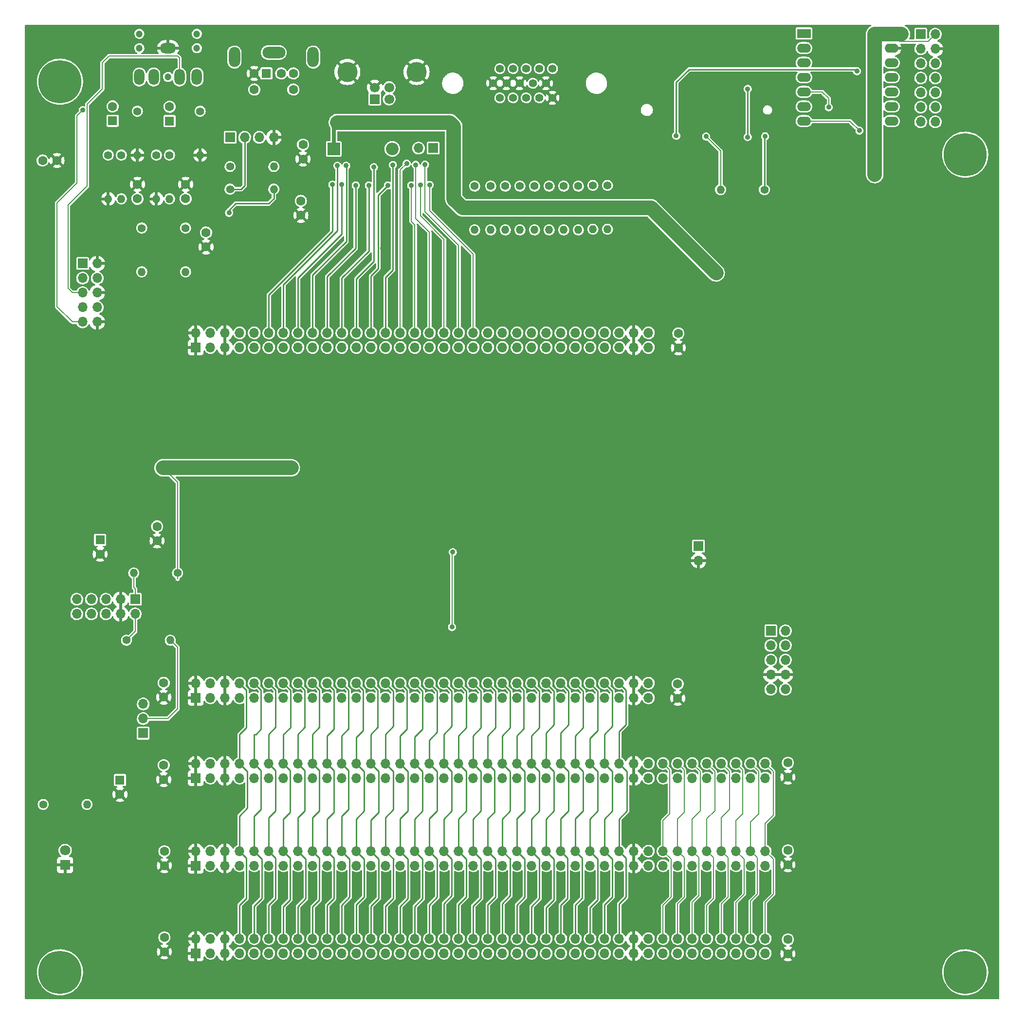
<source format=gbl>
G04 #@! TF.GenerationSoftware,KiCad,Pcbnew,(6.0.1)*
G04 #@! TF.CreationDate,2022-08-30T12:56:35-04:00*
G04 #@! TF.ProjectId,FPGA-ITX-01,46504741-2d49-4545-982d-30312e6b6963,1*
G04 #@! TF.SameCoordinates,Original*
G04 #@! TF.FileFunction,Copper,L2,Bot*
G04 #@! TF.FilePolarity,Positive*
%FSLAX46Y46*%
G04 Gerber Fmt 4.6, Leading zero omitted, Abs format (unit mm)*
G04 Created by KiCad (PCBNEW (6.0.1)) date 2022-08-30 12:56:35*
%MOMM*%
%LPD*%
G01*
G04 APERTURE LIST*
G04 #@! TA.AperFunction,ComponentPad*
%ADD10R,1.700000X1.700000*%
G04 #@! TD*
G04 #@! TA.AperFunction,ComponentPad*
%ADD11O,1.700000X1.700000*%
G04 #@! TD*
G04 #@! TA.AperFunction,ComponentPad*
%ADD12C,7.500000*%
G04 #@! TD*
G04 #@! TA.AperFunction,ComponentPad*
%ADD13C,1.400000*%
G04 #@! TD*
G04 #@! TA.AperFunction,ComponentPad*
%ADD14O,1.400000X1.400000*%
G04 #@! TD*
G04 #@! TA.AperFunction,ComponentPad*
%ADD15R,1.600000X1.600000*%
G04 #@! TD*
G04 #@! TA.AperFunction,ComponentPad*
%ADD16C,1.600000*%
G04 #@! TD*
G04 #@! TA.AperFunction,ComponentPad*
%ADD17O,4.000000X2.000000*%
G04 #@! TD*
G04 #@! TA.AperFunction,ComponentPad*
%ADD18O,2.000000X3.500000*%
G04 #@! TD*
G04 #@! TA.AperFunction,ComponentPad*
%ADD19R,2.400000X1.600000*%
G04 #@! TD*
G04 #@! TA.AperFunction,ComponentPad*
%ADD20O,2.400000X1.600000*%
G04 #@! TD*
G04 #@! TA.AperFunction,ComponentPad*
%ADD21C,1.397000*%
G04 #@! TD*
G04 #@! TA.AperFunction,ComponentPad*
%ADD22C,1.700000*%
G04 #@! TD*
G04 #@! TA.AperFunction,ComponentPad*
%ADD23C,3.500000*%
G04 #@! TD*
G04 #@! TA.AperFunction,ComponentPad*
%ADD24R,1.800000X1.800000*%
G04 #@! TD*
G04 #@! TA.AperFunction,ComponentPad*
%ADD25C,1.800000*%
G04 #@! TD*
G04 #@! TA.AperFunction,ComponentPad*
%ADD26C,1.200000*%
G04 #@! TD*
G04 #@! TA.AperFunction,ComponentPad*
%ADD27O,1.800000X2.800000*%
G04 #@! TD*
G04 #@! TA.AperFunction,ComponentPad*
%ADD28O,2.800000X1.800000*%
G04 #@! TD*
G04 #@! TA.AperFunction,ComponentPad*
%ADD29R,2.200000X2.200000*%
G04 #@! TD*
G04 #@! TA.AperFunction,ComponentPad*
%ADD30O,2.200000X2.200000*%
G04 #@! TD*
G04 #@! TA.AperFunction,ViaPad*
%ADD31C,0.889000*%
G04 #@! TD*
G04 #@! TA.AperFunction,Conductor*
%ADD32C,0.200000*%
G04 #@! TD*
G04 #@! TA.AperFunction,Conductor*
%ADD33C,0.203200*%
G04 #@! TD*
G04 #@! TA.AperFunction,Conductor*
%ADD34C,0.254000*%
G04 #@! TD*
G04 #@! TA.AperFunction,Conductor*
%ADD35C,2.540000*%
G04 #@! TD*
G04 #@! TA.AperFunction,Conductor*
%ADD36C,0.635000*%
G04 #@! TD*
G04 #@! TA.AperFunction,Conductor*
%ADD37C,0.152400*%
G04 #@! TD*
G04 APERTURE END LIST*
D10*
X264998200Y-145694400D03*
D11*
X267538200Y-145694400D03*
X264998200Y-148234400D03*
X267538200Y-148234400D03*
X264998200Y-150774400D03*
X267538200Y-150774400D03*
X264998200Y-153314400D03*
X267538200Y-153314400D03*
X264998200Y-155854400D03*
X267538200Y-155854400D03*
D12*
X141350000Y-50160000D03*
X298830000Y-62860000D03*
X141350000Y-205100000D03*
X298830000Y-205100000D03*
D13*
X218809845Y-68325745D03*
D14*
X218809845Y-75945745D03*
D13*
X216269845Y-68325745D03*
D14*
X216269845Y-75945745D03*
D13*
X226429845Y-68325745D03*
D14*
X226429845Y-75945745D03*
D13*
X223889845Y-68325745D03*
D14*
X223889845Y-75945745D03*
D13*
X231509845Y-68325745D03*
D14*
X231509845Y-75945745D03*
D13*
X228969845Y-68325745D03*
D14*
X228969845Y-75945745D03*
D13*
X170924500Y-68852500D03*
D14*
X178544500Y-68852500D03*
D13*
X170924500Y-64920500D03*
D14*
X178544500Y-64920500D03*
D10*
X170934500Y-59840500D03*
D11*
X173474500Y-59840500D03*
X176014500Y-59840500D03*
X178554500Y-59840500D03*
D15*
X177234500Y-48729500D03*
D16*
X179834500Y-48729500D03*
X175134500Y-48729500D03*
X181934500Y-48729500D03*
X175134500Y-51529500D03*
X181934500Y-51529500D03*
D17*
X178534500Y-45079500D03*
D18*
X171684500Y-45879500D03*
X185384500Y-45879500D03*
D10*
X164973000Y-96393000D03*
D11*
X164973000Y-93853000D03*
X167513000Y-96393000D03*
X167513000Y-93853000D03*
X170053000Y-96393000D03*
X170053000Y-93853000D03*
X172593000Y-96393000D03*
X172593000Y-93853000D03*
X175133000Y-96393000D03*
X175133000Y-93853000D03*
X177673000Y-96393000D03*
X177673000Y-93853000D03*
X180213000Y-96393000D03*
X180213000Y-93853000D03*
X182753000Y-96393000D03*
X182753000Y-93853000D03*
X185293000Y-96393000D03*
X185293000Y-93853000D03*
X187833000Y-96393000D03*
X187833000Y-93853000D03*
X190373000Y-96393000D03*
X190373000Y-93853000D03*
X192913000Y-96393000D03*
X192913000Y-93853000D03*
X195453000Y-96393000D03*
X195453000Y-93853000D03*
X197993000Y-96393000D03*
X197993000Y-93853000D03*
X200533000Y-96393000D03*
X200533000Y-93853000D03*
X203073000Y-96393000D03*
X203073000Y-93853000D03*
X205613000Y-96393000D03*
X205613000Y-93853000D03*
X208153000Y-96393000D03*
X208153000Y-93853000D03*
X210693000Y-96393000D03*
X210693000Y-93853000D03*
X213233000Y-96393000D03*
X213233000Y-93853000D03*
X215773000Y-96393000D03*
X215773000Y-93853000D03*
X218313000Y-96393000D03*
X218313000Y-93853000D03*
X220853000Y-96393000D03*
X220853000Y-93853000D03*
X223393000Y-96393000D03*
X223393000Y-93853000D03*
X225933000Y-96393000D03*
X225933000Y-93853000D03*
X228473000Y-96393000D03*
X228473000Y-93853000D03*
X231013000Y-96393000D03*
X231013000Y-93853000D03*
X233553000Y-96393000D03*
X233553000Y-93853000D03*
X236093000Y-96393000D03*
X236093000Y-93853000D03*
X238633000Y-96393000D03*
X238633000Y-93853000D03*
X241173000Y-96393000D03*
X241173000Y-93853000D03*
X243713000Y-96393000D03*
X243713000Y-93853000D03*
D10*
X164973000Y-157333000D03*
D11*
X164973000Y-154793000D03*
X167513000Y-157333000D03*
X167513000Y-154793000D03*
X170053000Y-157333000D03*
X170053000Y-154793000D03*
X172593000Y-157333000D03*
X172593000Y-154793000D03*
X175133000Y-157333000D03*
X175133000Y-154793000D03*
X177673000Y-157333000D03*
X177673000Y-154793000D03*
X180213000Y-157333000D03*
X180213000Y-154793000D03*
X182753000Y-157333000D03*
X182753000Y-154793000D03*
X185293000Y-157333000D03*
X185293000Y-154793000D03*
X187833000Y-157333000D03*
X187833000Y-154793000D03*
X190373000Y-157333000D03*
X190373000Y-154793000D03*
X192913000Y-157333000D03*
X192913000Y-154793000D03*
X195453000Y-157333000D03*
X195453000Y-154793000D03*
X197993000Y-157333000D03*
X197993000Y-154793000D03*
X200533000Y-157333000D03*
X200533000Y-154793000D03*
X203073000Y-157333000D03*
X203073000Y-154793000D03*
X205613000Y-157333000D03*
X205613000Y-154793000D03*
X208153000Y-157333000D03*
X208153000Y-154793000D03*
X210693000Y-157333000D03*
X210693000Y-154793000D03*
X213233000Y-157333000D03*
X213233000Y-154793000D03*
X215773000Y-157333000D03*
X215773000Y-154793000D03*
X218313000Y-157333000D03*
X218313000Y-154793000D03*
X220853000Y-157333000D03*
X220853000Y-154793000D03*
X223393000Y-157333000D03*
X223393000Y-154793000D03*
X225933000Y-157333000D03*
X225933000Y-154793000D03*
X228473000Y-157333000D03*
X228473000Y-154793000D03*
X231013000Y-157333000D03*
X231013000Y-154793000D03*
X233553000Y-157333000D03*
X233553000Y-154793000D03*
X236093000Y-157333000D03*
X236093000Y-154793000D03*
X238633000Y-157333000D03*
X238633000Y-154793000D03*
X241173000Y-157333000D03*
X241173000Y-154793000D03*
X243713000Y-157333000D03*
X243713000Y-154793000D03*
D19*
X270764000Y-41783000D03*
D20*
X270764000Y-44323000D03*
X270764000Y-46863000D03*
X270764000Y-49403000D03*
X270764000Y-51943000D03*
X270764000Y-54483000D03*
X270764000Y-57023000D03*
X286004000Y-57023000D03*
X286004000Y-54483000D03*
X286004000Y-51943000D03*
X286004000Y-49403000D03*
X286004000Y-46863000D03*
X286004000Y-44323000D03*
X286004000Y-41783000D03*
D10*
X164973000Y-171303000D03*
D11*
X164973000Y-168763000D03*
X167513000Y-171303000D03*
X167513000Y-168763000D03*
X170053000Y-171303000D03*
X170053000Y-168763000D03*
X172593000Y-171303000D03*
X172593000Y-168763000D03*
X175133000Y-171303000D03*
X175133000Y-168763000D03*
X177673000Y-171303000D03*
X177673000Y-168763000D03*
X180213000Y-171303000D03*
X180213000Y-168763000D03*
X182753000Y-171303000D03*
X182753000Y-168763000D03*
X185293000Y-171303000D03*
X185293000Y-168763000D03*
X187833000Y-171303000D03*
X187833000Y-168763000D03*
X190373000Y-171303000D03*
X190373000Y-168763000D03*
X192913000Y-171303000D03*
X192913000Y-168763000D03*
X195453000Y-171303000D03*
X195453000Y-168763000D03*
X197993000Y-171303000D03*
X197993000Y-168763000D03*
X200533000Y-171303000D03*
X200533000Y-168763000D03*
X203073000Y-171303000D03*
X203073000Y-168763000D03*
X205613000Y-171303000D03*
X205613000Y-168763000D03*
X208153000Y-171303000D03*
X208153000Y-168763000D03*
X210693000Y-171303000D03*
X210693000Y-168763000D03*
X213233000Y-171303000D03*
X213233000Y-168763000D03*
X215773000Y-171303000D03*
X215773000Y-168763000D03*
X218313000Y-171303000D03*
X218313000Y-168763000D03*
X220853000Y-171303000D03*
X220853000Y-168763000D03*
X223393000Y-171303000D03*
X223393000Y-168763000D03*
X225933000Y-171303000D03*
X225933000Y-168763000D03*
X228473000Y-171303000D03*
X228473000Y-168763000D03*
X231013000Y-171303000D03*
X231013000Y-168763000D03*
X233553000Y-171303000D03*
X233553000Y-168763000D03*
X236093000Y-171303000D03*
X236093000Y-168763000D03*
X238633000Y-171303000D03*
X238633000Y-168763000D03*
X241173000Y-171303000D03*
X241173000Y-168763000D03*
X243713000Y-171303000D03*
X243713000Y-168763000D03*
X246253000Y-171303000D03*
X246253000Y-168763000D03*
X248793000Y-171303000D03*
X248793000Y-168763000D03*
X251333000Y-171303000D03*
X251333000Y-168763000D03*
X253873000Y-171303000D03*
X253873000Y-168763000D03*
X256413000Y-171303000D03*
X256413000Y-168763000D03*
X258953000Y-171303000D03*
X258953000Y-168763000D03*
X261493000Y-171303000D03*
X261493000Y-168763000D03*
X264033000Y-171303000D03*
X264033000Y-168763000D03*
D16*
X248798000Y-154930000D03*
X248798000Y-157430000D03*
X267974000Y-168646000D03*
X267974000Y-171146000D03*
X159385000Y-169057000D03*
X159385000Y-171557000D03*
X183242500Y-70904500D03*
X183242500Y-73404500D03*
X166751000Y-76405000D03*
X166751000Y-78905000D03*
D10*
X155829000Y-163499800D03*
D11*
X155829000Y-160959800D03*
X155829000Y-158419800D03*
D13*
X263880600Y-68935600D03*
D14*
X256260600Y-68935600D03*
D16*
X138322000Y-63876000D03*
X140822000Y-63876000D03*
X158242000Y-127528000D03*
X158242000Y-130028000D03*
D15*
X148336000Y-129858888D03*
D16*
X148336000Y-132358888D03*
D21*
X217862215Y-52970155D03*
X220153295Y-52970155D03*
X222439295Y-52970155D03*
X224732915Y-52970155D03*
X227021455Y-52970155D03*
X216716675Y-50430155D03*
X219007755Y-50430155D03*
X221298835Y-50430155D03*
X223587375Y-50430155D03*
X225878455Y-50430155D03*
X217862215Y-47890155D03*
X220153295Y-47890155D03*
X222441835Y-47892695D03*
X224732915Y-47890155D03*
X227021455Y-47890155D03*
D10*
X196108000Y-53186500D03*
D22*
X198608000Y-53186500D03*
X198608000Y-51186500D03*
X196108000Y-51186500D03*
D23*
X203378000Y-48476500D03*
X191338000Y-48476500D03*
D13*
X158115000Y-62923000D03*
D14*
X158115000Y-70543000D03*
D15*
X151765000Y-171641888D03*
D16*
X151765000Y-174141888D03*
D15*
X160401000Y-57016113D03*
D16*
X160401000Y-54516113D03*
D13*
X155575000Y-75623000D03*
D14*
X155575000Y-83243000D03*
D10*
X164978000Y-201783000D03*
D11*
X164978000Y-199243000D03*
X167518000Y-201783000D03*
X167518000Y-199243000D03*
X170058000Y-201783000D03*
X170058000Y-199243000D03*
X172598000Y-201783000D03*
X172598000Y-199243000D03*
X175138000Y-201783000D03*
X175138000Y-199243000D03*
X177678000Y-201783000D03*
X177678000Y-199243000D03*
X180218000Y-201783000D03*
X180218000Y-199243000D03*
X182758000Y-201783000D03*
X182758000Y-199243000D03*
X185298000Y-201783000D03*
X185298000Y-199243000D03*
X187838000Y-201783000D03*
X187838000Y-199243000D03*
X190378000Y-201783000D03*
X190378000Y-199243000D03*
X192918000Y-201783000D03*
X192918000Y-199243000D03*
X195458000Y-201783000D03*
X195458000Y-199243000D03*
X197998000Y-201783000D03*
X197998000Y-199243000D03*
X200538000Y-201783000D03*
X200538000Y-199243000D03*
X203078000Y-201783000D03*
X203078000Y-199243000D03*
X205618000Y-201783000D03*
X205618000Y-199243000D03*
X208158000Y-201783000D03*
X208158000Y-199243000D03*
X210698000Y-201783000D03*
X210698000Y-199243000D03*
X213238000Y-201783000D03*
X213238000Y-199243000D03*
X215778000Y-201783000D03*
X215778000Y-199243000D03*
X218318000Y-201783000D03*
X218318000Y-199243000D03*
X220858000Y-201783000D03*
X220858000Y-199243000D03*
X223398000Y-201783000D03*
X223398000Y-199243000D03*
X225938000Y-201783000D03*
X225938000Y-199243000D03*
X228478000Y-201783000D03*
X228478000Y-199243000D03*
X231018000Y-201783000D03*
X231018000Y-199243000D03*
X233558000Y-201783000D03*
X233558000Y-199243000D03*
X236098000Y-201783000D03*
X236098000Y-199243000D03*
X238638000Y-201783000D03*
X238638000Y-199243000D03*
X241178000Y-201783000D03*
X241178000Y-199243000D03*
X243718000Y-201783000D03*
X243718000Y-199243000D03*
X246258000Y-201783000D03*
X246258000Y-199243000D03*
X248798000Y-201783000D03*
X248798000Y-199243000D03*
X251338000Y-201783000D03*
X251338000Y-199243000D03*
X253878000Y-201783000D03*
X253878000Y-199243000D03*
X256418000Y-201783000D03*
X256418000Y-199243000D03*
X258958000Y-201783000D03*
X258958000Y-199243000D03*
X261498000Y-201783000D03*
X261498000Y-199243000D03*
X264038000Y-201783000D03*
X264038000Y-199243000D03*
D10*
X145283000Y-81793000D03*
D11*
X147823000Y-81793000D03*
X145283000Y-84333000D03*
X147823000Y-84333000D03*
X145283000Y-86873000D03*
X147823000Y-86873000D03*
X145283000Y-89413000D03*
X147823000Y-89413000D03*
X145283000Y-91953000D03*
X147823000Y-91953000D03*
D13*
X152019000Y-62923000D03*
D14*
X152019000Y-70543000D03*
D13*
X236589845Y-68203745D03*
D14*
X236589845Y-75823745D03*
D13*
X160401000Y-62923000D03*
D14*
X160401000Y-70543000D03*
D13*
X213475845Y-68325745D03*
D14*
X213475845Y-75945745D03*
D10*
X252444400Y-130932000D03*
D11*
X252444400Y-133472000D03*
D13*
X152908000Y-147320000D03*
D14*
X160528000Y-147320000D03*
D13*
X161798000Y-135636000D03*
D14*
X154178000Y-135636000D03*
D16*
X159385000Y-154731400D03*
X159385000Y-157231400D03*
D13*
X163195000Y-75623000D03*
D14*
X163195000Y-83243000D03*
D10*
X164973000Y-186543000D03*
D11*
X164973000Y-184003000D03*
X167513000Y-186543000D03*
X167513000Y-184003000D03*
X170053000Y-186543000D03*
X170053000Y-184003000D03*
X172593000Y-186543000D03*
X172593000Y-184003000D03*
X175133000Y-186543000D03*
X175133000Y-184003000D03*
X177673000Y-186543000D03*
X177673000Y-184003000D03*
X180213000Y-186543000D03*
X180213000Y-184003000D03*
X182753000Y-186543000D03*
X182753000Y-184003000D03*
X185293000Y-186543000D03*
X185293000Y-184003000D03*
X187833000Y-186543000D03*
X187833000Y-184003000D03*
X190373000Y-186543000D03*
X190373000Y-184003000D03*
X192913000Y-186543000D03*
X192913000Y-184003000D03*
X195453000Y-186543000D03*
X195453000Y-184003000D03*
X197993000Y-186543000D03*
X197993000Y-184003000D03*
X200533000Y-186543000D03*
X200533000Y-184003000D03*
X203073000Y-186543000D03*
X203073000Y-184003000D03*
X205613000Y-186543000D03*
X205613000Y-184003000D03*
X208153000Y-186543000D03*
X208153000Y-184003000D03*
X210693000Y-186543000D03*
X210693000Y-184003000D03*
X213233000Y-186543000D03*
X213233000Y-184003000D03*
X215773000Y-186543000D03*
X215773000Y-184003000D03*
X218313000Y-186543000D03*
X218313000Y-184003000D03*
X220853000Y-186543000D03*
X220853000Y-184003000D03*
X223393000Y-186543000D03*
X223393000Y-184003000D03*
X225933000Y-186543000D03*
X225933000Y-184003000D03*
X228473000Y-186543000D03*
X228473000Y-184003000D03*
X231013000Y-186543000D03*
X231013000Y-184003000D03*
X233553000Y-186543000D03*
X233553000Y-184003000D03*
X236093000Y-186543000D03*
X236093000Y-184003000D03*
X238633000Y-186543000D03*
X238633000Y-184003000D03*
X241173000Y-186543000D03*
X241173000Y-184003000D03*
X243713000Y-186543000D03*
X243713000Y-184003000D03*
X246253000Y-186543000D03*
X246253000Y-184003000D03*
X248793000Y-186543000D03*
X248793000Y-184003000D03*
X251333000Y-186543000D03*
X251333000Y-184003000D03*
X253873000Y-186543000D03*
X253873000Y-184003000D03*
X256413000Y-186543000D03*
X256413000Y-184003000D03*
X258953000Y-186543000D03*
X258953000Y-184003000D03*
X261493000Y-186543000D03*
X261493000Y-184003000D03*
X264033000Y-186543000D03*
X264033000Y-184003000D03*
D16*
X267974000Y-183886000D03*
X267974000Y-186386000D03*
D10*
X154427000Y-140203000D03*
D11*
X154427000Y-142743000D03*
X151887000Y-140203000D03*
X151887000Y-142743000D03*
X149347000Y-140203000D03*
X149347000Y-142743000D03*
X146807000Y-140203000D03*
X146807000Y-142743000D03*
X144267000Y-140203000D03*
X144267000Y-142743000D03*
D15*
X150495000Y-56959000D03*
D16*
X150495000Y-54459000D03*
D13*
X149733000Y-62923000D03*
D14*
X149733000Y-70543000D03*
D10*
X291079000Y-41905000D03*
D11*
X293619000Y-41905000D03*
X291079000Y-44445000D03*
X293619000Y-44445000D03*
X291079000Y-46985000D03*
X293619000Y-46985000D03*
X291079000Y-49525000D03*
X293619000Y-49525000D03*
X291079000Y-52065000D03*
X293619000Y-52065000D03*
X291079000Y-54605000D03*
X293619000Y-54605000D03*
X291079000Y-57145000D03*
X293619000Y-57145000D03*
D13*
X138430000Y-175895000D03*
D14*
X146050000Y-175895000D03*
D13*
X165735000Y-55303000D03*
D14*
X165735000Y-62923000D03*
D16*
X163195000Y-70523000D03*
X163195000Y-68023000D03*
D13*
X234049845Y-68203745D03*
D14*
X234049845Y-75823745D03*
D13*
X221349845Y-68325745D03*
D14*
X221349845Y-75945745D03*
D16*
X248924000Y-93950000D03*
X248924000Y-96450000D03*
D24*
X142240000Y-186441000D03*
D25*
X142240000Y-183901000D03*
D16*
X154813000Y-70523000D03*
X154813000Y-68023000D03*
X159512000Y-199029000D03*
X159512000Y-201529000D03*
D26*
X165147000Y-44339000D03*
X160147000Y-49339000D03*
X155147000Y-44339000D03*
X155147000Y-41839000D03*
X165147000Y-41839000D03*
D27*
X165147000Y-49339000D03*
X162147000Y-49339000D03*
D28*
X160147000Y-44339000D03*
D27*
X155147000Y-49339000D03*
X157647000Y-49339000D03*
D10*
X206253000Y-61722000D03*
D11*
X203713000Y-61722000D03*
D16*
X159512000Y-184043000D03*
X159512000Y-186543000D03*
X183624500Y-61110500D03*
X183624500Y-63610500D03*
D29*
X188976000Y-61849000D03*
D30*
X199136000Y-61849000D03*
D16*
X267974000Y-199380000D03*
X267974000Y-201880000D03*
D13*
X154813000Y-55303000D03*
D14*
X154813000Y-62923000D03*
D31*
X209677000Y-132003800D03*
X197485000Y-79121000D03*
X251104400Y-59436000D03*
X258521200Y-59436000D03*
X196887428Y-64446466D03*
X154838400Y-122097800D03*
X178670500Y-82314500D03*
X253746000Y-59690000D03*
X248553200Y-59548800D03*
X279984200Y-48336200D03*
X260985000Y-59791600D03*
X260985000Y-51409600D03*
X205638400Y-68122800D03*
X204851000Y-64592200D03*
X204038200Y-68097400D03*
X203225400Y-64617600D03*
X202438000Y-68199000D03*
X199263000Y-64643000D03*
X198374000Y-68199000D03*
X195961000Y-65024000D03*
X195072000Y-68199000D03*
X192786000Y-68199000D03*
X191135000Y-64770000D03*
X190385200Y-68072000D03*
X189611000Y-64770000D03*
X188722000Y-68072000D03*
X201650600Y-64414400D03*
X280416000Y-58674000D03*
X275082000Y-54610000D03*
X264013200Y-59659000D03*
X209550000Y-145034000D03*
X170764200Y-72974200D03*
X159283400Y-117322600D03*
X255524000Y-83515200D03*
X181610000Y-117348000D03*
X283070300Y-64706500D03*
X254838200Y-82753200D03*
X283070300Y-66306700D03*
X179832000Y-117322600D03*
X254025400Y-81889600D03*
X145288000Y-55118000D03*
D32*
X209550000Y-132130800D02*
X209550000Y-145034000D01*
X209677000Y-132003800D02*
X209550000Y-132130800D01*
D33*
X256260600Y-68935600D02*
X256260600Y-62204600D01*
X256260600Y-62204600D02*
X253746000Y-59690000D01*
D34*
X279792311Y-48042711D02*
X279984200Y-48234600D01*
X248553200Y-50252400D02*
X250762889Y-48042711D01*
X248553200Y-50252400D02*
X248553200Y-59548800D01*
X279984200Y-48234600D02*
X279984200Y-48336200D01*
X250762889Y-48042711D02*
X279792311Y-48042711D01*
X260985000Y-59791600D02*
X260985000Y-51409600D01*
D33*
X161798000Y-148590000D02*
X161798000Y-159258000D01*
X161798000Y-159258000D02*
X160096200Y-160959800D01*
X160528000Y-147320000D02*
X161798000Y-148590000D01*
X160096200Y-160959800D02*
X155829000Y-160959800D01*
D34*
X233558000Y-199243000D02*
X233558000Y-193816578D01*
X233553000Y-184003000D02*
X233553000Y-178409000D01*
X233553000Y-168763000D02*
X233553000Y-164357578D01*
X233553000Y-168763000D02*
X234913289Y-170123289D01*
X233553000Y-184003000D02*
X234913289Y-185363289D01*
X233553000Y-178409000D02*
X234913289Y-177048711D01*
X233558000Y-193816578D02*
X234913289Y-192461289D01*
X234913289Y-170123289D02*
X234913289Y-177048711D01*
X234913289Y-156153289D02*
X233553000Y-154793000D01*
X234913289Y-162997289D02*
X234913289Y-156153289D01*
X233553000Y-164357578D02*
X234913289Y-162997289D01*
X234913289Y-185363289D02*
X234913289Y-192461289D01*
X236093000Y-154793000D02*
X237453289Y-156153289D01*
X237453289Y-156153289D02*
X237453289Y-162316711D01*
X237453289Y-185363289D02*
X236093000Y-184003000D01*
X237453289Y-191953289D02*
X237453289Y-185363289D01*
X236098000Y-199243000D02*
X236098000Y-193308578D01*
X236098000Y-193308578D02*
X237453289Y-191953289D01*
X236093000Y-168763000D02*
X236093000Y-163677000D01*
X236093000Y-168763000D02*
X237453289Y-170123289D01*
X236093000Y-178409000D02*
X237453289Y-177048711D01*
X236093000Y-163677000D02*
X237453289Y-162316711D01*
X236093000Y-184003000D02*
X236093000Y-178409000D01*
X237453289Y-170123289D02*
X237453289Y-177048711D01*
X191552711Y-169942711D02*
X190373000Y-168763000D01*
X191552711Y-155972711D02*
X191552711Y-162816711D01*
X190378000Y-193390000D02*
X191733289Y-192034711D01*
X190373000Y-168763000D02*
X190373000Y-163931000D01*
X191487289Y-162816711D02*
X191552711Y-162816711D01*
X190373000Y-177966422D02*
X191552711Y-176786711D01*
X190373000Y-184003000D02*
X190373000Y-177966422D01*
X191552711Y-176786711D02*
X191552711Y-169942711D01*
X190373000Y-163931000D02*
X191487289Y-162816711D01*
X190373000Y-154793000D02*
X191552711Y-155972711D01*
X191733289Y-185363289D02*
X190373000Y-184003000D01*
X191733289Y-192034711D02*
X191733289Y-185363289D01*
X190378000Y-199243000D02*
X190378000Y-193390000D01*
X192913000Y-164185000D02*
X194092711Y-163005289D01*
X194092711Y-163005289D02*
X194092711Y-155972711D01*
X192913000Y-168763000D02*
X194273289Y-170123289D01*
X192918000Y-193308578D02*
X194273289Y-191953289D01*
X194273289Y-191953289D02*
X194273289Y-185363289D01*
X194273289Y-170123289D02*
X194273289Y-177048711D01*
X192913000Y-184003000D02*
X192913000Y-178409000D01*
X192913000Y-168763000D02*
X192913000Y-164185000D01*
X192918000Y-199243000D02*
X192918000Y-193308578D01*
X194092711Y-155972711D02*
X192913000Y-154793000D01*
X194273289Y-185363289D02*
X192913000Y-184003000D01*
X192913000Y-178409000D02*
X194273289Y-177048711D01*
X196813289Y-170123289D02*
X195453000Y-168763000D01*
X195453000Y-178581578D02*
X196813289Y-177221289D01*
X195453000Y-168763000D02*
X195453000Y-163677000D01*
X195453000Y-154793000D02*
X196632711Y-155972711D01*
X196567289Y-162562711D02*
X196632711Y-162562711D01*
X195453000Y-184003000D02*
X195453000Y-178581578D01*
X196813289Y-192207289D02*
X196813289Y-185363289D01*
X195453000Y-163677000D02*
X196567289Y-162562711D01*
X196813289Y-177221289D02*
X196813289Y-170123289D01*
X195458000Y-193562578D02*
X196813289Y-192207289D01*
X195458000Y-199243000D02*
X195458000Y-193562578D01*
X196632711Y-155972711D02*
X196632711Y-162562711D01*
X196813289Y-185363289D02*
X195453000Y-184003000D01*
X199353289Y-156153289D02*
X199353289Y-162316711D01*
X197993000Y-184003000D02*
X197993000Y-178155000D01*
X199353289Y-170123289D02*
X197993000Y-168763000D01*
X197993000Y-168763000D02*
X197993000Y-163677000D01*
X199353289Y-176794711D02*
X199353289Y-170123289D01*
X199380000Y-185390000D02*
X197993000Y-184003000D01*
X197993000Y-154793000D02*
X199353289Y-156153289D01*
X197993000Y-163677000D02*
X199353289Y-162316711D01*
X199353289Y-185416711D02*
X199380000Y-185390000D01*
X197998000Y-193562578D02*
X199353289Y-192207289D01*
X197998000Y-199243000D02*
X197998000Y-193562578D01*
X199353289Y-192207289D02*
X199353289Y-185416711D01*
X197993000Y-178155000D02*
X199353289Y-176794711D01*
X201893289Y-185363289D02*
X201893289Y-192288711D01*
X200533000Y-168763000D02*
X200533000Y-163931000D01*
X201712711Y-155972711D02*
X201712711Y-162751289D01*
X200538000Y-193644000D02*
X201893289Y-192288711D01*
X200538000Y-199243000D02*
X200538000Y-193644000D01*
X200533000Y-178327578D02*
X201893289Y-176967289D01*
X200533000Y-163931000D02*
X201712711Y-162751289D01*
X200533000Y-184003000D02*
X200533000Y-178327578D01*
X200533000Y-184003000D02*
X201893289Y-185363289D01*
X201893289Y-170123289D02*
X200533000Y-168763000D01*
X200533000Y-154793000D02*
X201712711Y-155972711D01*
X201893289Y-176967289D02*
X201893289Y-170123289D01*
X204433289Y-156153289D02*
X203073000Y-154793000D01*
X203073000Y-184003000D02*
X203073000Y-178409000D01*
X203073000Y-184003000D02*
X204433289Y-185363289D01*
X204433289Y-170123289D02*
X203073000Y-168763000D01*
X204433289Y-177048711D02*
X204433289Y-170123289D01*
X203073000Y-164103578D02*
X204433289Y-162743289D01*
X203078000Y-199243000D02*
X203078000Y-193644000D01*
X204433289Y-162743289D02*
X204433289Y-156153289D01*
X204433289Y-185363289D02*
X204433289Y-192288711D01*
X203073000Y-168763000D02*
X203073000Y-164103578D01*
X203078000Y-193644000D02*
X204433289Y-192288711D01*
X203073000Y-178409000D02*
X204433289Y-177048711D01*
X205618000Y-193390000D02*
X206973289Y-192034711D01*
X206973289Y-156153289D02*
X206973289Y-163332711D01*
X205618000Y-199243000D02*
X205618000Y-193390000D01*
X206973289Y-170123289D02*
X205613000Y-168763000D01*
X205613000Y-184003000D02*
X205613000Y-178327578D01*
X205613000Y-184003000D02*
X206973289Y-185363289D01*
X205613000Y-164693000D02*
X205613000Y-168763000D01*
X205613000Y-178327578D02*
X206973289Y-176967289D01*
X205613000Y-154793000D02*
X206973289Y-156153289D01*
X206973289Y-185363289D02*
X206973289Y-192034711D01*
X206973289Y-176967289D02*
X206973289Y-170123289D01*
X206973289Y-163332711D02*
X205613000Y-164693000D01*
X209513289Y-177048711D02*
X209513289Y-170123289D01*
X208158000Y-199243000D02*
X208158000Y-193136000D01*
X208153000Y-184003000D02*
X208153000Y-178409000D01*
X209513289Y-185363289D02*
X209513289Y-191780711D01*
X208153000Y-163677000D02*
X209513289Y-162316711D01*
X209513289Y-156153289D02*
X209513289Y-162316711D01*
X208153000Y-178409000D02*
X209513289Y-177048711D01*
X208153000Y-154793000D02*
X209513289Y-156153289D01*
X208158000Y-193136000D02*
X209513289Y-191780711D01*
X209513289Y-170123289D02*
X208153000Y-168763000D01*
X208153000Y-168763000D02*
X208153000Y-163677000D01*
X208153000Y-184003000D02*
X209513289Y-185363289D01*
X210698000Y-199243000D02*
X210698000Y-193308578D01*
X210693000Y-178409000D02*
X212053289Y-177048711D01*
X210693000Y-168763000D02*
X212053289Y-170123289D01*
X210693000Y-184003000D02*
X210693000Y-178409000D01*
X212053289Y-156153289D02*
X212053289Y-162570711D01*
X212053289Y-185363289D02*
X210693000Y-184003000D01*
X210693000Y-154793000D02*
X212053289Y-156153289D01*
X212053289Y-170123289D02*
X212053289Y-177048711D01*
X210698000Y-193308578D02*
X212053289Y-191953289D01*
X212053289Y-191953289D02*
X212053289Y-185363289D01*
X210693000Y-168763000D02*
X210693000Y-163931000D01*
X210693000Y-163931000D02*
X212053289Y-162570711D01*
X213238000Y-199243000D02*
X213238000Y-193562578D01*
X214593289Y-156153289D02*
X214593289Y-162570711D01*
X213233000Y-168763000D02*
X213233000Y-163931000D01*
X213233000Y-163931000D02*
X214593289Y-162570711D01*
X213233000Y-154793000D02*
X214593289Y-156153289D01*
X213233000Y-184003000D02*
X214593289Y-185363289D01*
X214593289Y-170123289D02*
X214593289Y-177048711D01*
X213233000Y-178409000D02*
X214593289Y-177048711D01*
X214593289Y-185363289D02*
X214593289Y-192207289D01*
X213238000Y-193562578D02*
X214593289Y-192207289D01*
X213233000Y-184003000D02*
X213233000Y-178409000D01*
X213233000Y-168763000D02*
X214593289Y-170123289D01*
X216952711Y-169942711D02*
X216952711Y-177229289D01*
X215773000Y-163931000D02*
X217133289Y-162570711D01*
X215773000Y-168763000D02*
X216952711Y-169942711D01*
X215778000Y-199243000D02*
X215778000Y-193308578D01*
X215773000Y-178401000D02*
X216944711Y-177229289D01*
X216944711Y-177229289D02*
X216952711Y-177229289D01*
X215773000Y-154793000D02*
X217133289Y-156153289D01*
X215773000Y-184003000D02*
X215773000Y-178401000D01*
X217133289Y-156153289D02*
X217133289Y-162570711D01*
X217133289Y-191953289D02*
X217133289Y-185363289D01*
X217133289Y-185363289D02*
X215773000Y-184003000D01*
X215778000Y-193308578D02*
X217133289Y-191953289D01*
X215773000Y-168763000D02*
X215773000Y-163931000D01*
X218318000Y-193136000D02*
X219673289Y-191780711D01*
X219714000Y-185404000D02*
X218313000Y-184003000D01*
X218313000Y-163931000D02*
X219673289Y-162570711D01*
X218318000Y-199243000D02*
X218318000Y-193136000D01*
X218313000Y-168763000D02*
X219673289Y-170123289D01*
X218313000Y-184003000D02*
X218313000Y-178409000D01*
X218313000Y-168763000D02*
X218313000Y-163931000D01*
X219673289Y-191780711D02*
X219673289Y-185444711D01*
X218313000Y-178409000D02*
X219673289Y-177048711D01*
X219673289Y-156153289D02*
X219673289Y-162570711D01*
X219673289Y-185444711D02*
X219714000Y-185404000D01*
X219673289Y-170123289D02*
X219673289Y-177048711D01*
X218313000Y-154793000D02*
X219673289Y-156153289D01*
X222213289Y-185363289D02*
X220853000Y-184003000D01*
X221967289Y-162816711D02*
X222032711Y-162816711D01*
X222032711Y-155972711D02*
X222032711Y-162816711D01*
X220853000Y-178401000D02*
X222205289Y-177048711D01*
X220853000Y-168763000D02*
X222213289Y-170123289D01*
X222213289Y-192034711D02*
X222213289Y-185363289D01*
X220853000Y-163931000D02*
X221967289Y-162816711D01*
X220853000Y-168763000D02*
X220853000Y-163931000D01*
X220853000Y-184003000D02*
X220853000Y-178401000D01*
X220853000Y-154793000D02*
X222032711Y-155972711D01*
X222213289Y-170123289D02*
X222213289Y-177048711D01*
X220858000Y-199243000D02*
X220858000Y-193390000D01*
X222205289Y-177048711D02*
X222213289Y-177048711D01*
X220858000Y-193390000D02*
X222213289Y-192034711D01*
X223393000Y-163931000D02*
X224753289Y-162570711D01*
X223393000Y-184003000D02*
X223393000Y-178409000D01*
X224753289Y-185363289D02*
X224753289Y-192288711D01*
X223393000Y-168763000D02*
X223393000Y-163931000D01*
X223393000Y-168763000D02*
X224753289Y-170123289D01*
X224753289Y-156153289D02*
X224753289Y-162570711D01*
X223398000Y-199243000D02*
X223398000Y-193644000D01*
X223393000Y-178409000D02*
X224753289Y-177048711D01*
X224753289Y-170123289D02*
X224753289Y-177048711D01*
X223393000Y-154793000D02*
X224753289Y-156153289D01*
X223398000Y-193644000D02*
X224753289Y-192288711D01*
X223393000Y-184003000D02*
X224753289Y-185363289D01*
X225938000Y-193816578D02*
X227293289Y-192461289D01*
X227293289Y-192461289D02*
X227293289Y-185363289D01*
X225933000Y-154793000D02*
X227293289Y-156153289D01*
X227293289Y-156153289D02*
X227293289Y-162062711D01*
X227293289Y-170123289D02*
X225933000Y-168763000D01*
X225933000Y-168763000D02*
X225933000Y-163423000D01*
X225933000Y-184003000D02*
X225933000Y-178409000D01*
X225938000Y-199243000D02*
X225938000Y-193816578D01*
X225933000Y-178409000D02*
X227293289Y-177048711D01*
X225933000Y-163423000D02*
X227293289Y-162062711D01*
X227293289Y-185363289D02*
X225933000Y-184003000D01*
X227293289Y-177048711D02*
X227293289Y-170123289D01*
X228473000Y-163423000D02*
X229833289Y-162062711D01*
X228473000Y-168763000D02*
X228473000Y-163423000D01*
X229652711Y-192215289D02*
X229652711Y-185182711D01*
X228478000Y-193390000D02*
X229652711Y-192215289D01*
X228473000Y-168763000D02*
X229833289Y-170123289D01*
X228473000Y-184003000D02*
X228473000Y-178401000D01*
X228473000Y-178401000D02*
X229825289Y-177048711D01*
X229825289Y-177048711D02*
X229833289Y-177048711D01*
X229652711Y-185182711D02*
X228473000Y-184003000D01*
X229833289Y-156153289D02*
X229833289Y-162062711D01*
X228473000Y-154793000D02*
X229833289Y-156153289D01*
X229833289Y-170123289D02*
X229833289Y-177048711D01*
X228478000Y-199243000D02*
X228478000Y-193390000D01*
X232373289Y-176967289D02*
X232373289Y-170123289D01*
X232373289Y-162570711D02*
X232373289Y-156153289D01*
X231013000Y-178327578D02*
X232373289Y-176967289D01*
X231018000Y-193390000D02*
X232127289Y-192280711D01*
X231013000Y-163931000D02*
X232373289Y-162570711D01*
X231013000Y-168763000D02*
X231013000Y-163931000D01*
X231013000Y-184003000D02*
X232192711Y-185182711D01*
X231018000Y-199243000D02*
X231018000Y-193390000D01*
X231013000Y-184003000D02*
X231013000Y-178327578D01*
X232127289Y-192280711D02*
X232192711Y-192280711D01*
X232373289Y-156153289D02*
X231013000Y-154793000D01*
X232373289Y-170123289D02*
X231013000Y-168763000D01*
X232192711Y-185182711D02*
X232192711Y-192280711D01*
D33*
X213233000Y-80187800D02*
X213233000Y-93853000D01*
X205638400Y-72593200D02*
X213233000Y-80187800D01*
X205638400Y-68122800D02*
X205638400Y-72593200D01*
X204851000Y-72745600D02*
X204851000Y-64592200D01*
X204851000Y-72745600D02*
X210693000Y-78587600D01*
X210693000Y-93853000D02*
X210693000Y-78587600D01*
X204038200Y-73456800D02*
X208153000Y-77571600D01*
X208153000Y-77571600D02*
X208153000Y-93853000D01*
X204038200Y-68097400D02*
X204038200Y-73456800D01*
X205613000Y-76352400D02*
X205613000Y-93853000D01*
X203225400Y-64617600D02*
X203225400Y-73964800D01*
X203225400Y-73964800D02*
X205613000Y-76352400D01*
X202438000Y-68199000D02*
X202438000Y-74447400D01*
X202438000Y-74447400D02*
X203073000Y-75082400D01*
X203073000Y-75082400D02*
X203073000Y-93853000D01*
D34*
X199263000Y-64643000D02*
X199263000Y-82931000D01*
X197993000Y-84201000D02*
X199263000Y-82931000D01*
X197993000Y-93853000D02*
X197993000Y-84201000D01*
X198374000Y-68199000D02*
X196710789Y-69862211D01*
X195453000Y-93853000D02*
X195453000Y-83947000D01*
X196710789Y-69862211D02*
X196710789Y-82689211D01*
X195453000Y-83947000D02*
X196710789Y-82689211D01*
X192913000Y-93853000D02*
X192913000Y-84455000D01*
X192913000Y-84455000D02*
X195961000Y-81407000D01*
X195961000Y-81407000D02*
X195961000Y-65024000D01*
X195072000Y-79629000D02*
X190373000Y-84328000D01*
X195072000Y-68199000D02*
X195072000Y-79629000D01*
X190373000Y-84328000D02*
X190373000Y-93853000D01*
X192786000Y-79121000D02*
X192786000Y-68199000D01*
X187833000Y-84074000D02*
X192786000Y-79121000D01*
X187833000Y-93853000D02*
X187833000Y-84074000D01*
X191159411Y-77953589D02*
X185293000Y-83820000D01*
X191135000Y-64770000D02*
X191159411Y-64794411D01*
X191159411Y-64794411D02*
X191159411Y-77953589D01*
X185293000Y-83820000D02*
X185293000Y-93853000D01*
X190385200Y-76695800D02*
X182753000Y-84328000D01*
X190385200Y-68072000D02*
X190385200Y-76695800D01*
X182753000Y-84328000D02*
X182753000Y-93853000D01*
X189611000Y-76073000D02*
X180213000Y-85471000D01*
X180213000Y-85471000D02*
X180213000Y-93853000D01*
X189611000Y-64770000D02*
X189611000Y-76073000D01*
X177673000Y-87249000D02*
X177673000Y-93853000D01*
X188722000Y-68072000D02*
X188722000Y-76200000D01*
X188722000Y-76200000D02*
X177673000Y-87249000D01*
D33*
X200533000Y-93853000D02*
X200533000Y-65532000D01*
X200533000Y-65532000D02*
X201650600Y-64414400D01*
D34*
X239812711Y-185182711D02*
X238633000Y-184003000D01*
X239812711Y-155972711D02*
X238633000Y-154793000D01*
X239812711Y-192026711D02*
X239812711Y-185182711D01*
X238633000Y-168763000D02*
X239993289Y-170123289D01*
X239993289Y-170123289D02*
X239993289Y-177048711D01*
X238638000Y-193201422D02*
X239812711Y-192026711D01*
X238633000Y-168763000D02*
X238633000Y-163169000D01*
X238633000Y-184003000D02*
X238633000Y-178409000D01*
X239812711Y-161989289D02*
X239812711Y-155972711D01*
X238633000Y-163169000D02*
X239812711Y-161989289D01*
X238633000Y-178409000D02*
X239993289Y-177048711D01*
X238638000Y-199243000D02*
X238638000Y-193201422D01*
D33*
X270764000Y-57023000D02*
X278765000Y-57023000D01*
X278765000Y-57023000D02*
X280416000Y-58674000D01*
X275082000Y-54610000D02*
X275082000Y-53086000D01*
X273939000Y-51943000D02*
X270764000Y-51943000D01*
X275082000Y-53086000D02*
X273939000Y-51943000D01*
D34*
X263880600Y-59791600D02*
X263880600Y-68935600D01*
X264013200Y-59659000D02*
X263880600Y-59791600D01*
X209550000Y-145034000D02*
X209555000Y-145029000D01*
X173474500Y-59840500D02*
X173474500Y-68206500D01*
X172828500Y-68852500D02*
X170924500Y-68852500D01*
X173474500Y-68206500D02*
X172828500Y-68852500D01*
D35*
X211404200Y-72110600D02*
X209854800Y-70561200D01*
D34*
X170764200Y-72974200D02*
X170764200Y-72491600D01*
X171881800Y-71374000D02*
X177647600Y-71374000D01*
X177647600Y-71374000D02*
X178544500Y-70477100D01*
D33*
X286004000Y-41783000D02*
X287401000Y-43180000D01*
D35*
X209854800Y-57962800D02*
X209143600Y-57251600D01*
D33*
X292344000Y-43180000D02*
X293619000Y-41905000D01*
D35*
X283070300Y-41871900D02*
X287743900Y-41871900D01*
D36*
X181584600Y-117322600D02*
X181610000Y-117348000D01*
D35*
X159283400Y-117322600D02*
X179832000Y-117322600D01*
D36*
X188976000Y-61849000D02*
X188976000Y-57886600D01*
X188976000Y-57886600D02*
X189611000Y-57251600D01*
D35*
X255498600Y-83413600D02*
X244195600Y-72110600D01*
D33*
X161798000Y-119837200D02*
X159283400Y-117322600D01*
X287401000Y-43180000D02*
X292344000Y-43180000D01*
D35*
X209143600Y-57251600D02*
X189611000Y-57251600D01*
D34*
X178544500Y-70477100D02*
X178544500Y-68852500D01*
D35*
X179832000Y-117322600D02*
X181584600Y-117322600D01*
D34*
X170764200Y-72491600D02*
X171881800Y-71374000D01*
D35*
X244195600Y-72110600D02*
X211404200Y-72110600D01*
X283070300Y-41871900D02*
X283070300Y-64706500D01*
X209854800Y-70561200D02*
X209854800Y-57962800D01*
D33*
X161798000Y-136652000D02*
X161798000Y-119837200D01*
D35*
X283070300Y-64706500D02*
X283070300Y-66306700D01*
D34*
X172593000Y-163742422D02*
X173772711Y-162562711D01*
X173953289Y-176540711D02*
X173953289Y-170123289D01*
X172593000Y-177901000D02*
X173953289Y-176540711D01*
X172598000Y-199243000D02*
X172598000Y-193392000D01*
X173772711Y-155972711D02*
X172593000Y-154793000D01*
X172598000Y-193392000D02*
X173709289Y-192280711D01*
X172593000Y-184003000D02*
X173772711Y-185182711D01*
X173709289Y-192280711D02*
X173772711Y-192280711D01*
X173772711Y-162562711D02*
X173772711Y-155972711D01*
X172593000Y-168763000D02*
X172593000Y-163742422D01*
X173953289Y-170123289D02*
X172593000Y-168763000D01*
X172593000Y-184003000D02*
X172593000Y-177901000D01*
X173772711Y-185182711D02*
X173772711Y-192280711D01*
X176312711Y-169942711D02*
X175133000Y-168763000D01*
X175133000Y-177901000D02*
X176312711Y-176721289D01*
X175133000Y-184003000D02*
X175133000Y-177901000D01*
X175133000Y-163728400D02*
X175133000Y-168763000D01*
X175412400Y-163703000D02*
X175158400Y-163703000D01*
X176312711Y-162802689D02*
X175412400Y-163703000D01*
X175133000Y-184003000D02*
X176493289Y-185363289D01*
X176312711Y-155972711D02*
X176312711Y-162802689D01*
X175158400Y-163703000D02*
X175133000Y-163728400D01*
X176312711Y-176721289D02*
X176312711Y-169942711D01*
X175133000Y-154793000D02*
X176312711Y-155972711D01*
X175138000Y-199243000D02*
X175138000Y-193562578D01*
X175138000Y-193562578D02*
X176493289Y-192207289D01*
X176493289Y-185363289D02*
X176493289Y-192207289D01*
X178787289Y-162562711D02*
X178852711Y-162562711D01*
X177673000Y-163677000D02*
X178787289Y-162562711D01*
X177673000Y-168763000D02*
X177673000Y-163677000D01*
X177673000Y-178155000D02*
X178852711Y-176975289D01*
X178852711Y-169942711D02*
X177673000Y-168763000D01*
X177678000Y-193390000D02*
X178852711Y-192215289D01*
X177673000Y-184003000D02*
X177673000Y-178155000D01*
X178852711Y-155972711D02*
X178852711Y-162562711D01*
X177673000Y-154793000D02*
X178852711Y-155972711D01*
X178852711Y-192215289D02*
X178852711Y-185182711D01*
X178852711Y-176975289D02*
X178852711Y-169942711D01*
X178852711Y-185182711D02*
X177673000Y-184003000D01*
X177678000Y-199243000D02*
X177678000Y-193390000D01*
X181392711Y-185182711D02*
X181392711Y-192469289D01*
X181432200Y-162509200D02*
X180213000Y-163728400D01*
X181392711Y-177229289D02*
X181392711Y-169942711D01*
X180213000Y-154793000D02*
X181432200Y-156012200D01*
X181432200Y-156012200D02*
X181432200Y-162509200D01*
X180218000Y-193644000D02*
X181392711Y-192469289D01*
X180218000Y-199243000D02*
X180218000Y-193644000D01*
X180213000Y-184003000D02*
X181392711Y-185182711D01*
X180213000Y-178409000D02*
X181392711Y-177229289D01*
X180213000Y-184003000D02*
X180213000Y-178409000D01*
X180213000Y-163728400D02*
X180213000Y-168763000D01*
X181392711Y-169942711D02*
X180213000Y-168763000D01*
X182753000Y-163677000D02*
X183867289Y-162562711D01*
X182753000Y-168763000D02*
X183932711Y-169942711D01*
X183867289Y-162562711D02*
X183932711Y-162562711D01*
X182758000Y-199243000D02*
X182758000Y-193644000D01*
X182753000Y-168763000D02*
X182753000Y-163677000D01*
X182753000Y-154793000D02*
X183932711Y-155972711D01*
X184113289Y-192288711D02*
X184113289Y-185363289D01*
X182758000Y-193644000D02*
X184113289Y-192288711D01*
X183932711Y-169942711D02*
X183932711Y-176975289D01*
X183932711Y-155972711D02*
X183932711Y-162562711D01*
X184113289Y-185363289D02*
X182753000Y-184003000D01*
X182753000Y-178155000D02*
X183932711Y-176975289D01*
X182753000Y-184003000D02*
X182753000Y-178155000D01*
X185298000Y-193709422D02*
X186472711Y-192534711D01*
X186472711Y-192534711D02*
X186472711Y-185182711D01*
X186472711Y-155972711D02*
X186472711Y-162562711D01*
X185298000Y-199243000D02*
X185298000Y-193709422D01*
X186472711Y-176975289D02*
X186472711Y-169942711D01*
X185293000Y-168763000D02*
X185293000Y-163677000D01*
X186407289Y-162562711D02*
X186472711Y-162562711D01*
X185293000Y-163677000D02*
X186407289Y-162562711D01*
X185293000Y-178155000D02*
X186472711Y-176975289D01*
X185293000Y-184003000D02*
X185293000Y-178155000D01*
X186472711Y-185182711D02*
X185293000Y-184003000D01*
X185293000Y-154793000D02*
X186472711Y-155972711D01*
X186472711Y-169942711D02*
X185293000Y-168763000D01*
X187833000Y-168763000D02*
X189012711Y-169942711D01*
X187838000Y-193455422D02*
X189012711Y-192280711D01*
X187838000Y-199243000D02*
X187838000Y-193455422D01*
X187833000Y-184003000D02*
X189012711Y-185182711D01*
X187833000Y-168763000D02*
X187833000Y-163931000D01*
X187833000Y-184003000D02*
X187833000Y-178409000D01*
X189012711Y-155972711D02*
X187833000Y-154793000D01*
X189012711Y-162751289D02*
X189012711Y-155972711D01*
X187833000Y-163931000D02*
X189012711Y-162751289D01*
X189012711Y-169942711D02*
X189012711Y-177229289D01*
X187833000Y-178409000D02*
X189012711Y-177229289D01*
X189012711Y-185182711D02*
X189012711Y-192280711D01*
D37*
X246258000Y-193390000D02*
X247654000Y-191994000D01*
X247654000Y-185404000D02*
X246253000Y-184003000D01*
X246253000Y-168763000D02*
X247386000Y-169896000D01*
X246258000Y-199243000D02*
X246258000Y-193390000D01*
X247386000Y-177530000D02*
X246253000Y-178663000D01*
X247386000Y-169896000D02*
X247386000Y-177530000D01*
X247654000Y-191994000D02*
X247654000Y-185404000D01*
X246253000Y-178663000D02*
X246253000Y-184003000D01*
X249921911Y-177280089D02*
X248793000Y-178409000D01*
X249921911Y-169891911D02*
X249921911Y-177280089D01*
X248793000Y-168763000D02*
X249921911Y-169891911D01*
X248798000Y-193136000D02*
X249940000Y-191994000D01*
X249940000Y-185150000D02*
X248793000Y-184003000D01*
X249940000Y-191994000D02*
X249940000Y-185150000D01*
X248793000Y-178409000D02*
X248793000Y-184003000D01*
X248798000Y-199243000D02*
X248798000Y-193136000D01*
X251333000Y-184003000D02*
X252461911Y-185131911D01*
X252734000Y-170164000D02*
X252734000Y-177008000D01*
X251338000Y-199243000D02*
X251338000Y-192882000D01*
X251338000Y-192882000D02*
X252480000Y-191740000D01*
X251333000Y-178409000D02*
X251333000Y-184003000D01*
X251333000Y-168763000D02*
X252734000Y-170164000D01*
X252461911Y-185131911D02*
X252461911Y-191721911D01*
X252461911Y-191721911D02*
X252480000Y-191740000D01*
X252734000Y-177008000D02*
X251333000Y-178409000D01*
X253873000Y-178381000D02*
X255260000Y-176994000D01*
X255001911Y-185131911D02*
X255001911Y-192266089D01*
X253873000Y-184003000D02*
X253873000Y-178381000D01*
X255260000Y-170150000D02*
X255260000Y-176994000D01*
X253878000Y-193390000D02*
X253878000Y-199243000D01*
X255001911Y-192266089D02*
X253878000Y-193390000D01*
X253873000Y-168763000D02*
X255260000Y-170150000D01*
X253873000Y-184003000D02*
X255001911Y-185131911D01*
X257800000Y-170150000D02*
X256413000Y-168763000D01*
X256413000Y-178155000D02*
X257800000Y-176768000D01*
X257800000Y-176768000D02*
X257800000Y-170150000D01*
X256418000Y-193136000D02*
X257560000Y-191994000D01*
X256413000Y-184003000D02*
X257560000Y-185150000D01*
X256418000Y-199243000D02*
X256418000Y-193136000D01*
X256413000Y-184003000D02*
X256413000Y-178155000D01*
X257560000Y-185150000D02*
X257560000Y-191994000D01*
X258958000Y-192882000D02*
X260354000Y-191486000D01*
X260354000Y-185404000D02*
X258953000Y-184003000D01*
X258953000Y-168763000D02*
X260081911Y-169891911D01*
X260354000Y-191486000D02*
X260354000Y-185404000D01*
X258953000Y-178663000D02*
X260081911Y-177534089D01*
X258958000Y-199243000D02*
X258958000Y-192882000D01*
X258953000Y-184003000D02*
X258953000Y-178663000D01*
X260081911Y-169891911D02*
X260081911Y-177534089D01*
X262894000Y-170164000D02*
X262894000Y-177516000D01*
X261493000Y-178917000D02*
X262894000Y-177516000D01*
X261493000Y-184003000D02*
X262640000Y-185150000D01*
X261493000Y-184003000D02*
X261493000Y-178917000D01*
X261498000Y-199243000D02*
X261498000Y-192628000D01*
X261498000Y-192628000D02*
X262640000Y-191486000D01*
X262640000Y-185150000D02*
X262640000Y-191486000D01*
X261493000Y-168763000D02*
X262894000Y-170164000D01*
X264033000Y-168763000D02*
X265434000Y-170164000D01*
X265434000Y-170164000D02*
X265434000Y-177770000D01*
X264033000Y-179171000D02*
X265434000Y-177770000D01*
X265434000Y-185404000D02*
X264033000Y-184003000D01*
X264038000Y-199243000D02*
X264038000Y-192882000D01*
X264033000Y-184003000D02*
X264033000Y-179171000D01*
X265434000Y-191486000D02*
X265434000Y-185404000D01*
X264038000Y-192882000D02*
X265434000Y-191486000D01*
D33*
X142748000Y-71628000D02*
X146050000Y-68326000D01*
X161798000Y-45720000D02*
X162147000Y-46069000D01*
X149860000Y-45720000D02*
X161798000Y-45720000D01*
X162147000Y-46069000D02*
X162147000Y-49339000D01*
X146050000Y-54102000D02*
X148717000Y-51435000D01*
X145283000Y-86873000D02*
X143515000Y-86873000D01*
X142748000Y-86106000D02*
X142748000Y-71628000D01*
X146050000Y-68326000D02*
X146050000Y-54102000D01*
X148717000Y-51435000D02*
X148717000Y-46863000D01*
X143515000Y-86873000D02*
X142748000Y-86106000D01*
X148717000Y-46863000D02*
X149860000Y-45720000D01*
X143515000Y-91953000D02*
X140818080Y-89256080D01*
X140818080Y-71271920D02*
X144272000Y-67818000D01*
X145283000Y-91953000D02*
X143515000Y-91953000D01*
X140818080Y-89256080D02*
X140818080Y-71271920D01*
X144272000Y-56134000D02*
X145288000Y-55118000D01*
X144272000Y-67818000D02*
X144272000Y-56134000D01*
X154178000Y-135636000D02*
X154178000Y-138176000D01*
X154178000Y-138176000D02*
X154427000Y-138425000D01*
X154427000Y-138425000D02*
X154427000Y-140203000D01*
X152908000Y-147320000D02*
X154427000Y-145801000D01*
X154427000Y-145801000D02*
X154427000Y-142743000D01*
G04 #@! TA.AperFunction,Conductor*
G36*
X282428899Y-40274002D02*
G01*
X282475392Y-40327658D01*
X282485496Y-40397932D01*
X282456002Y-40462512D01*
X282410010Y-40495983D01*
X282366373Y-40514506D01*
X282366369Y-40514508D01*
X282361707Y-40516487D01*
X282345773Y-40526521D01*
X282331894Y-40534088D01*
X282314836Y-40542042D01*
X282310650Y-40544887D01*
X282237232Y-40594782D01*
X282233551Y-40597190D01*
X282158404Y-40644513D01*
X282158401Y-40644515D01*
X282154117Y-40647213D01*
X282150328Y-40650553D01*
X282150318Y-40650561D01*
X282139992Y-40659665D01*
X282127490Y-40669363D01*
X282111935Y-40679934D01*
X282047525Y-40740844D01*
X282043771Y-40744394D01*
X282040524Y-40747358D01*
X281973902Y-40806094D01*
X281973894Y-40806102D01*
X281970099Y-40809448D01*
X281966884Y-40813362D01*
X281958154Y-40823990D01*
X281947363Y-40835562D01*
X281933690Y-40848492D01*
X281889129Y-40906776D01*
X281876706Y-40923024D01*
X281873974Y-40926472D01*
X281817592Y-40995111D01*
X281817589Y-40995116D01*
X281814385Y-40999016D01*
X281806266Y-41012967D01*
X281804916Y-41015286D01*
X281796116Y-41028430D01*
X281784687Y-41043379D01*
X281759681Y-41090015D01*
X281740355Y-41126058D01*
X281738210Y-41129896D01*
X281693528Y-41206668D01*
X281693525Y-41206675D01*
X281690983Y-41211042D01*
X281689169Y-41215768D01*
X281684239Y-41228611D01*
X281677654Y-41242996D01*
X281668760Y-41259582D01*
X281667110Y-41264375D01*
X281667107Y-41264381D01*
X281638202Y-41348327D01*
X281636698Y-41352460D01*
X281604881Y-41435345D01*
X281604878Y-41435354D01*
X281603068Y-41440070D01*
X281602035Y-41445017D01*
X281602034Y-41445019D01*
X281599220Y-41458490D01*
X281595016Y-41473750D01*
X281592687Y-41480515D01*
X281588891Y-41491539D01*
X281572907Y-41584078D01*
X281572102Y-41588297D01*
X281552900Y-41680208D01*
X281552670Y-41685270D01*
X281552670Y-41685272D01*
X281552047Y-41699004D01*
X281550339Y-41714733D01*
X281547135Y-41733281D01*
X281545800Y-41762678D01*
X281545800Y-41833717D01*
X281545670Y-41839432D01*
X281541772Y-41925277D01*
X281542353Y-41930298D01*
X281542353Y-41930301D01*
X281544965Y-41952874D01*
X281545800Y-41967356D01*
X281545800Y-66368346D01*
X281546002Y-66370854D01*
X281546002Y-66370859D01*
X281559217Y-66535095D01*
X281560515Y-66551232D01*
X281561721Y-66556140D01*
X281561721Y-66556143D01*
X281593877Y-66687061D01*
X281619032Y-66789473D01*
X281621007Y-66794125D01*
X281621008Y-66794129D01*
X281675915Y-66923481D01*
X281714887Y-67015293D01*
X281845613Y-67222883D01*
X281902626Y-67287551D01*
X282002354Y-67400669D01*
X282007848Y-67406901D01*
X282197416Y-67562615D01*
X282409442Y-67686017D01*
X282510148Y-67724674D01*
X282633746Y-67772119D01*
X282633750Y-67772120D01*
X282638470Y-67773932D01*
X282643420Y-67774966D01*
X282643423Y-67774967D01*
X282711893Y-67789271D01*
X282878608Y-67824100D01*
X283123677Y-67835228D01*
X283128698Y-67834647D01*
X283128701Y-67834647D01*
X283362344Y-67807614D01*
X283367374Y-67807032D01*
X283372245Y-67805654D01*
X283372248Y-67805653D01*
X283484346Y-67773932D01*
X283603427Y-67740235D01*
X283719698Y-67686017D01*
X283821182Y-67638695D01*
X283821186Y-67638693D01*
X283825764Y-67636558D01*
X283841515Y-67625854D01*
X283961074Y-67544601D01*
X284028665Y-67498666D01*
X284206910Y-67330108D01*
X284355913Y-67135221D01*
X284471840Y-66919018D01*
X284551709Y-66687061D01*
X284593465Y-66445319D01*
X284594800Y-66415922D01*
X284594800Y-62804021D01*
X294821062Y-62804021D01*
X294822250Y-62838040D01*
X294834581Y-63191156D01*
X294834732Y-63195492D01*
X294835138Y-63198536D01*
X294835139Y-63198546D01*
X294845026Y-63272641D01*
X294886538Y-63583761D01*
X294887238Y-63586745D01*
X294887239Y-63586751D01*
X294975265Y-63962049D01*
X294975986Y-63965121D01*
X295102220Y-64335932D01*
X295264037Y-64692656D01*
X295459892Y-65031886D01*
X295461681Y-65034384D01*
X295461683Y-65034388D01*
X295683352Y-65344012D01*
X295687915Y-65350386D01*
X295689942Y-65352701D01*
X295689944Y-65352704D01*
X295888695Y-65579735D01*
X295945930Y-65645114D01*
X296231474Y-65913258D01*
X296541822Y-66152257D01*
X296544425Y-66153884D01*
X296544430Y-66153887D01*
X296663395Y-66228225D01*
X296874010Y-66359832D01*
X297224869Y-66534000D01*
X297591049Y-66673098D01*
X297969055Y-66775800D01*
X298157866Y-66807735D01*
X298352256Y-66840614D01*
X298352265Y-66840615D01*
X298355280Y-66841125D01*
X298527985Y-66853202D01*
X298742970Y-66868236D01*
X298742977Y-66868236D01*
X298746035Y-66868450D01*
X298997689Y-66861421D01*
X299134518Y-66857599D01*
X299134521Y-66857599D01*
X299137592Y-66857513D01*
X299140645Y-66857127D01*
X299140649Y-66857127D01*
X299282150Y-66839251D01*
X299526213Y-66808418D01*
X299529217Y-66807736D01*
X299529220Y-66807735D01*
X299905192Y-66722317D01*
X299905198Y-66722315D01*
X299908188Y-66721636D01*
X300027116Y-66682074D01*
X300276948Y-66598966D01*
X300276954Y-66598964D01*
X300279872Y-66597993D01*
X300282682Y-66596742D01*
X300634916Y-66439917D01*
X300634922Y-66439914D01*
X300637716Y-66438670D01*
X300765943Y-66365827D01*
X300975638Y-66246704D01*
X300975643Y-66246701D01*
X300978306Y-66245188D01*
X301298389Y-66019394D01*
X301368905Y-65958527D01*
X301592585Y-65765452D01*
X301592589Y-65765448D01*
X301594912Y-65763443D01*
X301644771Y-65711086D01*
X301862915Y-65482012D01*
X301862919Y-65482007D01*
X301865042Y-65479778D01*
X301866935Y-65477355D01*
X301866942Y-65477347D01*
X302104304Y-65173538D01*
X302104307Y-65173534D01*
X302106203Y-65171107D01*
X302153884Y-65095974D01*
X302314437Y-64842982D01*
X302314441Y-64842975D01*
X302316091Y-64840375D01*
X302327535Y-64817721D01*
X302431421Y-64612061D01*
X302492704Y-64490741D01*
X302493811Y-64487887D01*
X302493815Y-64487878D01*
X302633241Y-64128417D01*
X302633244Y-64128407D01*
X302634356Y-64125541D01*
X302698863Y-63894504D01*
X302738864Y-63751239D01*
X302738866Y-63751230D01*
X302739695Y-63748261D01*
X302742420Y-63732810D01*
X302790773Y-63458578D01*
X302807714Y-63362502D01*
X302810029Y-63332423D01*
X302837616Y-62973898D01*
X302837616Y-62973894D01*
X302837766Y-62971947D01*
X302839329Y-62860000D01*
X302838224Y-62837396D01*
X302825832Y-62584035D01*
X302820194Y-62468758D01*
X302762972Y-62081251D01*
X302751122Y-62033721D01*
X302715227Y-61889755D01*
X302668209Y-61701176D01*
X302650227Y-61650675D01*
X302593503Y-61491378D01*
X302536809Y-61332163D01*
X302370027Y-60977734D01*
X302361239Y-60962991D01*
X302238725Y-60757472D01*
X302169455Y-60641271D01*
X301937007Y-60325987D01*
X301674903Y-60034890D01*
X301385642Y-59770759D01*
X301071988Y-59536116D01*
X301037019Y-59514938D01*
X300739568Y-59334794D01*
X300739565Y-59334792D01*
X300736934Y-59333199D01*
X300734164Y-59331872D01*
X300734155Y-59331867D01*
X300386449Y-59165275D01*
X300386447Y-59165274D01*
X300383677Y-59163947D01*
X300380787Y-59162895D01*
X300380782Y-59162893D01*
X300018490Y-59031030D01*
X300018487Y-59031029D01*
X300015591Y-59029975D01*
X299741389Y-58959572D01*
X299639172Y-58933327D01*
X299639169Y-58933326D01*
X299636188Y-58932561D01*
X299249089Y-58872635D01*
X299246032Y-58872464D01*
X299246031Y-58872464D01*
X299216417Y-58870808D01*
X298857990Y-58850769D01*
X298854912Y-58850898D01*
X298854908Y-58850898D01*
X298600877Y-58861545D01*
X298466624Y-58867172D01*
X298463580Y-58867600D01*
X298463578Y-58867600D01*
X298428969Y-58872464D01*
X298078727Y-58921687D01*
X297698000Y-59013795D01*
X297328079Y-59142615D01*
X296972494Y-59306918D01*
X296634639Y-59505137D01*
X296540618Y-59573447D01*
X296320220Y-59733575D01*
X296320214Y-59733580D01*
X296317739Y-59735378D01*
X296315453Y-59737407D01*
X296315450Y-59737410D01*
X296029633Y-59991170D01*
X296024819Y-59995444D01*
X296022729Y-59997701D01*
X296022727Y-59997703D01*
X295760771Y-60280590D01*
X295760766Y-60280596D01*
X295758676Y-60282853D01*
X295756816Y-60285303D01*
X295756813Y-60285307D01*
X295686389Y-60378088D01*
X295521849Y-60594861D01*
X295520238Y-60597479D01*
X295520235Y-60597484D01*
X295451398Y-60709377D01*
X295316598Y-60928491D01*
X295144884Y-61280557D01*
X295143813Y-61283438D01*
X295143810Y-61283444D01*
X295065267Y-61494640D01*
X295008345Y-61647700D01*
X294908284Y-62026414D01*
X294845657Y-62413084D01*
X294845464Y-62416157D01*
X294845463Y-62416163D01*
X294822704Y-62777923D01*
X294821062Y-62804021D01*
X284594800Y-62804021D01*
X284594800Y-57808559D01*
X284614802Y-57740438D01*
X284668458Y-57693945D01*
X284738732Y-57683841D01*
X284803312Y-57713335D01*
X284818997Y-57729607D01*
X284846943Y-57764365D01*
X285005360Y-57897292D01*
X285186578Y-57996918D01*
X285383696Y-58059447D01*
X285389813Y-58060133D01*
X285389817Y-58060134D01*
X285465837Y-58068661D01*
X285544640Y-58077500D01*
X286456034Y-58077500D01*
X286609811Y-58062422D01*
X286807783Y-58002651D01*
X286940342Y-57932168D01*
X286984933Y-57908459D01*
X286984936Y-57908457D01*
X286990375Y-57905565D01*
X286995145Y-57901674D01*
X286995149Y-57901672D01*
X287145857Y-57778758D01*
X287145860Y-57778755D01*
X287150632Y-57774863D01*
X287156042Y-57768324D01*
X287278522Y-57620271D01*
X287278525Y-57620266D01*
X287282450Y-57615522D01*
X287290190Y-57601208D01*
X287377878Y-57439032D01*
X287377880Y-57439027D01*
X287380808Y-57433612D01*
X287441960Y-57236063D01*
X287445043Y-57206727D01*
X287454583Y-57115964D01*
X289970148Y-57115964D01*
X289978405Y-57241948D01*
X289982866Y-57310001D01*
X289983424Y-57318522D01*
X289984845Y-57324118D01*
X289984846Y-57324123D01*
X290025690Y-57484943D01*
X290033392Y-57515269D01*
X290035809Y-57520512D01*
X290088472Y-57634746D01*
X290118377Y-57699616D01*
X290121710Y-57704332D01*
X290230524Y-57858301D01*
X290235533Y-57865389D01*
X290239675Y-57869424D01*
X290276775Y-57905565D01*
X290380938Y-58007035D01*
X290385742Y-58010245D01*
X290392535Y-58014784D01*
X290549720Y-58119812D01*
X290555023Y-58122090D01*
X290555026Y-58122092D01*
X290643707Y-58160192D01*
X290736228Y-58199942D01*
X290801038Y-58214607D01*
X290928579Y-58243467D01*
X290928584Y-58243468D01*
X290934216Y-58244742D01*
X290939987Y-58244969D01*
X290939989Y-58244969D01*
X290999756Y-58247317D01*
X291137053Y-58252712D01*
X291237499Y-58238148D01*
X291332231Y-58224413D01*
X291332236Y-58224412D01*
X291337945Y-58223584D01*
X291343409Y-58221729D01*
X291343414Y-58221728D01*
X291524693Y-58160192D01*
X291524698Y-58160190D01*
X291530165Y-58158334D01*
X291707276Y-58059147D01*
X291719535Y-58048952D01*
X291858913Y-57933031D01*
X291863345Y-57929345D01*
X291932558Y-57846126D01*
X291989453Y-57777718D01*
X291989455Y-57777715D01*
X291993147Y-57773276D01*
X292065209Y-57644601D01*
X292089510Y-57601208D01*
X292089511Y-57601206D01*
X292092334Y-57596165D01*
X292094190Y-57590698D01*
X292094192Y-57590693D01*
X292155728Y-57409414D01*
X292155729Y-57409409D01*
X292157584Y-57403945D01*
X292158412Y-57398236D01*
X292158413Y-57398231D01*
X292179295Y-57254207D01*
X292186712Y-57203053D01*
X292188232Y-57145000D01*
X292185564Y-57115964D01*
X292510148Y-57115964D01*
X292518405Y-57241948D01*
X292522866Y-57310001D01*
X292523424Y-57318522D01*
X292524845Y-57324118D01*
X292524846Y-57324123D01*
X292565690Y-57484943D01*
X292573392Y-57515269D01*
X292575809Y-57520512D01*
X292628472Y-57634746D01*
X292658377Y-57699616D01*
X292661710Y-57704332D01*
X292770524Y-57858301D01*
X292775533Y-57865389D01*
X292779675Y-57869424D01*
X292816775Y-57905565D01*
X292920938Y-58007035D01*
X292925742Y-58010245D01*
X292932535Y-58014784D01*
X293089720Y-58119812D01*
X293095023Y-58122090D01*
X293095026Y-58122092D01*
X293183707Y-58160192D01*
X293276228Y-58199942D01*
X293341038Y-58214607D01*
X293468579Y-58243467D01*
X293468584Y-58243468D01*
X293474216Y-58244742D01*
X293479987Y-58244969D01*
X293479989Y-58244969D01*
X293539756Y-58247317D01*
X293677053Y-58252712D01*
X293777499Y-58238148D01*
X293872231Y-58224413D01*
X293872236Y-58224412D01*
X293877945Y-58223584D01*
X293883409Y-58221729D01*
X293883414Y-58221728D01*
X294064693Y-58160192D01*
X294064698Y-58160190D01*
X294070165Y-58158334D01*
X294247276Y-58059147D01*
X294259535Y-58048952D01*
X294398913Y-57933031D01*
X294403345Y-57929345D01*
X294472558Y-57846126D01*
X294529453Y-57777718D01*
X294529455Y-57777715D01*
X294533147Y-57773276D01*
X294605209Y-57644601D01*
X294629510Y-57601208D01*
X294629511Y-57601206D01*
X294632334Y-57596165D01*
X294634190Y-57590698D01*
X294634192Y-57590693D01*
X294695728Y-57409414D01*
X294695729Y-57409409D01*
X294697584Y-57403945D01*
X294698412Y-57398236D01*
X294698413Y-57398231D01*
X294719295Y-57254207D01*
X294726712Y-57203053D01*
X294728232Y-57145000D01*
X294709658Y-56942859D01*
X294703742Y-56921884D01*
X294656125Y-56753046D01*
X294656124Y-56753044D01*
X294654557Y-56747487D01*
X294650792Y-56739851D01*
X294567331Y-56570609D01*
X294564776Y-56565428D01*
X294443320Y-56402779D01*
X294294258Y-56264987D01*
X294289375Y-56261906D01*
X294289371Y-56261903D01*
X294127464Y-56159748D01*
X294122581Y-56156667D01*
X293934039Y-56081446D01*
X293928379Y-56080320D01*
X293928375Y-56080319D01*
X293740613Y-56042971D01*
X293740610Y-56042971D01*
X293734946Y-56041844D01*
X293729171Y-56041768D01*
X293729167Y-56041768D01*
X293627793Y-56040441D01*
X293531971Y-56039187D01*
X293526274Y-56040166D01*
X293526273Y-56040166D01*
X293341745Y-56071874D01*
X293331910Y-56073564D01*
X293141463Y-56143824D01*
X292967010Y-56247612D01*
X292962670Y-56251418D01*
X292962666Y-56251421D01*
X292868855Y-56333692D01*
X292814392Y-56381455D01*
X292688720Y-56540869D01*
X292686031Y-56545980D01*
X292686029Y-56545983D01*
X292662480Y-56590742D01*
X292594203Y-56720515D01*
X292534007Y-56914378D01*
X292510148Y-57115964D01*
X292185564Y-57115964D01*
X292169658Y-56942859D01*
X292163742Y-56921884D01*
X292116125Y-56753046D01*
X292116124Y-56753044D01*
X292114557Y-56747487D01*
X292110792Y-56739851D01*
X292027331Y-56570609D01*
X292024776Y-56565428D01*
X291903320Y-56402779D01*
X291754258Y-56264987D01*
X291749375Y-56261906D01*
X291749371Y-56261903D01*
X291587464Y-56159748D01*
X291582581Y-56156667D01*
X291394039Y-56081446D01*
X291388379Y-56080320D01*
X291388375Y-56080319D01*
X291200613Y-56042971D01*
X291200610Y-56042971D01*
X291194946Y-56041844D01*
X291189171Y-56041768D01*
X291189167Y-56041768D01*
X291087793Y-56040441D01*
X290991971Y-56039187D01*
X290986274Y-56040166D01*
X290986273Y-56040166D01*
X290801745Y-56071874D01*
X290791910Y-56073564D01*
X290601463Y-56143824D01*
X290427010Y-56247612D01*
X290422670Y-56251418D01*
X290422666Y-56251421D01*
X290328855Y-56333692D01*
X290274392Y-56381455D01*
X290148720Y-56540869D01*
X290146031Y-56545980D01*
X290146029Y-56545983D01*
X290122480Y-56590742D01*
X290054203Y-56720515D01*
X289994007Y-56914378D01*
X289970148Y-57115964D01*
X287454583Y-57115964D01*
X287462932Y-57036526D01*
X287462932Y-57036524D01*
X287463576Y-57030397D01*
X287444834Y-56824450D01*
X287386446Y-56626066D01*
X287376462Y-56606968D01*
X287293492Y-56448261D01*
X287293489Y-56448257D01*
X287290637Y-56442801D01*
X287285089Y-56435900D01*
X287235968Y-56374806D01*
X287161057Y-56281635D01*
X287002640Y-56148708D01*
X286821422Y-56049082D01*
X286624304Y-55986553D01*
X286618187Y-55985867D01*
X286618183Y-55985866D01*
X286533602Y-55976379D01*
X286463360Y-55968500D01*
X285551966Y-55968500D01*
X285398189Y-55983578D01*
X285200217Y-56043349D01*
X285111390Y-56090579D01*
X285023067Y-56137541D01*
X285023064Y-56137543D01*
X285017625Y-56140435D01*
X285012855Y-56144326D01*
X285012851Y-56144328D01*
X284862143Y-56267242D01*
X284862140Y-56267245D01*
X284857368Y-56271137D01*
X284853441Y-56275884D01*
X284853439Y-56275886D01*
X284817885Y-56318864D01*
X284759051Y-56358602D01*
X284688073Y-56360225D01*
X284627486Y-56323216D01*
X284596525Y-56259326D01*
X284594800Y-56238549D01*
X284594800Y-55268559D01*
X284614802Y-55200438D01*
X284668458Y-55153945D01*
X284738732Y-55143841D01*
X284803312Y-55173335D01*
X284818997Y-55189607D01*
X284846943Y-55224365D01*
X285005360Y-55357292D01*
X285186578Y-55456918D01*
X285383696Y-55519447D01*
X285389813Y-55520133D01*
X285389817Y-55520134D01*
X285465837Y-55528661D01*
X285544640Y-55537500D01*
X286456034Y-55537500D01*
X286609811Y-55522422D01*
X286807783Y-55462651D01*
X286938719Y-55393031D01*
X286984933Y-55368459D01*
X286984936Y-55368457D01*
X286990375Y-55365565D01*
X286995145Y-55361674D01*
X286995149Y-55361672D01*
X287145857Y-55238758D01*
X287145860Y-55238755D01*
X287150632Y-55234863D01*
X287156042Y-55228324D01*
X287278522Y-55080271D01*
X287278525Y-55080266D01*
X287282450Y-55075522D01*
X287286517Y-55068000D01*
X287377878Y-54899032D01*
X287377880Y-54899027D01*
X287380808Y-54893612D01*
X287441960Y-54696063D01*
X287445092Y-54666268D01*
X287454583Y-54575964D01*
X289970148Y-54575964D01*
X289983424Y-54778522D01*
X289984845Y-54784118D01*
X289984846Y-54784123D01*
X290027597Y-54952453D01*
X290033392Y-54975269D01*
X290035809Y-54980512D01*
X290092548Y-55103588D01*
X290118377Y-55159616D01*
X290135581Y-55183959D01*
X290223059Y-55307738D01*
X290235533Y-55325389D01*
X290239675Y-55329424D01*
X290264546Y-55353652D01*
X290380938Y-55467035D01*
X290385742Y-55470245D01*
X290432105Y-55501224D01*
X290549720Y-55579812D01*
X290555023Y-55582090D01*
X290555026Y-55582092D01*
X290643707Y-55620192D01*
X290736228Y-55659942D01*
X290801988Y-55674822D01*
X290928579Y-55703467D01*
X290928584Y-55703468D01*
X290934216Y-55704742D01*
X290939987Y-55704969D01*
X290939989Y-55704969D01*
X290999756Y-55707317D01*
X291137053Y-55712712D01*
X291237499Y-55698148D01*
X291332231Y-55684413D01*
X291332236Y-55684412D01*
X291337945Y-55683584D01*
X291343409Y-55681729D01*
X291343414Y-55681728D01*
X291524693Y-55620192D01*
X291524698Y-55620190D01*
X291530165Y-55618334D01*
X291707276Y-55519147D01*
X291719031Y-55509371D01*
X291858913Y-55393031D01*
X291863345Y-55389345D01*
X291941186Y-55295752D01*
X291989453Y-55237718D01*
X291989455Y-55237715D01*
X291993147Y-55233276D01*
X292070619Y-55094940D01*
X292089510Y-55061208D01*
X292089511Y-55061206D01*
X292092334Y-55056165D01*
X292094190Y-55050698D01*
X292094192Y-55050693D01*
X292155728Y-54869414D01*
X292155729Y-54869409D01*
X292157584Y-54863945D01*
X292158412Y-54858236D01*
X292158413Y-54858231D01*
X292177382Y-54727399D01*
X292186712Y-54663053D01*
X292188232Y-54605000D01*
X292185564Y-54575964D01*
X292510148Y-54575964D01*
X292523424Y-54778522D01*
X292524845Y-54784118D01*
X292524846Y-54784123D01*
X292567597Y-54952453D01*
X292573392Y-54975269D01*
X292575809Y-54980512D01*
X292632548Y-55103588D01*
X292658377Y-55159616D01*
X292675581Y-55183959D01*
X292763059Y-55307738D01*
X292775533Y-55325389D01*
X292779675Y-55329424D01*
X292804546Y-55353652D01*
X292920938Y-55467035D01*
X292925742Y-55470245D01*
X292972105Y-55501224D01*
X293089720Y-55579812D01*
X293095023Y-55582090D01*
X293095026Y-55582092D01*
X293183707Y-55620192D01*
X293276228Y-55659942D01*
X293341988Y-55674822D01*
X293468579Y-55703467D01*
X293468584Y-55703468D01*
X293474216Y-55704742D01*
X293479987Y-55704969D01*
X293479989Y-55704969D01*
X293539756Y-55707317D01*
X293677053Y-55712712D01*
X293777499Y-55698148D01*
X293872231Y-55684413D01*
X293872236Y-55684412D01*
X293877945Y-55683584D01*
X293883409Y-55681729D01*
X293883414Y-55681728D01*
X294064693Y-55620192D01*
X294064698Y-55620190D01*
X294070165Y-55618334D01*
X294247276Y-55519147D01*
X294259031Y-55509371D01*
X294398913Y-55393031D01*
X294403345Y-55389345D01*
X294481186Y-55295752D01*
X294529453Y-55237718D01*
X294529455Y-55237715D01*
X294533147Y-55233276D01*
X294610619Y-55094940D01*
X294629510Y-55061208D01*
X294629511Y-55061206D01*
X294632334Y-55056165D01*
X294634190Y-55050698D01*
X294634192Y-55050693D01*
X294695728Y-54869414D01*
X294695729Y-54869409D01*
X294697584Y-54863945D01*
X294698412Y-54858236D01*
X294698413Y-54858231D01*
X294717382Y-54727399D01*
X294726712Y-54663053D01*
X294728232Y-54605000D01*
X294714903Y-54459943D01*
X294710187Y-54408613D01*
X294710186Y-54408610D01*
X294709658Y-54402859D01*
X294708090Y-54397299D01*
X294656125Y-54213046D01*
X294656124Y-54213044D01*
X294654557Y-54207487D01*
X294651700Y-54201692D01*
X294567331Y-54030609D01*
X294564776Y-54025428D01*
X294548656Y-54003840D01*
X294510803Y-53953150D01*
X294443320Y-53862779D01*
X294294258Y-53724987D01*
X294289375Y-53721906D01*
X294289371Y-53721903D01*
X294127464Y-53619748D01*
X294122581Y-53616667D01*
X293934039Y-53541446D01*
X293928379Y-53540320D01*
X293928375Y-53540319D01*
X293740613Y-53502971D01*
X293740610Y-53502971D01*
X293734946Y-53501844D01*
X293729171Y-53501768D01*
X293729167Y-53501768D01*
X293627793Y-53500441D01*
X293531971Y-53499187D01*
X293526274Y-53500166D01*
X293526273Y-53500166D01*
X293371169Y-53526818D01*
X293331910Y-53533564D01*
X293141463Y-53603824D01*
X292967010Y-53707612D01*
X292962670Y-53711418D01*
X292962666Y-53711421D01*
X292850566Y-53809731D01*
X292814392Y-53841455D01*
X292810817Y-53845990D01*
X292810816Y-53845991D01*
X292787670Y-53875352D01*
X292688720Y-54000869D01*
X292686031Y-54005980D01*
X292686029Y-54005983D01*
X292656785Y-54061567D01*
X292594203Y-54180515D01*
X292556577Y-54301691D01*
X292539360Y-54357140D01*
X292534007Y-54374378D01*
X292510148Y-54575964D01*
X292185564Y-54575964D01*
X292174903Y-54459943D01*
X292170187Y-54408613D01*
X292170186Y-54408610D01*
X292169658Y-54402859D01*
X292168090Y-54397299D01*
X292116125Y-54213046D01*
X292116124Y-54213044D01*
X292114557Y-54207487D01*
X292111700Y-54201692D01*
X292027331Y-54030609D01*
X292024776Y-54025428D01*
X292008656Y-54003840D01*
X291970803Y-53953150D01*
X291903320Y-53862779D01*
X291754258Y-53724987D01*
X291749375Y-53721906D01*
X291749371Y-53721903D01*
X291587464Y-53619748D01*
X291582581Y-53616667D01*
X291394039Y-53541446D01*
X291388379Y-53540320D01*
X291388375Y-53540319D01*
X291200613Y-53502971D01*
X291200610Y-53502971D01*
X291194946Y-53501844D01*
X291189171Y-53501768D01*
X291189167Y-53501768D01*
X291087793Y-53500441D01*
X290991971Y-53499187D01*
X290986274Y-53500166D01*
X290986273Y-53500166D01*
X290831169Y-53526818D01*
X290791910Y-53533564D01*
X290601463Y-53603824D01*
X290427010Y-53707612D01*
X290422670Y-53711418D01*
X290422666Y-53711421D01*
X290310566Y-53809731D01*
X290274392Y-53841455D01*
X290270817Y-53845990D01*
X290270816Y-53845991D01*
X290247670Y-53875352D01*
X290148720Y-54000869D01*
X290146031Y-54005980D01*
X290146029Y-54005983D01*
X290116785Y-54061567D01*
X290054203Y-54180515D01*
X290016577Y-54301691D01*
X289999360Y-54357140D01*
X289994007Y-54374378D01*
X289970148Y-54575964D01*
X287454583Y-54575964D01*
X287462932Y-54496526D01*
X287462932Y-54496524D01*
X287463576Y-54490397D01*
X287445751Y-54294526D01*
X287445393Y-54290591D01*
X287445393Y-54290590D01*
X287444834Y-54284450D01*
X287386446Y-54086066D01*
X287376812Y-54067637D01*
X287293492Y-53908261D01*
X287293489Y-53908257D01*
X287290637Y-53902801D01*
X287285766Y-53896742D01*
X287226731Y-53823318D01*
X287161057Y-53741635D01*
X287002640Y-53608708D01*
X286821422Y-53509082D01*
X286624304Y-53446553D01*
X286618187Y-53445867D01*
X286618183Y-53445866D01*
X286542163Y-53437339D01*
X286463360Y-53428500D01*
X285551966Y-53428500D01*
X285398189Y-53443578D01*
X285200217Y-53503349D01*
X285124542Y-53543586D01*
X285023067Y-53597541D01*
X285023064Y-53597543D01*
X285017625Y-53600435D01*
X285012855Y-53604326D01*
X285012851Y-53604328D01*
X284862143Y-53727242D01*
X284862140Y-53727245D01*
X284857368Y-53731137D01*
X284853441Y-53735884D01*
X284853439Y-53735886D01*
X284817885Y-53778864D01*
X284759051Y-53818602D01*
X284688073Y-53820225D01*
X284627486Y-53783216D01*
X284596525Y-53719326D01*
X284594800Y-53698549D01*
X284594800Y-52728559D01*
X284614802Y-52660438D01*
X284668458Y-52613945D01*
X284738732Y-52603841D01*
X284803312Y-52633335D01*
X284818997Y-52649607D01*
X284846943Y-52684365D01*
X285005360Y-52817292D01*
X285186578Y-52916918D01*
X285383696Y-52979447D01*
X285389813Y-52980133D01*
X285389817Y-52980134D01*
X285465837Y-52988661D01*
X285544640Y-52997500D01*
X286456034Y-52997500D01*
X286609811Y-52982422D01*
X286807783Y-52922651D01*
X286938719Y-52853031D01*
X286984933Y-52828459D01*
X286984936Y-52828457D01*
X286990375Y-52825565D01*
X286995145Y-52821674D01*
X286995149Y-52821672D01*
X287145857Y-52698758D01*
X287145860Y-52698755D01*
X287150632Y-52694863D01*
X287156042Y-52688324D01*
X287278522Y-52540271D01*
X287278525Y-52540266D01*
X287282450Y-52535522D01*
X287291356Y-52519051D01*
X287377878Y-52359032D01*
X287377880Y-52359027D01*
X287380808Y-52353612D01*
X287441960Y-52156063D01*
X287445043Y-52126727D01*
X287454583Y-52035964D01*
X289970148Y-52035964D01*
X289983424Y-52238522D01*
X289984845Y-52244118D01*
X289984846Y-52244123D01*
X290014030Y-52359032D01*
X290033392Y-52435269D01*
X290035809Y-52440512D01*
X290103579Y-52587517D01*
X290118377Y-52619616D01*
X290128073Y-52633335D01*
X290231568Y-52779778D01*
X290235533Y-52785389D01*
X290239675Y-52789424D01*
X290268283Y-52817292D01*
X290380938Y-52927035D01*
X290549720Y-53039812D01*
X290555023Y-53042090D01*
X290555026Y-53042092D01*
X290730262Y-53117379D01*
X290736228Y-53119942D01*
X290809244Y-53136464D01*
X290928579Y-53163467D01*
X290928584Y-53163468D01*
X290934216Y-53164742D01*
X290939987Y-53164969D01*
X290939989Y-53164969D01*
X290999756Y-53167317D01*
X291137053Y-53172712D01*
X291237499Y-53158148D01*
X291332231Y-53144413D01*
X291332236Y-53144412D01*
X291337945Y-53143584D01*
X291343409Y-53141729D01*
X291343414Y-53141728D01*
X291524693Y-53080192D01*
X291524698Y-53080190D01*
X291530165Y-53078334D01*
X291550788Y-53066785D01*
X291674504Y-52997500D01*
X291707276Y-52979147D01*
X291713635Y-52973859D01*
X291858913Y-52853031D01*
X291863345Y-52849345D01*
X291908921Y-52794546D01*
X291989453Y-52697718D01*
X291989455Y-52697715D01*
X291993147Y-52693276D01*
X292092334Y-52516165D01*
X292094190Y-52510698D01*
X292094192Y-52510693D01*
X292155728Y-52329414D01*
X292155729Y-52329409D01*
X292157584Y-52323945D01*
X292158412Y-52318236D01*
X292158413Y-52318231D01*
X292181926Y-52156063D01*
X292186712Y-52123053D01*
X292188232Y-52065000D01*
X292185564Y-52035964D01*
X292510148Y-52035964D01*
X292523424Y-52238522D01*
X292524845Y-52244118D01*
X292524846Y-52244123D01*
X292554030Y-52359032D01*
X292573392Y-52435269D01*
X292575809Y-52440512D01*
X292643579Y-52587517D01*
X292658377Y-52619616D01*
X292668073Y-52633335D01*
X292771568Y-52779778D01*
X292775533Y-52785389D01*
X292779675Y-52789424D01*
X292808283Y-52817292D01*
X292920938Y-52927035D01*
X293089720Y-53039812D01*
X293095023Y-53042090D01*
X293095026Y-53042092D01*
X293270262Y-53117379D01*
X293276228Y-53119942D01*
X293349244Y-53136464D01*
X293468579Y-53163467D01*
X293468584Y-53163468D01*
X293474216Y-53164742D01*
X293479987Y-53164969D01*
X293479989Y-53164969D01*
X293539756Y-53167317D01*
X293677053Y-53172712D01*
X293777499Y-53158148D01*
X293872231Y-53144413D01*
X293872236Y-53144412D01*
X293877945Y-53143584D01*
X293883409Y-53141729D01*
X293883414Y-53141728D01*
X294064693Y-53080192D01*
X294064698Y-53080190D01*
X294070165Y-53078334D01*
X294090788Y-53066785D01*
X294214504Y-52997500D01*
X294247276Y-52979147D01*
X294253635Y-52973859D01*
X294398913Y-52853031D01*
X294403345Y-52849345D01*
X294448921Y-52794546D01*
X294529453Y-52697718D01*
X294529455Y-52697715D01*
X294533147Y-52693276D01*
X294632334Y-52516165D01*
X294634190Y-52510698D01*
X294634192Y-52510693D01*
X294695728Y-52329414D01*
X294695729Y-52329409D01*
X294697584Y-52323945D01*
X294698412Y-52318236D01*
X294698413Y-52318231D01*
X294721926Y-52156063D01*
X294726712Y-52123053D01*
X294728232Y-52065000D01*
X294711804Y-51886211D01*
X294710187Y-51868613D01*
X294710186Y-51868610D01*
X294709658Y-51862859D01*
X294708090Y-51857299D01*
X294656125Y-51673046D01*
X294656124Y-51673044D01*
X294654557Y-51667487D01*
X294651678Y-51661647D01*
X294567331Y-51490609D01*
X294564776Y-51485428D01*
X294443320Y-51322779D01*
X294294258Y-51184987D01*
X294289375Y-51181906D01*
X294289371Y-51181903D01*
X294127464Y-51079748D01*
X294122581Y-51076667D01*
X293934039Y-51001446D01*
X293928379Y-51000320D01*
X293928375Y-51000319D01*
X293740613Y-50962971D01*
X293740610Y-50962971D01*
X293734946Y-50961844D01*
X293729171Y-50961768D01*
X293729167Y-50961768D01*
X293627793Y-50960441D01*
X293531971Y-50959187D01*
X293526274Y-50960166D01*
X293526273Y-50960166D01*
X293337607Y-50992585D01*
X293331910Y-50993564D01*
X293141463Y-51063824D01*
X292967010Y-51167612D01*
X292962670Y-51171418D01*
X292962666Y-51171421D01*
X292874000Y-51249180D01*
X292814392Y-51301455D01*
X292688720Y-51460869D01*
X292686031Y-51465980D01*
X292686029Y-51465983D01*
X292663617Y-51508581D01*
X292594203Y-51640515D01*
X292534007Y-51834378D01*
X292510148Y-52035964D01*
X292185564Y-52035964D01*
X292171804Y-51886211D01*
X292170187Y-51868613D01*
X292170186Y-51868610D01*
X292169658Y-51862859D01*
X292168090Y-51857299D01*
X292116125Y-51673046D01*
X292116124Y-51673044D01*
X292114557Y-51667487D01*
X292111678Y-51661647D01*
X292027331Y-51490609D01*
X292024776Y-51485428D01*
X291903320Y-51322779D01*
X291754258Y-51184987D01*
X291749375Y-51181906D01*
X291749371Y-51181903D01*
X291587464Y-51079748D01*
X291582581Y-51076667D01*
X291394039Y-51001446D01*
X291388379Y-51000320D01*
X291388375Y-51000319D01*
X291200613Y-50962971D01*
X291200610Y-50962971D01*
X291194946Y-50961844D01*
X291189171Y-50961768D01*
X291189167Y-50961768D01*
X291087793Y-50960441D01*
X290991971Y-50959187D01*
X290986274Y-50960166D01*
X290986273Y-50960166D01*
X290797607Y-50992585D01*
X290791910Y-50993564D01*
X290601463Y-51063824D01*
X290427010Y-51167612D01*
X290422670Y-51171418D01*
X290422666Y-51171421D01*
X290334000Y-51249180D01*
X290274392Y-51301455D01*
X290148720Y-51460869D01*
X290146031Y-51465980D01*
X290146029Y-51465983D01*
X290123617Y-51508581D01*
X290054203Y-51640515D01*
X289994007Y-51834378D01*
X289970148Y-52035964D01*
X287454583Y-52035964D01*
X287462932Y-51956526D01*
X287462932Y-51956524D01*
X287463576Y-51950397D01*
X287444834Y-51744450D01*
X287386446Y-51546066D01*
X287379295Y-51532388D01*
X287293492Y-51368261D01*
X287293489Y-51368257D01*
X287290637Y-51362801D01*
X287285089Y-51355900D01*
X287230093Y-51287499D01*
X287161057Y-51201635D01*
X287002640Y-51068708D01*
X286821422Y-50969082D01*
X286624304Y-50906553D01*
X286618187Y-50905867D01*
X286618183Y-50905866D01*
X286542163Y-50897339D01*
X286463360Y-50888500D01*
X285551966Y-50888500D01*
X285398189Y-50903578D01*
X285200217Y-50963349D01*
X285146156Y-50992094D01*
X285023067Y-51057541D01*
X285023064Y-51057543D01*
X285017625Y-51060435D01*
X285012855Y-51064326D01*
X285012851Y-51064328D01*
X284862143Y-51187242D01*
X284862140Y-51187245D01*
X284857368Y-51191137D01*
X284853441Y-51195884D01*
X284853439Y-51195886D01*
X284817885Y-51238864D01*
X284759051Y-51278602D01*
X284688073Y-51280225D01*
X284627486Y-51243216D01*
X284596525Y-51179326D01*
X284594800Y-51158549D01*
X284594800Y-50188559D01*
X284614802Y-50120438D01*
X284668458Y-50073945D01*
X284738732Y-50063841D01*
X284803312Y-50093335D01*
X284818997Y-50109607D01*
X284846943Y-50144365D01*
X285005360Y-50277292D01*
X285186578Y-50376918D01*
X285192451Y-50378781D01*
X285366169Y-50433887D01*
X285383696Y-50439447D01*
X285389813Y-50440133D01*
X285389817Y-50440134D01*
X285465837Y-50448661D01*
X285544640Y-50457500D01*
X286456034Y-50457500D01*
X286609811Y-50442422D01*
X286807783Y-50382651D01*
X286943647Y-50310411D01*
X286984933Y-50288459D01*
X286984936Y-50288457D01*
X286990375Y-50285565D01*
X286995145Y-50281674D01*
X286995149Y-50281672D01*
X287145857Y-50158758D01*
X287145860Y-50158755D01*
X287150632Y-50154863D01*
X287156042Y-50148324D01*
X287278522Y-50000271D01*
X287278525Y-50000266D01*
X287282450Y-49995522D01*
X287290190Y-49981208D01*
X287377878Y-49819032D01*
X287377880Y-49819027D01*
X287380808Y-49813612D01*
X287441960Y-49616063D01*
X287443205Y-49604218D01*
X287454583Y-49495964D01*
X289970148Y-49495964D01*
X289983424Y-49698522D01*
X289984845Y-49704118D01*
X289984846Y-49704123D01*
X290027374Y-49871574D01*
X290033392Y-49895269D01*
X290035809Y-49900512D01*
X290115742Y-50073901D01*
X290118377Y-50079616D01*
X290125469Y-50089651D01*
X290225404Y-50231056D01*
X290235533Y-50245389D01*
X290239675Y-50249424D01*
X290264799Y-50273898D01*
X290380938Y-50387035D01*
X290549720Y-50499812D01*
X290555023Y-50502090D01*
X290555026Y-50502092D01*
X290709414Y-50568422D01*
X290736228Y-50579942D01*
X290769555Y-50587483D01*
X290928579Y-50623467D01*
X290928584Y-50623468D01*
X290934216Y-50624742D01*
X290939987Y-50624969D01*
X290939989Y-50624969D01*
X290999756Y-50627317D01*
X291137053Y-50632712D01*
X291237499Y-50618148D01*
X291332231Y-50604413D01*
X291332236Y-50604412D01*
X291337945Y-50603584D01*
X291343409Y-50601729D01*
X291343414Y-50601728D01*
X291524693Y-50540192D01*
X291524698Y-50540190D01*
X291530165Y-50538334D01*
X291707276Y-50439147D01*
X291713601Y-50433887D01*
X291858913Y-50313031D01*
X291863345Y-50309345D01*
X291916537Y-50245389D01*
X291989453Y-50157718D01*
X291989455Y-50157715D01*
X291993147Y-50153276D01*
X292061603Y-50031040D01*
X292089510Y-49981208D01*
X292089511Y-49981206D01*
X292092334Y-49976165D01*
X292094190Y-49970698D01*
X292094192Y-49970693D01*
X292155728Y-49789414D01*
X292155729Y-49789409D01*
X292157584Y-49783945D01*
X292158412Y-49778236D01*
X292158413Y-49778231D01*
X292186179Y-49586727D01*
X292186712Y-49583053D01*
X292188232Y-49525000D01*
X292185564Y-49495964D01*
X292510148Y-49495964D01*
X292523424Y-49698522D01*
X292524845Y-49704118D01*
X292524846Y-49704123D01*
X292567374Y-49871574D01*
X292573392Y-49895269D01*
X292575809Y-49900512D01*
X292655742Y-50073901D01*
X292658377Y-50079616D01*
X292665469Y-50089651D01*
X292765404Y-50231056D01*
X292775533Y-50245389D01*
X292779675Y-50249424D01*
X292804799Y-50273898D01*
X292920938Y-50387035D01*
X293089720Y-50499812D01*
X293095023Y-50502090D01*
X293095026Y-50502092D01*
X293249414Y-50568422D01*
X293276228Y-50579942D01*
X293309555Y-50587483D01*
X293468579Y-50623467D01*
X293468584Y-50623468D01*
X293474216Y-50624742D01*
X293479987Y-50624969D01*
X293479989Y-50624969D01*
X293539756Y-50627317D01*
X293677053Y-50632712D01*
X293777499Y-50618148D01*
X293872231Y-50604413D01*
X293872236Y-50604412D01*
X293877945Y-50603584D01*
X293883409Y-50601729D01*
X293883414Y-50601728D01*
X294064693Y-50540192D01*
X294064698Y-50540190D01*
X294070165Y-50538334D01*
X294247276Y-50439147D01*
X294253601Y-50433887D01*
X294398913Y-50313031D01*
X294403345Y-50309345D01*
X294456537Y-50245389D01*
X294529453Y-50157718D01*
X294529455Y-50157715D01*
X294533147Y-50153276D01*
X294601603Y-50031040D01*
X294629510Y-49981208D01*
X294629511Y-49981206D01*
X294632334Y-49976165D01*
X294634190Y-49970698D01*
X294634192Y-49970693D01*
X294695728Y-49789414D01*
X294695729Y-49789409D01*
X294697584Y-49783945D01*
X294698412Y-49778236D01*
X294698413Y-49778231D01*
X294726179Y-49586727D01*
X294726712Y-49583053D01*
X294728232Y-49525000D01*
X294715305Y-49384312D01*
X294710187Y-49328613D01*
X294710186Y-49328610D01*
X294709658Y-49322859D01*
X294704197Y-49303495D01*
X294656125Y-49133046D01*
X294656124Y-49133044D01*
X294654557Y-49127487D01*
X294647729Y-49113640D01*
X294567331Y-48950609D01*
X294564776Y-48945428D01*
X294556431Y-48934252D01*
X294493588Y-48850096D01*
X294443320Y-48782779D01*
X294324026Y-48672504D01*
X294298503Y-48648911D01*
X294294258Y-48644987D01*
X294289375Y-48641906D01*
X294289371Y-48641903D01*
X294134393Y-48544120D01*
X294122581Y-48536667D01*
X293934039Y-48461446D01*
X293928379Y-48460320D01*
X293928375Y-48460319D01*
X293740613Y-48422971D01*
X293740610Y-48422971D01*
X293734946Y-48421844D01*
X293729171Y-48421768D01*
X293729167Y-48421768D01*
X293627793Y-48420441D01*
X293531971Y-48419187D01*
X293526274Y-48420166D01*
X293526273Y-48420166D01*
X293371169Y-48446818D01*
X293331910Y-48453564D01*
X293141463Y-48523824D01*
X292967010Y-48627612D01*
X292962670Y-48631418D01*
X292962666Y-48631421D01*
X292836220Y-48742312D01*
X292814392Y-48761455D01*
X292810817Y-48765990D01*
X292810816Y-48765991D01*
X292793931Y-48787409D01*
X292688720Y-48920869D01*
X292686031Y-48925980D01*
X292686029Y-48925983D01*
X292657378Y-48980439D01*
X292594203Y-49100515D01*
X292534007Y-49294378D01*
X292510148Y-49495964D01*
X292185564Y-49495964D01*
X292175305Y-49384312D01*
X292170187Y-49328613D01*
X292170186Y-49328610D01*
X292169658Y-49322859D01*
X292164197Y-49303495D01*
X292116125Y-49133046D01*
X292116124Y-49133044D01*
X292114557Y-49127487D01*
X292107729Y-49113640D01*
X292027331Y-48950609D01*
X292024776Y-48945428D01*
X292016431Y-48934252D01*
X291953588Y-48850096D01*
X291903320Y-48782779D01*
X291784026Y-48672504D01*
X291758503Y-48648911D01*
X291754258Y-48644987D01*
X291749375Y-48641906D01*
X291749371Y-48641903D01*
X291594393Y-48544120D01*
X291582581Y-48536667D01*
X291394039Y-48461446D01*
X291388379Y-48460320D01*
X291388375Y-48460319D01*
X291200613Y-48422971D01*
X291200610Y-48422971D01*
X291194946Y-48421844D01*
X291189171Y-48421768D01*
X291189167Y-48421768D01*
X291087793Y-48420441D01*
X290991971Y-48419187D01*
X290986274Y-48420166D01*
X290986273Y-48420166D01*
X290831169Y-48446818D01*
X290791910Y-48453564D01*
X290601463Y-48523824D01*
X290427010Y-48627612D01*
X290422670Y-48631418D01*
X290422666Y-48631421D01*
X290296220Y-48742312D01*
X290274392Y-48761455D01*
X290270817Y-48765990D01*
X290270816Y-48765991D01*
X290253931Y-48787409D01*
X290148720Y-48920869D01*
X290146031Y-48925980D01*
X290146029Y-48925983D01*
X290117378Y-48980439D01*
X290054203Y-49100515D01*
X289994007Y-49294378D01*
X289970148Y-49495964D01*
X287454583Y-49495964D01*
X287462932Y-49416526D01*
X287462932Y-49416524D01*
X287463576Y-49410397D01*
X287449780Y-49258795D01*
X287445393Y-49210591D01*
X287445393Y-49210590D01*
X287444834Y-49204450D01*
X287386446Y-49006066D01*
X287380814Y-48995293D01*
X287293492Y-48828261D01*
X287293489Y-48828257D01*
X287290637Y-48822801D01*
X287285089Y-48815900D01*
X287228692Y-48745757D01*
X287161057Y-48661635D01*
X287002640Y-48528708D01*
X286821422Y-48429082D01*
X286624304Y-48366553D01*
X286618187Y-48365867D01*
X286618183Y-48365866D01*
X286542163Y-48357339D01*
X286463360Y-48348500D01*
X285551966Y-48348500D01*
X285398189Y-48363578D01*
X285200217Y-48423349D01*
X285130687Y-48460319D01*
X285023067Y-48517541D01*
X285023064Y-48517543D01*
X285017625Y-48520435D01*
X285012855Y-48524326D01*
X285012851Y-48524328D01*
X284862143Y-48647242D01*
X284862140Y-48647245D01*
X284857368Y-48651137D01*
X284853441Y-48655884D01*
X284853439Y-48655886D01*
X284817885Y-48698864D01*
X284759051Y-48738602D01*
X284688073Y-48740225D01*
X284627486Y-48703216D01*
X284596525Y-48639326D01*
X284594800Y-48618549D01*
X284594800Y-47648559D01*
X284614802Y-47580438D01*
X284668458Y-47533945D01*
X284738732Y-47523841D01*
X284803312Y-47553335D01*
X284818997Y-47569607D01*
X284846943Y-47604365D01*
X285005360Y-47737292D01*
X285186578Y-47836918D01*
X285383696Y-47899447D01*
X285389813Y-47900133D01*
X285389817Y-47900134D01*
X285465837Y-47908661D01*
X285544640Y-47917500D01*
X286456034Y-47917500D01*
X286609811Y-47902422D01*
X286807783Y-47842651D01*
X286924700Y-47780485D01*
X286984933Y-47748459D01*
X286984936Y-47748457D01*
X286990375Y-47745565D01*
X286995145Y-47741674D01*
X286995149Y-47741672D01*
X287145857Y-47618758D01*
X287145860Y-47618755D01*
X287150632Y-47614863D01*
X287156042Y-47608324D01*
X287278522Y-47460271D01*
X287278525Y-47460266D01*
X287282450Y-47455522D01*
X287285382Y-47450100D01*
X287377878Y-47279032D01*
X287377880Y-47279027D01*
X287380808Y-47273612D01*
X287441960Y-47076063D01*
X287445043Y-47046727D01*
X287454583Y-46955964D01*
X289970148Y-46955964D01*
X289983424Y-47158522D01*
X289984845Y-47164118D01*
X289984846Y-47164123D01*
X290031744Y-47348782D01*
X290033392Y-47355269D01*
X290035809Y-47360512D01*
X290108772Y-47518781D01*
X290118377Y-47539616D01*
X290121710Y-47544332D01*
X290229365Y-47696661D01*
X290235533Y-47705389D01*
X290239675Y-47709424D01*
X290282221Y-47750870D01*
X290380938Y-47847035D01*
X290385742Y-47850245D01*
X290421666Y-47874249D01*
X290549720Y-47959812D01*
X290555023Y-47962090D01*
X290555026Y-47962092D01*
X290729573Y-48037083D01*
X290736228Y-48039942D01*
X290809244Y-48056464D01*
X290928579Y-48083467D01*
X290928584Y-48083468D01*
X290934216Y-48084742D01*
X290939987Y-48084969D01*
X290939989Y-48084969D01*
X290999756Y-48087317D01*
X291137053Y-48092712D01*
X291238596Y-48077989D01*
X291332231Y-48064413D01*
X291332236Y-48064412D01*
X291337945Y-48063584D01*
X291343409Y-48061729D01*
X291343414Y-48061728D01*
X291524693Y-48000192D01*
X291524698Y-48000190D01*
X291530165Y-47998334D01*
X291583288Y-47968584D01*
X291604683Y-47956602D01*
X291707276Y-47899147D01*
X291712430Y-47894861D01*
X291858913Y-47773031D01*
X291863345Y-47769345D01*
X291898314Y-47727300D01*
X291989453Y-47617718D01*
X291989455Y-47617715D01*
X291993147Y-47613276D01*
X292092334Y-47436165D01*
X292094190Y-47430698D01*
X292094192Y-47430693D01*
X292155728Y-47249414D01*
X292155729Y-47249409D01*
X292157584Y-47243945D01*
X292158412Y-47238236D01*
X292158413Y-47238231D01*
X292181148Y-47081426D01*
X292186712Y-47043053D01*
X292188232Y-46985000D01*
X292175548Y-46846956D01*
X292170187Y-46788613D01*
X292170186Y-46788610D01*
X292169658Y-46782859D01*
X292167236Y-46774272D01*
X292116125Y-46593046D01*
X292116124Y-46593044D01*
X292114557Y-46587487D01*
X292103978Y-46566033D01*
X292027331Y-46410609D01*
X292024776Y-46405428D01*
X291903320Y-46242779D01*
X291754258Y-46104987D01*
X291749375Y-46101906D01*
X291749371Y-46101903D01*
X291587464Y-45999748D01*
X291582581Y-45996667D01*
X291394039Y-45921446D01*
X291388379Y-45920320D01*
X291388375Y-45920319D01*
X291200613Y-45882971D01*
X291200610Y-45882971D01*
X291194946Y-45881844D01*
X291189171Y-45881768D01*
X291189167Y-45881768D01*
X291087793Y-45880441D01*
X290991971Y-45879187D01*
X290986274Y-45880166D01*
X290986273Y-45880166D01*
X290797607Y-45912585D01*
X290791910Y-45913564D01*
X290601463Y-45983824D01*
X290427010Y-46087612D01*
X290422670Y-46091418D01*
X290422666Y-46091421D01*
X290330255Y-46172464D01*
X290274392Y-46221455D01*
X290270817Y-46225990D01*
X290270816Y-46225991D01*
X290260675Y-46238855D01*
X290148720Y-46380869D01*
X290146031Y-46385980D01*
X290146029Y-46385983D01*
X290103895Y-46466066D01*
X290054203Y-46560515D01*
X289994007Y-46754378D01*
X289970148Y-46955964D01*
X287454583Y-46955964D01*
X287462932Y-46876526D01*
X287462932Y-46876524D01*
X287463576Y-46870397D01*
X287446331Y-46680895D01*
X287445393Y-46670591D01*
X287445393Y-46670590D01*
X287444834Y-46664450D01*
X287386446Y-46466066D01*
X287374186Y-46442615D01*
X287293492Y-46288261D01*
X287293489Y-46288257D01*
X287290637Y-46282801D01*
X287285089Y-46275900D01*
X287225500Y-46201786D01*
X287161057Y-46121635D01*
X287002640Y-45988708D01*
X286821422Y-45889082D01*
X286721547Y-45857400D01*
X286678813Y-45843844D01*
X286619928Y-45804181D01*
X286591836Y-45738979D01*
X286603453Y-45668939D01*
X286651093Y-45616299D01*
X286684300Y-45602035D01*
X286847761Y-45558236D01*
X286858053Y-45554490D01*
X287055511Y-45462414D01*
X287065007Y-45456931D01*
X287243467Y-45331972D01*
X287251875Y-45324916D01*
X287405916Y-45170875D01*
X287412972Y-45162467D01*
X287537931Y-44984007D01*
X287543414Y-44974511D01*
X287635490Y-44777053D01*
X287639236Y-44766761D01*
X287685394Y-44594497D01*
X287685058Y-44580401D01*
X287677116Y-44577000D01*
X285876000Y-44577000D01*
X285807879Y-44556998D01*
X285761386Y-44503342D01*
X285750000Y-44451000D01*
X285750000Y-44195000D01*
X285770002Y-44126879D01*
X285823658Y-44080386D01*
X285876000Y-44069000D01*
X287671967Y-44069000D01*
X287685498Y-44065027D01*
X287686727Y-44056478D01*
X287639236Y-43879239D01*
X287635490Y-43868947D01*
X287563866Y-43715350D01*
X287553205Y-43645159D01*
X287582185Y-43580346D01*
X287641604Y-43541489D01*
X287678061Y-43536100D01*
X290129205Y-43536100D01*
X290197326Y-43556102D01*
X290243819Y-43609758D01*
X290253923Y-43680032D01*
X290228155Y-43740106D01*
X290198970Y-43777127D01*
X290148720Y-43840869D01*
X290146031Y-43845980D01*
X290146029Y-43845983D01*
X290103895Y-43926066D01*
X290054203Y-44020515D01*
X289994007Y-44214378D01*
X289970148Y-44415964D01*
X289983424Y-44618522D01*
X289984845Y-44624118D01*
X289984846Y-44624123D01*
X290013745Y-44737910D01*
X290033392Y-44815269D01*
X290035809Y-44820512D01*
X290091664Y-44941672D01*
X290118377Y-44999616D01*
X290121710Y-45004332D01*
X290214803Y-45136056D01*
X290235533Y-45165389D01*
X290239675Y-45169424D01*
X290265115Y-45194206D01*
X290380938Y-45307035D01*
X290549720Y-45419812D01*
X290555023Y-45422090D01*
X290555026Y-45422092D01*
X290710459Y-45488871D01*
X290736228Y-45499942D01*
X290809244Y-45516464D01*
X290928579Y-45543467D01*
X290928584Y-45543468D01*
X290934216Y-45544742D01*
X290939987Y-45544969D01*
X290939989Y-45544969D01*
X290999756Y-45547317D01*
X291137053Y-45552712D01*
X291237499Y-45538148D01*
X291332231Y-45524413D01*
X291332236Y-45524412D01*
X291337945Y-45523584D01*
X291343409Y-45521729D01*
X291343414Y-45521728D01*
X291524693Y-45460192D01*
X291524698Y-45460190D01*
X291530165Y-45458334D01*
X291537344Y-45454314D01*
X291629674Y-45402606D01*
X291707276Y-45359147D01*
X291714758Y-45352925D01*
X291834696Y-45253172D01*
X291863345Y-45229345D01*
X291913196Y-45169406D01*
X291989453Y-45077718D01*
X291989455Y-45077715D01*
X291993147Y-45073276D01*
X292081494Y-44915522D01*
X292089510Y-44901208D01*
X292089511Y-44901206D01*
X292092334Y-44896165D01*
X292094720Y-44889135D01*
X292095170Y-44888496D01*
X292096541Y-44885416D01*
X292097146Y-44885685D01*
X292135553Y-44831059D01*
X292201305Y-44804278D01*
X292271098Y-44817295D01*
X292322773Y-44865980D01*
X292330777Y-44882229D01*
X292400770Y-45054603D01*
X292405413Y-45063794D01*
X292516694Y-45245388D01*
X292522777Y-45253699D01*
X292662213Y-45414667D01*
X292669580Y-45421883D01*
X292833434Y-45557916D01*
X292841881Y-45563831D01*
X293025756Y-45671279D01*
X293035042Y-45675729D01*
X293184124Y-45732657D01*
X293240627Y-45775644D01*
X293264920Y-45842355D01*
X293249290Y-45911610D01*
X293198699Y-45961421D01*
X293182786Y-45968579D01*
X293168003Y-45974033D01*
X293141463Y-45983824D01*
X292967010Y-46087612D01*
X292962670Y-46091418D01*
X292962666Y-46091421D01*
X292870255Y-46172464D01*
X292814392Y-46221455D01*
X292810817Y-46225990D01*
X292810816Y-46225991D01*
X292800675Y-46238855D01*
X292688720Y-46380869D01*
X292686031Y-46385980D01*
X292686029Y-46385983D01*
X292643895Y-46466066D01*
X292594203Y-46560515D01*
X292534007Y-46754378D01*
X292510148Y-46955964D01*
X292523424Y-47158522D01*
X292524845Y-47164118D01*
X292524846Y-47164123D01*
X292571744Y-47348782D01*
X292573392Y-47355269D01*
X292575809Y-47360512D01*
X292648772Y-47518781D01*
X292658377Y-47539616D01*
X292661710Y-47544332D01*
X292769365Y-47696661D01*
X292775533Y-47705389D01*
X292779675Y-47709424D01*
X292822221Y-47750870D01*
X292920938Y-47847035D01*
X292925742Y-47850245D01*
X292961666Y-47874249D01*
X293089720Y-47959812D01*
X293095023Y-47962090D01*
X293095026Y-47962092D01*
X293269573Y-48037083D01*
X293276228Y-48039942D01*
X293349244Y-48056464D01*
X293468579Y-48083467D01*
X293468584Y-48083468D01*
X293474216Y-48084742D01*
X293479987Y-48084969D01*
X293479989Y-48084969D01*
X293539756Y-48087317D01*
X293677053Y-48092712D01*
X293778596Y-48077989D01*
X293872231Y-48064413D01*
X293872236Y-48064412D01*
X293877945Y-48063584D01*
X293883409Y-48061729D01*
X293883414Y-48061728D01*
X294064693Y-48000192D01*
X294064698Y-48000190D01*
X294070165Y-47998334D01*
X294123288Y-47968584D01*
X294144683Y-47956602D01*
X294247276Y-47899147D01*
X294252430Y-47894861D01*
X294398913Y-47773031D01*
X294403345Y-47769345D01*
X294438314Y-47727300D01*
X294529453Y-47617718D01*
X294529455Y-47617715D01*
X294533147Y-47613276D01*
X294632334Y-47436165D01*
X294634190Y-47430698D01*
X294634192Y-47430693D01*
X294695728Y-47249414D01*
X294695729Y-47249409D01*
X294697584Y-47243945D01*
X294698412Y-47238236D01*
X294698413Y-47238231D01*
X294721148Y-47081426D01*
X294726712Y-47043053D01*
X294728232Y-46985000D01*
X294715548Y-46846956D01*
X294710187Y-46788613D01*
X294710186Y-46788610D01*
X294709658Y-46782859D01*
X294707236Y-46774272D01*
X294656125Y-46593046D01*
X294656124Y-46593044D01*
X294654557Y-46587487D01*
X294643978Y-46566033D01*
X294567331Y-46410609D01*
X294564776Y-46405428D01*
X294443320Y-46242779D01*
X294294258Y-46104987D01*
X294289375Y-46101906D01*
X294289371Y-46101903D01*
X294127464Y-45999748D01*
X294122581Y-45996667D01*
X294050614Y-45967955D01*
X293994755Y-45924134D01*
X293971455Y-45857069D01*
X293988111Y-45788054D01*
X294039436Y-45739000D01*
X294061098Y-45730239D01*
X294111252Y-45715192D01*
X294120842Y-45711433D01*
X294312095Y-45617739D01*
X294320945Y-45612464D01*
X294494328Y-45488792D01*
X294502200Y-45482139D01*
X294653052Y-45331812D01*
X294659730Y-45323965D01*
X294784003Y-45151020D01*
X294789313Y-45142183D01*
X294883670Y-44951267D01*
X294887469Y-44941672D01*
X294949377Y-44737910D01*
X294951555Y-44727837D01*
X294952986Y-44716962D01*
X294950775Y-44702778D01*
X294937617Y-44699000D01*
X293491000Y-44699000D01*
X293422879Y-44678998D01*
X293376386Y-44625342D01*
X293365000Y-44573000D01*
X293365000Y-44317000D01*
X293385002Y-44248879D01*
X293438658Y-44202386D01*
X293491000Y-44191000D01*
X294937344Y-44191000D01*
X294950875Y-44187027D01*
X294952180Y-44177947D01*
X294910214Y-44010875D01*
X294906894Y-44001124D01*
X294821972Y-43805814D01*
X294817105Y-43796739D01*
X294701426Y-43617926D01*
X294695136Y-43609757D01*
X294551806Y-43452240D01*
X294544273Y-43445215D01*
X294377139Y-43313222D01*
X294368552Y-43307517D01*
X294182117Y-43204599D01*
X294172705Y-43200369D01*
X294058391Y-43159888D01*
X294000855Y-43118294D01*
X293974939Y-43052196D01*
X293988873Y-42982580D01*
X294038232Y-42931549D01*
X294059943Y-42921804D01*
X294070165Y-42918334D01*
X294247276Y-42819147D01*
X294255252Y-42812514D01*
X294398913Y-42693031D01*
X294403345Y-42689345D01*
X294452397Y-42630367D01*
X294529453Y-42537718D01*
X294529455Y-42537715D01*
X294533147Y-42533276D01*
X294607296Y-42400873D01*
X294629510Y-42361208D01*
X294629511Y-42361206D01*
X294632334Y-42356165D01*
X294634190Y-42350698D01*
X294634192Y-42350693D01*
X294695728Y-42169414D01*
X294695729Y-42169409D01*
X294697584Y-42163945D01*
X294698412Y-42158236D01*
X294698413Y-42158231D01*
X294715991Y-42036996D01*
X294726712Y-41963053D01*
X294728232Y-41905000D01*
X294716797Y-41780551D01*
X294710187Y-41708613D01*
X294710186Y-41708610D01*
X294709658Y-41702859D01*
X294703270Y-41680208D01*
X294656125Y-41513046D01*
X294656124Y-41513044D01*
X294654557Y-41507487D01*
X294649147Y-41496515D01*
X294567331Y-41330609D01*
X294564776Y-41325428D01*
X294443320Y-41162779D01*
X294294258Y-41024987D01*
X294289375Y-41021906D01*
X294289371Y-41021903D01*
X294127464Y-40919748D01*
X294122581Y-40916667D01*
X293934039Y-40841446D01*
X293928379Y-40840320D01*
X293928375Y-40840319D01*
X293740613Y-40802971D01*
X293740610Y-40802971D01*
X293734946Y-40801844D01*
X293729171Y-40801768D01*
X293729167Y-40801768D01*
X293627793Y-40800441D01*
X293531971Y-40799187D01*
X293526274Y-40800166D01*
X293526273Y-40800166D01*
X293438397Y-40815266D01*
X293331910Y-40833564D01*
X293141463Y-40903824D01*
X292967010Y-41007612D01*
X292962670Y-41011418D01*
X292962666Y-41011421D01*
X292837696Y-41121018D01*
X292814392Y-41141455D01*
X292688720Y-41300869D01*
X292686031Y-41305980D01*
X292686029Y-41305983D01*
X292662661Y-41350398D01*
X292594203Y-41480515D01*
X292534007Y-41674378D01*
X292510148Y-41875964D01*
X292523424Y-42078522D01*
X292524845Y-42084118D01*
X292524846Y-42084123D01*
X292566996Y-42250085D01*
X292573392Y-42275269D01*
X292590817Y-42313067D01*
X292601172Y-42383302D01*
X292571910Y-42447988D01*
X292565486Y-42454912D01*
X292398595Y-42621803D01*
X292336283Y-42655829D01*
X292265468Y-42650764D01*
X292208632Y-42608217D01*
X292183821Y-42541697D01*
X292183500Y-42532708D01*
X292183499Y-41036123D01*
X292183499Y-41029934D01*
X292174322Y-40983794D01*
X292171156Y-40967874D01*
X292171155Y-40967872D01*
X292168734Y-40955699D01*
X292142654Y-40916667D01*
X292119377Y-40881832D01*
X292112484Y-40871516D01*
X292028301Y-40815266D01*
X291954067Y-40800500D01*
X291079142Y-40800500D01*
X290203934Y-40800501D01*
X290175814Y-40806094D01*
X290141874Y-40812844D01*
X290141872Y-40812845D01*
X290129699Y-40815266D01*
X290119379Y-40822161D01*
X290119378Y-40822162D01*
X290079973Y-40848492D01*
X290045516Y-40871516D01*
X289989266Y-40955699D01*
X289974500Y-41029933D01*
X289974501Y-41901305D01*
X289974501Y-42697900D01*
X289954499Y-42766021D01*
X289900843Y-42812514D01*
X289848501Y-42823900D01*
X289172889Y-42823900D01*
X289104768Y-42803898D01*
X289058275Y-42750242D01*
X289048171Y-42679968D01*
X289063989Y-42634522D01*
X289123217Y-42532758D01*
X289176935Y-42392816D01*
X289209319Y-42308454D01*
X289209320Y-42308450D01*
X289211132Y-42303730D01*
X289261300Y-42063592D01*
X289272428Y-41818523D01*
X289268363Y-41783384D01*
X289244814Y-41579856D01*
X289244232Y-41574826D01*
X289177435Y-41338773D01*
X289093538Y-41158855D01*
X289075895Y-41121018D01*
X289075893Y-41121014D01*
X289073758Y-41116436D01*
X289058619Y-41094159D01*
X289011609Y-41024987D01*
X288935866Y-40913535D01*
X288767308Y-40735290D01*
X288572421Y-40586287D01*
X288394792Y-40491043D01*
X288344210Y-40441226D01*
X288328591Y-40371969D01*
X288352895Y-40305261D01*
X288409405Y-40262283D01*
X288454335Y-40254000D01*
X304620000Y-40254000D01*
X304688121Y-40274002D01*
X304734614Y-40327658D01*
X304746000Y-40380000D01*
X304746000Y-209620000D01*
X304725998Y-209688121D01*
X304672342Y-209734614D01*
X304620000Y-209746000D01*
X135380000Y-209746000D01*
X135311879Y-209725998D01*
X135265386Y-209672342D01*
X135254000Y-209620000D01*
X135254000Y-205044021D01*
X137341062Y-205044021D01*
X137341170Y-205047110D01*
X137346858Y-205209989D01*
X137354732Y-205435492D01*
X137406538Y-205823761D01*
X137407238Y-205826745D01*
X137407239Y-205826751D01*
X137445121Y-205988261D01*
X137495986Y-206205121D01*
X137622220Y-206575932D01*
X137784037Y-206932656D01*
X137979892Y-207271886D01*
X137981681Y-207274384D01*
X137981683Y-207274388D01*
X138081305Y-207413538D01*
X138207915Y-207590386D01*
X138465930Y-207885114D01*
X138751474Y-208153258D01*
X139061822Y-208392257D01*
X139064425Y-208393884D01*
X139064430Y-208393887D01*
X139183395Y-208468225D01*
X139394010Y-208599832D01*
X139744869Y-208774000D01*
X140111049Y-208913098D01*
X140489055Y-209015800D01*
X140677866Y-209047735D01*
X140872256Y-209080614D01*
X140872265Y-209080615D01*
X140875280Y-209081125D01*
X141047985Y-209093202D01*
X141262970Y-209108236D01*
X141262977Y-209108236D01*
X141266035Y-209108450D01*
X141517689Y-209101421D01*
X141654518Y-209097599D01*
X141654521Y-209097599D01*
X141657592Y-209097513D01*
X141660645Y-209097127D01*
X141660649Y-209097127D01*
X141802150Y-209079251D01*
X142046213Y-209048418D01*
X142049217Y-209047736D01*
X142049220Y-209047735D01*
X142425192Y-208962317D01*
X142425198Y-208962315D01*
X142428188Y-208961636D01*
X142431107Y-208960665D01*
X142796948Y-208838966D01*
X142796954Y-208838964D01*
X142799872Y-208837993D01*
X142941143Y-208775095D01*
X143154916Y-208679917D01*
X143154922Y-208679914D01*
X143157716Y-208678670D01*
X143160385Y-208677154D01*
X143495638Y-208486704D01*
X143495643Y-208486701D01*
X143498306Y-208485188D01*
X143818389Y-208259394D01*
X143888905Y-208198527D01*
X144112585Y-208005452D01*
X144112589Y-208005448D01*
X144114912Y-208003443D01*
X144227595Y-207885114D01*
X144382915Y-207722012D01*
X144382919Y-207722007D01*
X144385042Y-207719778D01*
X144386935Y-207717355D01*
X144386942Y-207717347D01*
X144624304Y-207413538D01*
X144624307Y-207413534D01*
X144626203Y-207411107D01*
X144836091Y-207080375D01*
X145012704Y-206730741D01*
X145013811Y-206727887D01*
X145013815Y-206727878D01*
X145153241Y-206368417D01*
X145153244Y-206368407D01*
X145154356Y-206365541D01*
X145259695Y-205988261D01*
X145327714Y-205602502D01*
X145357766Y-205211947D01*
X145359329Y-205100000D01*
X145356743Y-205047110D01*
X145356592Y-205044021D01*
X294821062Y-205044021D01*
X294821170Y-205047110D01*
X294826858Y-205209989D01*
X294834732Y-205435492D01*
X294886538Y-205823761D01*
X294887238Y-205826745D01*
X294887239Y-205826751D01*
X294925121Y-205988261D01*
X294975986Y-206205121D01*
X295102220Y-206575932D01*
X295264037Y-206932656D01*
X295459892Y-207271886D01*
X295461681Y-207274384D01*
X295461683Y-207274388D01*
X295561305Y-207413538D01*
X295687915Y-207590386D01*
X295945930Y-207885114D01*
X296231474Y-208153258D01*
X296541822Y-208392257D01*
X296544425Y-208393884D01*
X296544430Y-208393887D01*
X296663395Y-208468225D01*
X296874010Y-208599832D01*
X297224869Y-208774000D01*
X297591049Y-208913098D01*
X297969055Y-209015800D01*
X298157866Y-209047735D01*
X298352256Y-209080614D01*
X298352265Y-209080615D01*
X298355280Y-209081125D01*
X298527985Y-209093202D01*
X298742970Y-209108236D01*
X298742977Y-209108236D01*
X298746035Y-209108450D01*
X298997689Y-209101421D01*
X299134518Y-209097599D01*
X299134521Y-209097599D01*
X299137592Y-209097513D01*
X299140645Y-209097127D01*
X299140649Y-209097127D01*
X299282150Y-209079251D01*
X299526213Y-209048418D01*
X299529217Y-209047736D01*
X299529220Y-209047735D01*
X299905192Y-208962317D01*
X299905198Y-208962315D01*
X299908188Y-208961636D01*
X299911107Y-208960665D01*
X300276948Y-208838966D01*
X300276954Y-208838964D01*
X300279872Y-208837993D01*
X300421143Y-208775095D01*
X300634916Y-208679917D01*
X300634922Y-208679914D01*
X300637716Y-208678670D01*
X300640385Y-208677154D01*
X300975638Y-208486704D01*
X300975643Y-208486701D01*
X300978306Y-208485188D01*
X301298389Y-208259394D01*
X301368905Y-208198527D01*
X301592585Y-208005452D01*
X301592589Y-208005448D01*
X301594912Y-208003443D01*
X301707595Y-207885114D01*
X301862915Y-207722012D01*
X301862919Y-207722007D01*
X301865042Y-207719778D01*
X301866935Y-207717355D01*
X301866942Y-207717347D01*
X302104304Y-207413538D01*
X302104307Y-207413534D01*
X302106203Y-207411107D01*
X302316091Y-207080375D01*
X302492704Y-206730741D01*
X302493811Y-206727887D01*
X302493815Y-206727878D01*
X302633241Y-206368417D01*
X302633244Y-206368407D01*
X302634356Y-206365541D01*
X302739695Y-205988261D01*
X302807714Y-205602502D01*
X302837766Y-205211947D01*
X302839329Y-205100000D01*
X302836743Y-205047110D01*
X302820344Y-204711831D01*
X302820194Y-204708758D01*
X302762972Y-204321251D01*
X302668209Y-203941176D01*
X302650227Y-203890675D01*
X302537841Y-203575062D01*
X302536809Y-203572163D01*
X302370027Y-203217734D01*
X302340673Y-203168491D01*
X302227163Y-202978077D01*
X302169455Y-202881271D01*
X301937007Y-202565987D01*
X301674903Y-202274890D01*
X301385642Y-202010759D01*
X301071988Y-201776116D01*
X301031374Y-201751519D01*
X300739568Y-201574794D01*
X300739565Y-201574792D01*
X300736934Y-201573199D01*
X300734164Y-201571872D01*
X300734155Y-201571867D01*
X300386449Y-201405275D01*
X300386447Y-201405274D01*
X300383677Y-201403947D01*
X300380787Y-201402895D01*
X300380782Y-201402893D01*
X300018490Y-201271030D01*
X300018487Y-201271029D01*
X300015591Y-201269975D01*
X299680674Y-201183983D01*
X299639172Y-201173327D01*
X299639169Y-201173326D01*
X299636188Y-201172561D01*
X299249089Y-201112635D01*
X299246032Y-201112464D01*
X299246031Y-201112464D01*
X299216417Y-201110808D01*
X298857990Y-201090769D01*
X298854912Y-201090898D01*
X298854908Y-201090898D01*
X298600877Y-201101545D01*
X298466624Y-201107172D01*
X298463580Y-201107600D01*
X298463578Y-201107600D01*
X298428969Y-201112464D01*
X298078727Y-201161687D01*
X297698000Y-201253795D01*
X297328079Y-201382615D01*
X296972494Y-201546918D01*
X296634639Y-201745137D01*
X296587611Y-201779305D01*
X296320220Y-201973575D01*
X296320214Y-201973580D01*
X296317739Y-201975378D01*
X296315453Y-201977407D01*
X296315450Y-201977410D01*
X296032423Y-202228693D01*
X296024819Y-202235444D01*
X296022729Y-202237701D01*
X296022727Y-202237703D01*
X295760771Y-202520590D01*
X295760766Y-202520596D01*
X295758676Y-202522853D01*
X295756816Y-202525303D01*
X295756813Y-202525307D01*
X295687964Y-202616012D01*
X295521849Y-202834861D01*
X295520238Y-202837479D01*
X295520235Y-202837484D01*
X295450729Y-202950464D01*
X295316598Y-203168491D01*
X295144884Y-203520557D01*
X295143813Y-203523438D01*
X295143810Y-203523444D01*
X295125692Y-203572163D01*
X295008345Y-203887700D01*
X294908284Y-204266414D01*
X294845657Y-204653084D01*
X294821062Y-205044021D01*
X145356592Y-205044021D01*
X145340344Y-204711831D01*
X145340194Y-204708758D01*
X145282972Y-204321251D01*
X145188209Y-203941176D01*
X145170227Y-203890675D01*
X145057841Y-203575062D01*
X145056809Y-203572163D01*
X144890027Y-203217734D01*
X144860673Y-203168491D01*
X144747163Y-202978077D01*
X144689455Y-202881271D01*
X144493188Y-202615062D01*
X158790493Y-202615062D01*
X158799789Y-202627077D01*
X158850994Y-202662931D01*
X158860489Y-202668414D01*
X159057947Y-202760490D01*
X159068239Y-202764236D01*
X159278688Y-202820625D01*
X159289481Y-202822528D01*
X159506525Y-202841517D01*
X159517475Y-202841517D01*
X159734519Y-202822528D01*
X159745312Y-202820625D01*
X159955761Y-202764236D01*
X159966053Y-202760490D01*
X160143664Y-202677669D01*
X163620001Y-202677669D01*
X163620371Y-202684490D01*
X163625895Y-202735352D01*
X163629521Y-202750604D01*
X163674676Y-202871054D01*
X163683214Y-202886649D01*
X163759715Y-202988724D01*
X163772276Y-203001285D01*
X163874351Y-203077786D01*
X163889946Y-203086324D01*
X164010394Y-203131478D01*
X164025649Y-203135105D01*
X164076514Y-203140631D01*
X164083328Y-203141000D01*
X164705885Y-203141000D01*
X164721124Y-203136525D01*
X164722329Y-203135135D01*
X164724000Y-203127452D01*
X164724000Y-203122884D01*
X165232000Y-203122884D01*
X165236475Y-203138123D01*
X165237865Y-203139328D01*
X165245548Y-203140999D01*
X165872669Y-203140999D01*
X165879490Y-203140629D01*
X165930352Y-203135105D01*
X165945604Y-203131479D01*
X166066054Y-203086324D01*
X166081649Y-203077786D01*
X166183724Y-203001285D01*
X166196285Y-202988724D01*
X166272786Y-202886649D01*
X166281324Y-202871054D01*
X166326478Y-202750606D01*
X166330105Y-202735351D01*
X166335631Y-202684486D01*
X166336000Y-202677672D01*
X166336000Y-202420976D01*
X166356002Y-202352855D01*
X166409658Y-202306362D01*
X166479932Y-202296258D01*
X166544512Y-202325752D01*
X166564895Y-202348254D01*
X166674533Y-202503389D01*
X166678675Y-202507424D01*
X166697033Y-202525307D01*
X166819938Y-202645035D01*
X166824742Y-202648245D01*
X166878980Y-202684486D01*
X166988720Y-202757812D01*
X166994023Y-202760090D01*
X166994026Y-202760092D01*
X167168057Y-202834861D01*
X167175228Y-202837942D01*
X167248244Y-202854464D01*
X167367579Y-202881467D01*
X167367584Y-202881468D01*
X167373216Y-202882742D01*
X167378987Y-202882969D01*
X167378989Y-202882969D01*
X167438756Y-202885317D01*
X167576053Y-202890712D01*
X167676499Y-202876148D01*
X167771231Y-202862413D01*
X167771236Y-202862412D01*
X167776945Y-202861584D01*
X167782409Y-202859729D01*
X167782414Y-202859728D01*
X167963693Y-202798192D01*
X167963698Y-202798190D01*
X167969165Y-202796334D01*
X168146276Y-202697147D01*
X168161495Y-202684490D01*
X168273696Y-202591172D01*
X168302345Y-202567345D01*
X168432147Y-202411276D01*
X168508527Y-202274890D01*
X168528510Y-202239208D01*
X168528511Y-202239206D01*
X168531334Y-202234165D01*
X168533720Y-202227135D01*
X168534170Y-202226496D01*
X168535541Y-202223416D01*
X168536146Y-202223685D01*
X168574553Y-202169059D01*
X168640305Y-202142278D01*
X168710098Y-202155295D01*
X168761773Y-202203980D01*
X168769777Y-202220229D01*
X168839770Y-202392603D01*
X168844413Y-202401794D01*
X168955694Y-202583388D01*
X168961777Y-202591699D01*
X169101213Y-202752667D01*
X169108580Y-202759883D01*
X169272434Y-202895916D01*
X169280881Y-202901831D01*
X169464756Y-203009279D01*
X169474042Y-203013729D01*
X169673001Y-203089703D01*
X169682899Y-203092579D01*
X169786250Y-203113606D01*
X169800299Y-203112410D01*
X169804000Y-203102065D01*
X169804000Y-197926102D01*
X169800082Y-197912758D01*
X169785806Y-197910771D01*
X169747324Y-197916660D01*
X169737288Y-197919051D01*
X169534868Y-197985212D01*
X169525359Y-197989209D01*
X169336463Y-198087542D01*
X169327738Y-198093036D01*
X169157433Y-198220905D01*
X169149726Y-198227748D01*
X169002590Y-198381717D01*
X168996104Y-198389727D01*
X168876098Y-198565649D01*
X168871000Y-198574623D01*
X168781338Y-198767783D01*
X168777777Y-198777464D01*
X168773291Y-198793640D01*
X168735813Y-198853939D01*
X168671684Y-198884403D01*
X168601266Y-198875360D01*
X168546915Y-198829682D01*
X168538867Y-198815698D01*
X168466331Y-198668609D01*
X168463776Y-198663428D01*
X168342320Y-198500779D01*
X168193258Y-198362987D01*
X168188375Y-198359906D01*
X168188371Y-198359903D01*
X168026464Y-198257748D01*
X168021581Y-198254667D01*
X167833039Y-198179446D01*
X167827379Y-198178320D01*
X167827375Y-198178319D01*
X167639613Y-198140971D01*
X167639610Y-198140971D01*
X167633946Y-198139844D01*
X167628171Y-198139768D01*
X167628167Y-198139768D01*
X167526793Y-198138441D01*
X167430971Y-198137187D01*
X167425274Y-198138166D01*
X167425273Y-198138166D01*
X167251901Y-198167957D01*
X167230910Y-198171564D01*
X167040463Y-198241824D01*
X166866010Y-198345612D01*
X166861670Y-198349418D01*
X166861666Y-198349421D01*
X166774755Y-198425641D01*
X166713392Y-198479455D01*
X166709817Y-198483990D01*
X166709816Y-198483991D01*
X166702428Y-198493363D01*
X166587720Y-198638869D01*
X166585031Y-198643980D01*
X166585029Y-198643983D01*
X166495589Y-198813980D01*
X166446170Y-198864952D01*
X166377037Y-198881115D01*
X166310141Y-198857336D01*
X166270003Y-198802973D01*
X166267955Y-198803863D01*
X166180972Y-198603814D01*
X166176105Y-198594739D01*
X166060426Y-198415926D01*
X166054136Y-198407757D01*
X165910806Y-198250240D01*
X165903273Y-198243215D01*
X165736139Y-198111222D01*
X165727552Y-198105517D01*
X165541117Y-198002599D01*
X165531705Y-197998369D01*
X165330959Y-197927280D01*
X165320988Y-197924646D01*
X165249837Y-197911972D01*
X165236540Y-197913432D01*
X165232000Y-197927989D01*
X165232000Y-203122884D01*
X164724000Y-203122884D01*
X164724000Y-202055115D01*
X164719525Y-202039876D01*
X164718135Y-202038671D01*
X164710452Y-202037000D01*
X163638116Y-202037000D01*
X163622877Y-202041475D01*
X163621672Y-202042865D01*
X163620001Y-202050548D01*
X163620001Y-202677669D01*
X160143664Y-202677669D01*
X160163511Y-202668414D01*
X160173006Y-202662931D01*
X160225048Y-202626491D01*
X160233424Y-202616012D01*
X160226356Y-202602566D01*
X159524812Y-201901022D01*
X159510868Y-201893408D01*
X159509035Y-201893539D01*
X159502420Y-201897790D01*
X158796923Y-202603287D01*
X158790493Y-202615062D01*
X144493188Y-202615062D01*
X144457007Y-202565987D01*
X144194903Y-202274890D01*
X143905642Y-202010759D01*
X143591988Y-201776116D01*
X143551374Y-201751519D01*
X143259568Y-201574794D01*
X143259565Y-201574792D01*
X143256934Y-201573199D01*
X143254164Y-201571872D01*
X143254155Y-201571867D01*
X143176111Y-201534475D01*
X158199483Y-201534475D01*
X158218472Y-201751519D01*
X158220375Y-201762312D01*
X158276764Y-201972761D01*
X158280510Y-201983053D01*
X158372586Y-202180511D01*
X158378069Y-202190006D01*
X158414509Y-202242048D01*
X158424988Y-202250424D01*
X158438434Y-202243356D01*
X159139978Y-201541812D01*
X159146356Y-201530132D01*
X159876408Y-201530132D01*
X159876539Y-201531965D01*
X159880790Y-201538580D01*
X160586287Y-202244077D01*
X160598062Y-202250507D01*
X160610077Y-202241211D01*
X160645931Y-202190006D01*
X160651414Y-202180511D01*
X160743490Y-201983053D01*
X160747236Y-201972761D01*
X160803625Y-201762312D01*
X160805528Y-201751519D01*
X160824517Y-201534475D01*
X160824517Y-201523525D01*
X160823411Y-201510885D01*
X163620000Y-201510885D01*
X163624475Y-201526124D01*
X163625865Y-201527329D01*
X163633548Y-201529000D01*
X164705885Y-201529000D01*
X164721124Y-201524525D01*
X164722329Y-201523135D01*
X164724000Y-201515452D01*
X164724000Y-199515115D01*
X164719525Y-199499876D01*
X164718135Y-199498671D01*
X164710452Y-199497000D01*
X163661225Y-199497000D01*
X163647694Y-199500973D01*
X163646257Y-199510966D01*
X163676565Y-199645446D01*
X163679645Y-199655275D01*
X163759770Y-199852603D01*
X163764413Y-199861794D01*
X163875694Y-200043388D01*
X163881777Y-200051699D01*
X164021213Y-200212667D01*
X164028578Y-200219881D01*
X164033966Y-200224354D01*
X164073599Y-200283258D01*
X164075095Y-200354239D01*
X164037978Y-200414761D01*
X163997707Y-200439278D01*
X163889948Y-200479675D01*
X163874351Y-200488214D01*
X163772276Y-200564715D01*
X163759715Y-200577276D01*
X163683214Y-200679351D01*
X163674676Y-200694946D01*
X163629522Y-200815394D01*
X163625895Y-200830649D01*
X163620369Y-200881514D01*
X163620000Y-200888328D01*
X163620000Y-201510885D01*
X160823411Y-201510885D01*
X160805528Y-201306481D01*
X160803625Y-201295688D01*
X160747236Y-201085239D01*
X160743490Y-201074947D01*
X160651414Y-200877489D01*
X160645931Y-200867994D01*
X160609491Y-200815952D01*
X160599012Y-200807576D01*
X160585566Y-200814644D01*
X159884022Y-201516188D01*
X159876408Y-201530132D01*
X159146356Y-201530132D01*
X159147592Y-201527868D01*
X159147461Y-201526035D01*
X159143210Y-201519420D01*
X158437713Y-200813923D01*
X158425938Y-200807493D01*
X158413923Y-200816789D01*
X158378069Y-200867994D01*
X158372586Y-200877489D01*
X158280510Y-201074947D01*
X158276764Y-201085239D01*
X158220375Y-201295688D01*
X158218472Y-201306481D01*
X158199483Y-201523525D01*
X158199483Y-201534475D01*
X143176111Y-201534475D01*
X142906449Y-201405275D01*
X142906447Y-201405274D01*
X142903677Y-201403947D01*
X142900787Y-201402895D01*
X142900782Y-201402893D01*
X142538490Y-201271030D01*
X142538487Y-201271029D01*
X142535591Y-201269975D01*
X142200674Y-201183983D01*
X142159172Y-201173327D01*
X142159169Y-201173326D01*
X142156188Y-201172561D01*
X141769089Y-201112635D01*
X141766032Y-201112464D01*
X141766031Y-201112464D01*
X141736417Y-201110808D01*
X141377990Y-201090769D01*
X141374912Y-201090898D01*
X141374908Y-201090898D01*
X141120877Y-201101545D01*
X140986624Y-201107172D01*
X140983580Y-201107600D01*
X140983578Y-201107600D01*
X140948969Y-201112464D01*
X140598727Y-201161687D01*
X140218000Y-201253795D01*
X139848079Y-201382615D01*
X139492494Y-201546918D01*
X139154639Y-201745137D01*
X139107611Y-201779305D01*
X138840220Y-201973575D01*
X138840214Y-201973580D01*
X138837739Y-201975378D01*
X138835453Y-201977407D01*
X138835450Y-201977410D01*
X138552423Y-202228693D01*
X138544819Y-202235444D01*
X138542729Y-202237701D01*
X138542727Y-202237703D01*
X138280771Y-202520590D01*
X138280766Y-202520596D01*
X138278676Y-202522853D01*
X138276816Y-202525303D01*
X138276813Y-202525307D01*
X138207964Y-202616012D01*
X138041849Y-202834861D01*
X138040238Y-202837479D01*
X138040235Y-202837484D01*
X137970729Y-202950464D01*
X137836598Y-203168491D01*
X137664884Y-203520557D01*
X137663813Y-203523438D01*
X137663810Y-203523444D01*
X137645692Y-203572163D01*
X137528345Y-203887700D01*
X137428284Y-204266414D01*
X137365657Y-204653084D01*
X137341062Y-205044021D01*
X135254000Y-205044021D01*
X135254000Y-199014206D01*
X158452501Y-199014206D01*
X158453743Y-199029000D01*
X158465233Y-199165817D01*
X158469806Y-199220278D01*
X158526807Y-199419066D01*
X158529625Y-199424548D01*
X158529626Y-199424552D01*
X158618514Y-199597509D01*
X158618517Y-199597513D01*
X158621334Y-199602995D01*
X158749786Y-199765061D01*
X158754479Y-199769055D01*
X158754480Y-199769056D01*
X158868661Y-199866231D01*
X158907271Y-199899091D01*
X159087789Y-199999980D01*
X159167976Y-200026034D01*
X159169933Y-200026670D01*
X159228539Y-200066743D01*
X159256176Y-200132140D01*
X159244069Y-200202097D01*
X159196063Y-200254403D01*
X159163608Y-200268210D01*
X159068239Y-200293764D01*
X159057947Y-200297510D01*
X158860489Y-200389586D01*
X158850994Y-200395069D01*
X158798952Y-200431509D01*
X158790576Y-200441988D01*
X158797644Y-200455434D01*
X159499188Y-201156978D01*
X159513132Y-201164592D01*
X159514965Y-201164461D01*
X159521580Y-201160210D01*
X160227077Y-200454713D01*
X160233507Y-200442938D01*
X160224211Y-200430923D01*
X160173006Y-200395069D01*
X160163511Y-200389586D01*
X159966053Y-200297510D01*
X159955761Y-200293764D01*
X159863709Y-200269099D01*
X159803086Y-200232147D01*
X159772065Y-200168287D01*
X159780493Y-200097792D01*
X159825696Y-200043045D01*
X159862435Y-200026034D01*
X159889237Y-200018551D01*
X159889239Y-200018550D01*
X159895178Y-200016892D01*
X159900682Y-200014112D01*
X159900684Y-200014111D01*
X160074262Y-199926431D01*
X160074264Y-199926430D01*
X160079763Y-199923652D01*
X160242722Y-199796334D01*
X160246748Y-199791670D01*
X160246751Y-199791667D01*
X160373819Y-199644457D01*
X160373820Y-199644455D01*
X160377848Y-199639789D01*
X160479995Y-199459979D01*
X160545270Y-199263753D01*
X160571189Y-199058586D01*
X160571602Y-199029000D01*
X160566521Y-198977183D01*
X163642389Y-198977183D01*
X163643912Y-198985607D01*
X163656292Y-198989000D01*
X164705885Y-198989000D01*
X164721124Y-198984525D01*
X164722329Y-198983135D01*
X164724000Y-198975452D01*
X164724000Y-197926102D01*
X164720082Y-197912758D01*
X164705806Y-197910771D01*
X164667324Y-197916660D01*
X164657288Y-197919051D01*
X164454868Y-197985212D01*
X164445359Y-197989209D01*
X164256463Y-198087542D01*
X164247738Y-198093036D01*
X164077433Y-198220905D01*
X164069726Y-198227748D01*
X163922590Y-198381717D01*
X163916104Y-198389727D01*
X163796098Y-198565649D01*
X163791000Y-198574623D01*
X163701338Y-198767783D01*
X163697775Y-198777470D01*
X163642389Y-198977183D01*
X160566521Y-198977183D01*
X160551422Y-198823189D01*
X160491651Y-198625217D01*
X160394565Y-198442625D01*
X160390674Y-198437855D01*
X160390672Y-198437851D01*
X160267758Y-198287143D01*
X160267755Y-198287140D01*
X160263863Y-198282368D01*
X160256966Y-198276662D01*
X160109271Y-198154478D01*
X160109266Y-198154475D01*
X160104522Y-198150550D01*
X160099103Y-198147620D01*
X160099100Y-198147618D01*
X159928032Y-198055122D01*
X159928027Y-198055120D01*
X159922612Y-198052192D01*
X159725063Y-197991040D01*
X159718938Y-197990396D01*
X159718937Y-197990396D01*
X159525526Y-197970068D01*
X159525524Y-197970068D01*
X159519397Y-197969424D01*
X159393229Y-197980906D01*
X159319591Y-197987607D01*
X159319590Y-197987607D01*
X159313450Y-197988166D01*
X159115066Y-198046554D01*
X159109601Y-198049411D01*
X158937261Y-198139508D01*
X158937257Y-198139511D01*
X158931801Y-198142363D01*
X158770635Y-198271943D01*
X158637708Y-198430360D01*
X158538082Y-198611578D01*
X158475553Y-198808696D01*
X158474867Y-198814813D01*
X158474866Y-198814817D01*
X158455986Y-198983135D01*
X158452501Y-199014206D01*
X135254000Y-199014206D01*
X135254000Y-187385669D01*
X140832001Y-187385669D01*
X140832371Y-187392490D01*
X140837895Y-187443352D01*
X140841521Y-187458604D01*
X140886676Y-187579054D01*
X140895214Y-187594649D01*
X140971715Y-187696724D01*
X140984276Y-187709285D01*
X141086351Y-187785786D01*
X141101946Y-187794324D01*
X141222394Y-187839478D01*
X141237649Y-187843105D01*
X141288514Y-187848631D01*
X141295328Y-187849000D01*
X141967885Y-187849000D01*
X141983124Y-187844525D01*
X141984329Y-187843135D01*
X141986000Y-187835452D01*
X141986000Y-187830884D01*
X142494000Y-187830884D01*
X142498475Y-187846123D01*
X142499865Y-187847328D01*
X142507548Y-187848999D01*
X143184669Y-187848999D01*
X143191490Y-187848629D01*
X143242352Y-187843105D01*
X143257604Y-187839479D01*
X143378054Y-187794324D01*
X143393649Y-187785786D01*
X143495724Y-187709285D01*
X143508285Y-187696724D01*
X143558995Y-187629062D01*
X158790493Y-187629062D01*
X158799789Y-187641077D01*
X158850994Y-187676931D01*
X158860489Y-187682414D01*
X159057947Y-187774490D01*
X159068239Y-187778236D01*
X159278688Y-187834625D01*
X159289481Y-187836528D01*
X159506525Y-187855517D01*
X159517475Y-187855517D01*
X159734519Y-187836528D01*
X159745312Y-187834625D01*
X159955761Y-187778236D01*
X159966053Y-187774490D01*
X160163511Y-187682414D01*
X160173006Y-187676931D01*
X160225048Y-187640491D01*
X160233424Y-187630012D01*
X160226356Y-187616566D01*
X160047459Y-187437669D01*
X163615001Y-187437669D01*
X163615371Y-187444490D01*
X163620895Y-187495352D01*
X163624521Y-187510604D01*
X163669676Y-187631054D01*
X163678214Y-187646649D01*
X163754715Y-187748724D01*
X163767276Y-187761285D01*
X163869351Y-187837786D01*
X163884946Y-187846324D01*
X164005394Y-187891478D01*
X164020649Y-187895105D01*
X164071514Y-187900631D01*
X164078328Y-187901000D01*
X164700885Y-187901000D01*
X164716124Y-187896525D01*
X164717329Y-187895135D01*
X164719000Y-187887452D01*
X164719000Y-187882884D01*
X165227000Y-187882884D01*
X165231475Y-187898123D01*
X165232865Y-187899328D01*
X165240548Y-187900999D01*
X165867669Y-187900999D01*
X165874490Y-187900629D01*
X165925352Y-187895105D01*
X165940604Y-187891479D01*
X166061054Y-187846324D01*
X166076649Y-187837786D01*
X166178724Y-187761285D01*
X166191285Y-187748724D01*
X166267786Y-187646649D01*
X166276324Y-187631054D01*
X166321478Y-187510606D01*
X166325105Y-187495351D01*
X166330631Y-187444486D01*
X166331000Y-187437672D01*
X166331000Y-187180976D01*
X166351002Y-187112855D01*
X166404658Y-187066362D01*
X166474932Y-187056258D01*
X166539512Y-187085752D01*
X166559895Y-187108254D01*
X166669533Y-187263389D01*
X166673675Y-187267424D01*
X166735186Y-187327345D01*
X166814938Y-187405035D01*
X166819742Y-187408245D01*
X166868506Y-187440828D01*
X166983720Y-187517812D01*
X166989023Y-187520090D01*
X166989026Y-187520092D01*
X167162563Y-187594649D01*
X167170228Y-187597942D01*
X167243244Y-187614464D01*
X167362579Y-187641467D01*
X167362584Y-187641468D01*
X167368216Y-187642742D01*
X167373987Y-187642969D01*
X167373989Y-187642969D01*
X167433756Y-187645317D01*
X167571053Y-187650712D01*
X167671499Y-187636148D01*
X167766231Y-187622413D01*
X167766236Y-187622412D01*
X167771945Y-187621584D01*
X167777409Y-187619729D01*
X167777414Y-187619728D01*
X167958693Y-187558192D01*
X167958698Y-187558190D01*
X167964165Y-187556334D01*
X168141276Y-187457147D01*
X168148443Y-187451187D01*
X168272640Y-187347892D01*
X168297345Y-187327345D01*
X168356156Y-187256633D01*
X168423453Y-187175718D01*
X168423455Y-187175715D01*
X168427147Y-187171276D01*
X168486845Y-187064677D01*
X168523510Y-186999208D01*
X168523511Y-186999206D01*
X168526334Y-186994165D01*
X168528720Y-186987135D01*
X168529170Y-186986496D01*
X168530541Y-186983416D01*
X168531146Y-186983685D01*
X168569553Y-186929059D01*
X168635305Y-186902278D01*
X168705098Y-186915295D01*
X168756773Y-186963980D01*
X168764777Y-186980229D01*
X168834770Y-187152603D01*
X168839413Y-187161794D01*
X168950694Y-187343388D01*
X168956777Y-187351699D01*
X169096213Y-187512667D01*
X169103580Y-187519883D01*
X169267434Y-187655916D01*
X169275881Y-187661831D01*
X169459756Y-187769279D01*
X169469042Y-187773729D01*
X169668001Y-187849703D01*
X169677899Y-187852579D01*
X169781250Y-187873606D01*
X169795299Y-187872410D01*
X169799000Y-187862065D01*
X169799000Y-187861517D01*
X170307000Y-187861517D01*
X170311064Y-187875359D01*
X170324478Y-187877393D01*
X170331184Y-187876534D01*
X170341262Y-187874392D01*
X170545255Y-187813191D01*
X170554842Y-187809433D01*
X170746095Y-187715739D01*
X170754945Y-187710464D01*
X170928328Y-187586792D01*
X170936200Y-187580139D01*
X171087052Y-187429812D01*
X171093730Y-187421965D01*
X171218003Y-187249020D01*
X171223313Y-187240183D01*
X171317670Y-187049267D01*
X171321469Y-187039672D01*
X171338066Y-186985047D01*
X171377007Y-186925683D01*
X171441862Y-186896796D01*
X171512038Y-186907558D01*
X171565256Y-186954551D01*
X171573048Y-186968922D01*
X171632377Y-187097616D01*
X171635710Y-187102332D01*
X171711901Y-187210140D01*
X171749533Y-187263389D01*
X171753675Y-187267424D01*
X171815186Y-187327345D01*
X171894938Y-187405035D01*
X171899742Y-187408245D01*
X171948506Y-187440828D01*
X172063720Y-187517812D01*
X172069023Y-187520090D01*
X172069026Y-187520092D01*
X172242563Y-187594649D01*
X172250228Y-187597942D01*
X172323244Y-187614464D01*
X172442579Y-187641467D01*
X172442584Y-187641468D01*
X172448216Y-187642742D01*
X172453987Y-187642969D01*
X172453989Y-187642969D01*
X172513756Y-187645317D01*
X172651053Y-187650712D01*
X172751499Y-187636148D01*
X172846231Y-187622413D01*
X172846236Y-187622412D01*
X172851945Y-187621584D01*
X172857409Y-187619729D01*
X172857414Y-187619728D01*
X173038693Y-187558192D01*
X173038698Y-187558190D01*
X173044165Y-187556334D01*
X173203648Y-187467019D01*
X173272853Y-187451187D01*
X173339635Y-187475284D01*
X173382788Y-187531661D01*
X173391211Y-187576955D01*
X173391211Y-192007077D01*
X173371209Y-192075198D01*
X173354306Y-192096172D01*
X172366520Y-193083958D01*
X172347511Y-193099311D01*
X172346448Y-193100278D01*
X172337696Y-193105929D01*
X172321496Y-193126479D01*
X172316771Y-193132472D01*
X172312794Y-193136947D01*
X172312865Y-193137008D01*
X172309512Y-193140965D01*
X172305829Y-193144648D01*
X172302803Y-193148883D01*
X172302801Y-193148885D01*
X172294547Y-193160436D01*
X172290984Y-193165182D01*
X172259066Y-193205670D01*
X172256015Y-193214357D01*
X172250666Y-193221843D01*
X172247683Y-193231819D01*
X172247682Y-193231820D01*
X172235902Y-193271211D01*
X172234072Y-193276843D01*
X172216984Y-193325502D01*
X172216500Y-193331091D01*
X172216500Y-193333802D01*
X172216385Y-193336469D01*
X172216366Y-193336532D01*
X172216192Y-193336525D01*
X172216145Y-193337271D01*
X172214275Y-193343524D01*
X172214684Y-193353928D01*
X172216403Y-193397678D01*
X172216500Y-193402625D01*
X172216500Y-198118577D01*
X172196498Y-198186698D01*
X172142842Y-198233191D01*
X172134112Y-198236789D01*
X172120463Y-198241824D01*
X171946010Y-198345612D01*
X171941670Y-198349418D01*
X171941666Y-198349421D01*
X171854755Y-198425641D01*
X171793392Y-198479455D01*
X171789817Y-198483990D01*
X171789816Y-198483991D01*
X171782428Y-198493363D01*
X171667720Y-198638869D01*
X171665031Y-198643980D01*
X171665029Y-198643983D01*
X171575589Y-198813980D01*
X171526170Y-198864952D01*
X171457037Y-198881115D01*
X171390141Y-198857336D01*
X171350003Y-198802973D01*
X171347955Y-198803863D01*
X171260972Y-198603814D01*
X171256105Y-198594739D01*
X171140426Y-198415926D01*
X171134136Y-198407757D01*
X170990806Y-198250240D01*
X170983273Y-198243215D01*
X170816139Y-198111222D01*
X170807552Y-198105517D01*
X170621117Y-198002599D01*
X170611705Y-197998369D01*
X170410959Y-197927280D01*
X170400988Y-197924646D01*
X170329837Y-197911972D01*
X170316540Y-197913432D01*
X170312000Y-197927989D01*
X170312000Y-203101517D01*
X170316064Y-203115359D01*
X170329478Y-203117393D01*
X170336184Y-203116534D01*
X170346262Y-203114392D01*
X170550255Y-203053191D01*
X170559842Y-203049433D01*
X170751095Y-202955739D01*
X170759945Y-202950464D01*
X170933328Y-202826792D01*
X170941200Y-202820139D01*
X171092052Y-202669812D01*
X171098730Y-202661965D01*
X171223003Y-202489020D01*
X171228313Y-202480183D01*
X171322670Y-202289267D01*
X171326469Y-202279672D01*
X171343066Y-202225047D01*
X171382007Y-202165683D01*
X171446862Y-202136796D01*
X171517038Y-202147558D01*
X171570256Y-202194551D01*
X171578048Y-202208922D01*
X171637377Y-202337616D01*
X171754533Y-202503389D01*
X171758675Y-202507424D01*
X171777033Y-202525307D01*
X171899938Y-202645035D01*
X171904742Y-202648245D01*
X171958980Y-202684486D01*
X172068720Y-202757812D01*
X172074023Y-202760090D01*
X172074026Y-202760092D01*
X172248057Y-202834861D01*
X172255228Y-202837942D01*
X172328244Y-202854464D01*
X172447579Y-202881467D01*
X172447584Y-202881468D01*
X172453216Y-202882742D01*
X172458987Y-202882969D01*
X172458989Y-202882969D01*
X172518756Y-202885317D01*
X172656053Y-202890712D01*
X172756499Y-202876148D01*
X172851231Y-202862413D01*
X172851236Y-202862412D01*
X172856945Y-202861584D01*
X172862409Y-202859729D01*
X172862414Y-202859728D01*
X173043693Y-202798192D01*
X173043698Y-202798190D01*
X173049165Y-202796334D01*
X173226276Y-202697147D01*
X173241495Y-202684490D01*
X173353696Y-202591172D01*
X173382345Y-202567345D01*
X173512147Y-202411276D01*
X173588527Y-202274890D01*
X173608510Y-202239208D01*
X173608511Y-202239206D01*
X173611334Y-202234165D01*
X173613190Y-202228698D01*
X173613192Y-202228693D01*
X173674728Y-202047414D01*
X173674729Y-202047409D01*
X173676584Y-202041945D01*
X173677412Y-202036236D01*
X173677413Y-202036231D01*
X173697017Y-201901022D01*
X173705712Y-201841053D01*
X173707232Y-201783000D01*
X173704564Y-201753964D01*
X174029148Y-201753964D01*
X174042424Y-201956522D01*
X174043845Y-201962118D01*
X174043846Y-201962123D01*
X174079503Y-202102519D01*
X174092392Y-202153269D01*
X174094809Y-202158512D01*
X174130275Y-202235444D01*
X174177377Y-202337616D01*
X174294533Y-202503389D01*
X174298675Y-202507424D01*
X174317033Y-202525307D01*
X174439938Y-202645035D01*
X174444742Y-202648245D01*
X174498980Y-202684486D01*
X174608720Y-202757812D01*
X174614023Y-202760090D01*
X174614026Y-202760092D01*
X174788057Y-202834861D01*
X174795228Y-202837942D01*
X174868244Y-202854464D01*
X174987579Y-202881467D01*
X174987584Y-202881468D01*
X174993216Y-202882742D01*
X174998987Y-202882969D01*
X174998989Y-202882969D01*
X175058756Y-202885317D01*
X175196053Y-202890712D01*
X175296499Y-202876148D01*
X175391231Y-202862413D01*
X175391236Y-202862412D01*
X175396945Y-202861584D01*
X175402409Y-202859729D01*
X175402414Y-202859728D01*
X175583693Y-202798192D01*
X175583698Y-202798190D01*
X175589165Y-202796334D01*
X175766276Y-202697147D01*
X175781495Y-202684490D01*
X175893696Y-202591172D01*
X175922345Y-202567345D01*
X176052147Y-202411276D01*
X176128527Y-202274890D01*
X176148510Y-202239208D01*
X176148511Y-202239206D01*
X176151334Y-202234165D01*
X176153190Y-202228698D01*
X176153192Y-202228693D01*
X176214728Y-202047414D01*
X176214729Y-202047409D01*
X176216584Y-202041945D01*
X176217412Y-202036236D01*
X176217413Y-202036231D01*
X176237017Y-201901022D01*
X176245712Y-201841053D01*
X176247232Y-201783000D01*
X176244564Y-201753964D01*
X176569148Y-201753964D01*
X176582424Y-201956522D01*
X176583845Y-201962118D01*
X176583846Y-201962123D01*
X176619503Y-202102519D01*
X176632392Y-202153269D01*
X176634809Y-202158512D01*
X176670275Y-202235444D01*
X176717377Y-202337616D01*
X176834533Y-202503389D01*
X176838675Y-202507424D01*
X176857033Y-202525307D01*
X176979938Y-202645035D01*
X176984742Y-202648245D01*
X177038980Y-202684486D01*
X177148720Y-202757812D01*
X177154023Y-202760090D01*
X177154026Y-202760092D01*
X177328057Y-202834861D01*
X177335228Y-202837942D01*
X177408244Y-202854464D01*
X177527579Y-202881467D01*
X177527584Y-202881468D01*
X177533216Y-202882742D01*
X177538987Y-202882969D01*
X177538989Y-202882969D01*
X177598756Y-202885317D01*
X177736053Y-202890712D01*
X177836499Y-202876148D01*
X177931231Y-202862413D01*
X177931236Y-202862412D01*
X177936945Y-202861584D01*
X177942409Y-202859729D01*
X177942414Y-202859728D01*
X178123693Y-202798192D01*
X178123698Y-202798190D01*
X178129165Y-202796334D01*
X178306276Y-202697147D01*
X178321495Y-202684490D01*
X178433696Y-202591172D01*
X178462345Y-202567345D01*
X178592147Y-202411276D01*
X178668527Y-202274890D01*
X178688510Y-202239208D01*
X178688511Y-202239206D01*
X178691334Y-202234165D01*
X178693190Y-202228698D01*
X178693192Y-202228693D01*
X178754728Y-202047414D01*
X178754729Y-202047409D01*
X178756584Y-202041945D01*
X178757412Y-202036236D01*
X178757413Y-202036231D01*
X178777017Y-201901022D01*
X178785712Y-201841053D01*
X178787232Y-201783000D01*
X178784564Y-201753964D01*
X179109148Y-201753964D01*
X179122424Y-201956522D01*
X179123845Y-201962118D01*
X179123846Y-201962123D01*
X179159503Y-202102519D01*
X179172392Y-202153269D01*
X179174809Y-202158512D01*
X179210275Y-202235444D01*
X179257377Y-202337616D01*
X179374533Y-202503389D01*
X179378675Y-202507424D01*
X179397033Y-202525307D01*
X179519938Y-202645035D01*
X179524742Y-202648245D01*
X179578980Y-202684486D01*
X179688720Y-202757812D01*
X179694023Y-202760090D01*
X179694026Y-202760092D01*
X179868057Y-202834861D01*
X179875228Y-202837942D01*
X179948244Y-202854464D01*
X180067579Y-202881467D01*
X180067584Y-202881468D01*
X180073216Y-202882742D01*
X180078987Y-202882969D01*
X180078989Y-202882969D01*
X180138756Y-202885317D01*
X180276053Y-202890712D01*
X180376499Y-202876148D01*
X180471231Y-202862413D01*
X180471236Y-202862412D01*
X180476945Y-202861584D01*
X180482409Y-202859729D01*
X180482414Y-202859728D01*
X180663693Y-202798192D01*
X180663698Y-202798190D01*
X180669165Y-202796334D01*
X180846276Y-202697147D01*
X180861495Y-202684490D01*
X180973696Y-202591172D01*
X181002345Y-202567345D01*
X181132147Y-202411276D01*
X181208527Y-202274890D01*
X181228510Y-202239208D01*
X181228511Y-202239206D01*
X181231334Y-202234165D01*
X181233190Y-202228698D01*
X181233192Y-202228693D01*
X181294728Y-202047414D01*
X181294729Y-202047409D01*
X181296584Y-202041945D01*
X181297412Y-202036236D01*
X181297413Y-202036231D01*
X181317017Y-201901022D01*
X181325712Y-201841053D01*
X181327232Y-201783000D01*
X181324564Y-201753964D01*
X181649148Y-201753964D01*
X181662424Y-201956522D01*
X181663845Y-201962118D01*
X181663846Y-201962123D01*
X181699503Y-202102519D01*
X181712392Y-202153269D01*
X181714809Y-202158512D01*
X181750275Y-202235444D01*
X181797377Y-202337616D01*
X181914533Y-202503389D01*
X181918675Y-202507424D01*
X181937033Y-202525307D01*
X182059938Y-202645035D01*
X182064742Y-202648245D01*
X182118980Y-202684486D01*
X182228720Y-202757812D01*
X182234023Y-202760090D01*
X182234026Y-202760092D01*
X182408057Y-202834861D01*
X182415228Y-202837942D01*
X182488244Y-202854464D01*
X182607579Y-202881467D01*
X182607584Y-202881468D01*
X182613216Y-202882742D01*
X182618987Y-202882969D01*
X182618989Y-202882969D01*
X182678756Y-202885317D01*
X182816053Y-202890712D01*
X182916499Y-202876148D01*
X183011231Y-202862413D01*
X183011236Y-202862412D01*
X183016945Y-202861584D01*
X183022409Y-202859729D01*
X183022414Y-202859728D01*
X183203693Y-202798192D01*
X183203698Y-202798190D01*
X183209165Y-202796334D01*
X183386276Y-202697147D01*
X183401495Y-202684490D01*
X183513696Y-202591172D01*
X183542345Y-202567345D01*
X183672147Y-202411276D01*
X183748527Y-202274890D01*
X183768510Y-202239208D01*
X183768511Y-202239206D01*
X183771334Y-202234165D01*
X183773190Y-202228698D01*
X183773192Y-202228693D01*
X183834728Y-202047414D01*
X183834729Y-202047409D01*
X183836584Y-202041945D01*
X183837412Y-202036236D01*
X183837413Y-202036231D01*
X183857017Y-201901022D01*
X183865712Y-201841053D01*
X183867232Y-201783000D01*
X183864564Y-201753964D01*
X184189148Y-201753964D01*
X184202424Y-201956522D01*
X184203845Y-201962118D01*
X184203846Y-201962123D01*
X184239503Y-202102519D01*
X184252392Y-202153269D01*
X184254809Y-202158512D01*
X184290275Y-202235444D01*
X184337377Y-202337616D01*
X184454533Y-202503389D01*
X184458675Y-202507424D01*
X184477033Y-202525307D01*
X184599938Y-202645035D01*
X184604742Y-202648245D01*
X184658980Y-202684486D01*
X184768720Y-202757812D01*
X184774023Y-202760090D01*
X184774026Y-202760092D01*
X184948057Y-202834861D01*
X184955228Y-202837942D01*
X185028244Y-202854464D01*
X185147579Y-202881467D01*
X185147584Y-202881468D01*
X185153216Y-202882742D01*
X185158987Y-202882969D01*
X185158989Y-202882969D01*
X185218756Y-202885317D01*
X185356053Y-202890712D01*
X185456499Y-202876148D01*
X185551231Y-202862413D01*
X185551236Y-202862412D01*
X185556945Y-202861584D01*
X185562409Y-202859729D01*
X185562414Y-202859728D01*
X185743693Y-202798192D01*
X185743698Y-202798190D01*
X185749165Y-202796334D01*
X185926276Y-202697147D01*
X185941495Y-202684490D01*
X186053696Y-202591172D01*
X186082345Y-202567345D01*
X186212147Y-202411276D01*
X186288527Y-202274890D01*
X186308510Y-202239208D01*
X186308511Y-202239206D01*
X186311334Y-202234165D01*
X186313190Y-202228698D01*
X186313192Y-202228693D01*
X186374728Y-202047414D01*
X186374729Y-202047409D01*
X186376584Y-202041945D01*
X186377412Y-202036236D01*
X186377413Y-202036231D01*
X186397017Y-201901022D01*
X186405712Y-201841053D01*
X186407232Y-201783000D01*
X186404564Y-201753964D01*
X186729148Y-201753964D01*
X186742424Y-201956522D01*
X186743845Y-201962118D01*
X186743846Y-201962123D01*
X186779503Y-202102519D01*
X186792392Y-202153269D01*
X186794809Y-202158512D01*
X186830275Y-202235444D01*
X186877377Y-202337616D01*
X186994533Y-202503389D01*
X186998675Y-202507424D01*
X187017033Y-202525307D01*
X187139938Y-202645035D01*
X187144742Y-202648245D01*
X187198980Y-202684486D01*
X187308720Y-202757812D01*
X187314023Y-202760090D01*
X187314026Y-202760092D01*
X187488057Y-202834861D01*
X187495228Y-202837942D01*
X187568244Y-202854464D01*
X187687579Y-202881467D01*
X187687584Y-202881468D01*
X187693216Y-202882742D01*
X187698987Y-202882969D01*
X187698989Y-202882969D01*
X187758756Y-202885317D01*
X187896053Y-202890712D01*
X187996499Y-202876148D01*
X188091231Y-202862413D01*
X188091236Y-202862412D01*
X188096945Y-202861584D01*
X188102409Y-202859729D01*
X188102414Y-202859728D01*
X188283693Y-202798192D01*
X188283698Y-202798190D01*
X188289165Y-202796334D01*
X188466276Y-202697147D01*
X188481495Y-202684490D01*
X188593696Y-202591172D01*
X188622345Y-202567345D01*
X188752147Y-202411276D01*
X188828527Y-202274890D01*
X188848510Y-202239208D01*
X188848511Y-202239206D01*
X188851334Y-202234165D01*
X188853190Y-202228698D01*
X188853192Y-202228693D01*
X188914728Y-202047414D01*
X188914729Y-202047409D01*
X188916584Y-202041945D01*
X188917412Y-202036236D01*
X188917413Y-202036231D01*
X188937017Y-201901022D01*
X188945712Y-201841053D01*
X188947232Y-201783000D01*
X188944564Y-201753964D01*
X189269148Y-201753964D01*
X189282424Y-201956522D01*
X189283845Y-201962118D01*
X189283846Y-201962123D01*
X189319503Y-202102519D01*
X189332392Y-202153269D01*
X189334809Y-202158512D01*
X189370275Y-202235444D01*
X189417377Y-202337616D01*
X189534533Y-202503389D01*
X189538675Y-202507424D01*
X189557033Y-202525307D01*
X189679938Y-202645035D01*
X189684742Y-202648245D01*
X189738980Y-202684486D01*
X189848720Y-202757812D01*
X189854023Y-202760090D01*
X189854026Y-202760092D01*
X190028057Y-202834861D01*
X190035228Y-202837942D01*
X190108244Y-202854464D01*
X190227579Y-202881467D01*
X190227584Y-202881468D01*
X190233216Y-202882742D01*
X190238987Y-202882969D01*
X190238989Y-202882969D01*
X190298756Y-202885317D01*
X190436053Y-202890712D01*
X190536499Y-202876148D01*
X190631231Y-202862413D01*
X190631236Y-202862412D01*
X190636945Y-202861584D01*
X190642409Y-202859729D01*
X190642414Y-202859728D01*
X190823693Y-202798192D01*
X190823698Y-202798190D01*
X190829165Y-202796334D01*
X191006276Y-202697147D01*
X191021495Y-202684490D01*
X191133696Y-202591172D01*
X191162345Y-202567345D01*
X191292147Y-202411276D01*
X191368527Y-202274890D01*
X191388510Y-202239208D01*
X191388511Y-202239206D01*
X191391334Y-202234165D01*
X191393190Y-202228698D01*
X191393192Y-202228693D01*
X191454728Y-202047414D01*
X191454729Y-202047409D01*
X191456584Y-202041945D01*
X191457412Y-202036236D01*
X191457413Y-202036231D01*
X191477017Y-201901022D01*
X191485712Y-201841053D01*
X191487232Y-201783000D01*
X191484564Y-201753964D01*
X191809148Y-201753964D01*
X191822424Y-201956522D01*
X191823845Y-201962118D01*
X191823846Y-201962123D01*
X191859503Y-202102519D01*
X191872392Y-202153269D01*
X191874809Y-202158512D01*
X191910275Y-202235444D01*
X191957377Y-202337616D01*
X192074533Y-202503389D01*
X192078675Y-202507424D01*
X192097033Y-202525307D01*
X192219938Y-202645035D01*
X192224742Y-202648245D01*
X192278980Y-202684486D01*
X192388720Y-202757812D01*
X192394023Y-202760090D01*
X192394026Y-202760092D01*
X192568057Y-202834861D01*
X192575228Y-202837942D01*
X192648244Y-202854464D01*
X192767579Y-202881467D01*
X192767584Y-202881468D01*
X192773216Y-202882742D01*
X192778987Y-202882969D01*
X192778989Y-202882969D01*
X192838756Y-202885317D01*
X192976053Y-202890712D01*
X193076499Y-202876148D01*
X193171231Y-202862413D01*
X193171236Y-202862412D01*
X193176945Y-202861584D01*
X193182409Y-202859729D01*
X193182414Y-202859728D01*
X193363693Y-202798192D01*
X193363698Y-202798190D01*
X193369165Y-202796334D01*
X193546276Y-202697147D01*
X193561495Y-202684490D01*
X193673696Y-202591172D01*
X193702345Y-202567345D01*
X193832147Y-202411276D01*
X193908527Y-202274890D01*
X193928510Y-202239208D01*
X193928511Y-202239206D01*
X193931334Y-202234165D01*
X193933190Y-202228698D01*
X193933192Y-202228693D01*
X193994728Y-202047414D01*
X193994729Y-202047409D01*
X193996584Y-202041945D01*
X193997412Y-202036236D01*
X193997413Y-202036231D01*
X194017017Y-201901022D01*
X194025712Y-201841053D01*
X194027232Y-201783000D01*
X194024564Y-201753964D01*
X194349148Y-201753964D01*
X194362424Y-201956522D01*
X194363845Y-201962118D01*
X194363846Y-201962123D01*
X194399503Y-202102519D01*
X194412392Y-202153269D01*
X194414809Y-202158512D01*
X194450275Y-202235444D01*
X194497377Y-202337616D01*
X194614533Y-202503389D01*
X194618675Y-202507424D01*
X194637033Y-202525307D01*
X194759938Y-202645035D01*
X194764742Y-202648245D01*
X194818980Y-202684486D01*
X194928720Y-202757812D01*
X194934023Y-202760090D01*
X194934026Y-202760092D01*
X195108057Y-202834861D01*
X195115228Y-202837942D01*
X195188244Y-202854464D01*
X195307579Y-202881467D01*
X195307584Y-202881468D01*
X195313216Y-202882742D01*
X195318987Y-202882969D01*
X195318989Y-202882969D01*
X195378756Y-202885317D01*
X195516053Y-202890712D01*
X195616499Y-202876148D01*
X195711231Y-202862413D01*
X195711236Y-202862412D01*
X195716945Y-202861584D01*
X195722409Y-202859729D01*
X195722414Y-202859728D01*
X195903693Y-202798192D01*
X195903698Y-202798190D01*
X195909165Y-202796334D01*
X196086276Y-202697147D01*
X196101495Y-202684490D01*
X196213696Y-202591172D01*
X196242345Y-202567345D01*
X196372147Y-202411276D01*
X196448527Y-202274890D01*
X196468510Y-202239208D01*
X196468511Y-202239206D01*
X196471334Y-202234165D01*
X196473190Y-202228698D01*
X196473192Y-202228693D01*
X196534728Y-202047414D01*
X196534729Y-202047409D01*
X196536584Y-202041945D01*
X196537412Y-202036236D01*
X196537413Y-202036231D01*
X196557017Y-201901022D01*
X196565712Y-201841053D01*
X196567232Y-201783000D01*
X196564564Y-201753964D01*
X196889148Y-201753964D01*
X196902424Y-201956522D01*
X196903845Y-201962118D01*
X196903846Y-201962123D01*
X196939503Y-202102519D01*
X196952392Y-202153269D01*
X196954809Y-202158512D01*
X196990275Y-202235444D01*
X197037377Y-202337616D01*
X197154533Y-202503389D01*
X197158675Y-202507424D01*
X197177033Y-202525307D01*
X197299938Y-202645035D01*
X197304742Y-202648245D01*
X197358980Y-202684486D01*
X197468720Y-202757812D01*
X197474023Y-202760090D01*
X197474026Y-202760092D01*
X197648057Y-202834861D01*
X197655228Y-202837942D01*
X197728244Y-202854464D01*
X197847579Y-202881467D01*
X197847584Y-202881468D01*
X197853216Y-202882742D01*
X197858987Y-202882969D01*
X197858989Y-202882969D01*
X197918756Y-202885317D01*
X198056053Y-202890712D01*
X198156499Y-202876148D01*
X198251231Y-202862413D01*
X198251236Y-202862412D01*
X198256945Y-202861584D01*
X198262409Y-202859729D01*
X198262414Y-202859728D01*
X198443693Y-202798192D01*
X198443698Y-202798190D01*
X198449165Y-202796334D01*
X198626276Y-202697147D01*
X198641495Y-202684490D01*
X198753696Y-202591172D01*
X198782345Y-202567345D01*
X198912147Y-202411276D01*
X198988527Y-202274890D01*
X199008510Y-202239208D01*
X199008511Y-202239206D01*
X199011334Y-202234165D01*
X199013190Y-202228698D01*
X199013192Y-202228693D01*
X199074728Y-202047414D01*
X199074729Y-202047409D01*
X199076584Y-202041945D01*
X199077412Y-202036236D01*
X199077413Y-202036231D01*
X199097017Y-201901022D01*
X199105712Y-201841053D01*
X199107232Y-201783000D01*
X199104564Y-201753964D01*
X199429148Y-201753964D01*
X199442424Y-201956522D01*
X199443845Y-201962118D01*
X199443846Y-201962123D01*
X199479503Y-202102519D01*
X199492392Y-202153269D01*
X199494809Y-202158512D01*
X199530275Y-202235444D01*
X199577377Y-202337616D01*
X199694533Y-202503389D01*
X199698675Y-202507424D01*
X199717033Y-202525307D01*
X199839938Y-202645035D01*
X199844742Y-202648245D01*
X199898980Y-202684486D01*
X200008720Y-202757812D01*
X200014023Y-202760090D01*
X200014026Y-202760092D01*
X200188057Y-202834861D01*
X200195228Y-202837942D01*
X200268244Y-202854464D01*
X200387579Y-202881467D01*
X200387584Y-202881468D01*
X200393216Y-202882742D01*
X200398987Y-202882969D01*
X200398989Y-202882969D01*
X200458756Y-202885317D01*
X200596053Y-202890712D01*
X200696499Y-202876148D01*
X200791231Y-202862413D01*
X200791236Y-202862412D01*
X200796945Y-202861584D01*
X200802409Y-202859729D01*
X200802414Y-202859728D01*
X200983693Y-202798192D01*
X200983698Y-202798190D01*
X200989165Y-202796334D01*
X201166276Y-202697147D01*
X201181495Y-202684490D01*
X201293696Y-202591172D01*
X201322345Y-202567345D01*
X201452147Y-202411276D01*
X201528527Y-202274890D01*
X201548510Y-202239208D01*
X201548511Y-202239206D01*
X201551334Y-202234165D01*
X201553190Y-202228698D01*
X201553192Y-202228693D01*
X201614728Y-202047414D01*
X201614729Y-202047409D01*
X201616584Y-202041945D01*
X201617412Y-202036236D01*
X201617413Y-202036231D01*
X201637017Y-201901022D01*
X201645712Y-201841053D01*
X201647232Y-201783000D01*
X201644564Y-201753964D01*
X201969148Y-201753964D01*
X201982424Y-201956522D01*
X201983845Y-201962118D01*
X201983846Y-201962123D01*
X202019503Y-202102519D01*
X202032392Y-202153269D01*
X202034809Y-202158512D01*
X202070275Y-202235444D01*
X202117377Y-202337616D01*
X202234533Y-202503389D01*
X202238675Y-202507424D01*
X202257033Y-202525307D01*
X202379938Y-202645035D01*
X202384742Y-202648245D01*
X202438980Y-202684486D01*
X202548720Y-202757812D01*
X202554023Y-202760090D01*
X202554026Y-202760092D01*
X202728057Y-202834861D01*
X202735228Y-202837942D01*
X202808244Y-202854464D01*
X202927579Y-202881467D01*
X202927584Y-202881468D01*
X202933216Y-202882742D01*
X202938987Y-202882969D01*
X202938989Y-202882969D01*
X202998756Y-202885317D01*
X203136053Y-202890712D01*
X203236499Y-202876148D01*
X203331231Y-202862413D01*
X203331236Y-202862412D01*
X203336945Y-202861584D01*
X203342409Y-202859729D01*
X203342414Y-202859728D01*
X203523693Y-202798192D01*
X203523698Y-202798190D01*
X203529165Y-202796334D01*
X203706276Y-202697147D01*
X203721495Y-202684490D01*
X203833696Y-202591172D01*
X203862345Y-202567345D01*
X203992147Y-202411276D01*
X204068527Y-202274890D01*
X204088510Y-202239208D01*
X204088511Y-202239206D01*
X204091334Y-202234165D01*
X204093190Y-202228698D01*
X204093192Y-202228693D01*
X204154728Y-202047414D01*
X204154729Y-202047409D01*
X204156584Y-202041945D01*
X204157412Y-202036236D01*
X204157413Y-202036231D01*
X204177017Y-201901022D01*
X204185712Y-201841053D01*
X204187232Y-201783000D01*
X204184564Y-201753964D01*
X204509148Y-201753964D01*
X204522424Y-201956522D01*
X204523845Y-201962118D01*
X204523846Y-201962123D01*
X204559503Y-202102519D01*
X204572392Y-202153269D01*
X204574809Y-202158512D01*
X204610275Y-202235444D01*
X204657377Y-202337616D01*
X204774533Y-202503389D01*
X204778675Y-202507424D01*
X204797033Y-202525307D01*
X204919938Y-202645035D01*
X204924742Y-202648245D01*
X204978980Y-202684486D01*
X205088720Y-202757812D01*
X205094023Y-202760090D01*
X205094026Y-202760092D01*
X205268057Y-202834861D01*
X205275228Y-202837942D01*
X205348244Y-202854464D01*
X205467579Y-202881467D01*
X205467584Y-202881468D01*
X205473216Y-202882742D01*
X205478987Y-202882969D01*
X205478989Y-202882969D01*
X205538756Y-202885317D01*
X205676053Y-202890712D01*
X205776499Y-202876148D01*
X205871231Y-202862413D01*
X205871236Y-202862412D01*
X205876945Y-202861584D01*
X205882409Y-202859729D01*
X205882414Y-202859728D01*
X206063693Y-202798192D01*
X206063698Y-202798190D01*
X206069165Y-202796334D01*
X206246276Y-202697147D01*
X206261495Y-202684490D01*
X206373696Y-202591172D01*
X206402345Y-202567345D01*
X206532147Y-202411276D01*
X206608527Y-202274890D01*
X206628510Y-202239208D01*
X206628511Y-202239206D01*
X206631334Y-202234165D01*
X206633190Y-202228698D01*
X206633192Y-202228693D01*
X206694728Y-202047414D01*
X206694729Y-202047409D01*
X206696584Y-202041945D01*
X206697412Y-202036236D01*
X206697413Y-202036231D01*
X206717017Y-201901022D01*
X206725712Y-201841053D01*
X206727232Y-201783000D01*
X206724564Y-201753964D01*
X207049148Y-201753964D01*
X207062424Y-201956522D01*
X207063845Y-201962118D01*
X207063846Y-201962123D01*
X207099503Y-202102519D01*
X207112392Y-202153269D01*
X207114809Y-202158512D01*
X207150275Y-202235444D01*
X207197377Y-202337616D01*
X207314533Y-202503389D01*
X207318675Y-202507424D01*
X207337033Y-202525307D01*
X207459938Y-202645035D01*
X207464742Y-202648245D01*
X207518980Y-202684486D01*
X207628720Y-202757812D01*
X207634023Y-202760090D01*
X207634026Y-202760092D01*
X207808057Y-202834861D01*
X207815228Y-202837942D01*
X207888244Y-202854464D01*
X208007579Y-202881467D01*
X208007584Y-202881468D01*
X208013216Y-202882742D01*
X208018987Y-202882969D01*
X208018989Y-202882969D01*
X208078756Y-202885317D01*
X208216053Y-202890712D01*
X208316499Y-202876148D01*
X208411231Y-202862413D01*
X208411236Y-202862412D01*
X208416945Y-202861584D01*
X208422409Y-202859729D01*
X208422414Y-202859728D01*
X208603693Y-202798192D01*
X208603698Y-202798190D01*
X208609165Y-202796334D01*
X208786276Y-202697147D01*
X208801495Y-202684490D01*
X208913696Y-202591172D01*
X208942345Y-202567345D01*
X209072147Y-202411276D01*
X209148527Y-202274890D01*
X209168510Y-202239208D01*
X209168511Y-202239206D01*
X209171334Y-202234165D01*
X209173190Y-202228698D01*
X209173192Y-202228693D01*
X209234728Y-202047414D01*
X209234729Y-202047409D01*
X209236584Y-202041945D01*
X209237412Y-202036236D01*
X209237413Y-202036231D01*
X209257017Y-201901022D01*
X209265712Y-201841053D01*
X209267232Y-201783000D01*
X209264564Y-201753964D01*
X209589148Y-201753964D01*
X209602424Y-201956522D01*
X209603845Y-201962118D01*
X209603846Y-201962123D01*
X209639503Y-202102519D01*
X209652392Y-202153269D01*
X209654809Y-202158512D01*
X209690275Y-202235444D01*
X209737377Y-202337616D01*
X209854533Y-202503389D01*
X209858675Y-202507424D01*
X209877033Y-202525307D01*
X209999938Y-202645035D01*
X210004742Y-202648245D01*
X210058980Y-202684486D01*
X210168720Y-202757812D01*
X210174023Y-202760090D01*
X210174026Y-202760092D01*
X210348057Y-202834861D01*
X210355228Y-202837942D01*
X210428244Y-202854464D01*
X210547579Y-202881467D01*
X210547584Y-202881468D01*
X210553216Y-202882742D01*
X210558987Y-202882969D01*
X210558989Y-202882969D01*
X210618756Y-202885317D01*
X210756053Y-202890712D01*
X210856499Y-202876148D01*
X210951231Y-202862413D01*
X210951236Y-202862412D01*
X210956945Y-202861584D01*
X210962409Y-202859729D01*
X210962414Y-202859728D01*
X211143693Y-202798192D01*
X211143698Y-202798190D01*
X211149165Y-202796334D01*
X211326276Y-202697147D01*
X211341495Y-202684490D01*
X211453696Y-202591172D01*
X211482345Y-202567345D01*
X211612147Y-202411276D01*
X211688527Y-202274890D01*
X211708510Y-202239208D01*
X211708511Y-202239206D01*
X211711334Y-202234165D01*
X211713190Y-202228698D01*
X211713192Y-202228693D01*
X211774728Y-202047414D01*
X211774729Y-202047409D01*
X211776584Y-202041945D01*
X211777412Y-202036236D01*
X211777413Y-202036231D01*
X211797017Y-201901022D01*
X211805712Y-201841053D01*
X211807232Y-201783000D01*
X211804564Y-201753964D01*
X212129148Y-201753964D01*
X212142424Y-201956522D01*
X212143845Y-201962118D01*
X212143846Y-201962123D01*
X212179503Y-202102519D01*
X212192392Y-202153269D01*
X212194809Y-202158512D01*
X212230275Y-202235444D01*
X212277377Y-202337616D01*
X212394533Y-202503389D01*
X212398675Y-202507424D01*
X212417033Y-202525307D01*
X212539938Y-202645035D01*
X212544742Y-202648245D01*
X212598980Y-202684486D01*
X212708720Y-202757812D01*
X212714023Y-202760090D01*
X212714026Y-202760092D01*
X212888057Y-202834861D01*
X212895228Y-202837942D01*
X212968244Y-202854464D01*
X213087579Y-202881467D01*
X213087584Y-202881468D01*
X213093216Y-202882742D01*
X213098987Y-202882969D01*
X213098989Y-202882969D01*
X213158756Y-202885317D01*
X213296053Y-202890712D01*
X213396499Y-202876148D01*
X213491231Y-202862413D01*
X213491236Y-202862412D01*
X213496945Y-202861584D01*
X213502409Y-202859729D01*
X213502414Y-202859728D01*
X213683693Y-202798192D01*
X213683698Y-202798190D01*
X213689165Y-202796334D01*
X213866276Y-202697147D01*
X213881495Y-202684490D01*
X213993696Y-202591172D01*
X214022345Y-202567345D01*
X214152147Y-202411276D01*
X214228527Y-202274890D01*
X214248510Y-202239208D01*
X214248511Y-202239206D01*
X214251334Y-202234165D01*
X214253190Y-202228698D01*
X214253192Y-202228693D01*
X214314728Y-202047414D01*
X214314729Y-202047409D01*
X214316584Y-202041945D01*
X214317412Y-202036236D01*
X214317413Y-202036231D01*
X214337017Y-201901022D01*
X214345712Y-201841053D01*
X214347232Y-201783000D01*
X214344564Y-201753964D01*
X214669148Y-201753964D01*
X214682424Y-201956522D01*
X214683845Y-201962118D01*
X214683846Y-201962123D01*
X214719503Y-202102519D01*
X214732392Y-202153269D01*
X214734809Y-202158512D01*
X214770275Y-202235444D01*
X214817377Y-202337616D01*
X214934533Y-202503389D01*
X214938675Y-202507424D01*
X214957033Y-202525307D01*
X215079938Y-202645035D01*
X215084742Y-202648245D01*
X215138980Y-202684486D01*
X215248720Y-202757812D01*
X215254023Y-202760090D01*
X215254026Y-202760092D01*
X215428057Y-202834861D01*
X215435228Y-202837942D01*
X215508244Y-202854464D01*
X215627579Y-202881467D01*
X215627584Y-202881468D01*
X215633216Y-202882742D01*
X215638987Y-202882969D01*
X215638989Y-202882969D01*
X215698756Y-202885317D01*
X215836053Y-202890712D01*
X215936499Y-202876148D01*
X216031231Y-202862413D01*
X216031236Y-202862412D01*
X216036945Y-202861584D01*
X216042409Y-202859729D01*
X216042414Y-202859728D01*
X216223693Y-202798192D01*
X216223698Y-202798190D01*
X216229165Y-202796334D01*
X216406276Y-202697147D01*
X216421495Y-202684490D01*
X216533696Y-202591172D01*
X216562345Y-202567345D01*
X216692147Y-202411276D01*
X216768527Y-202274890D01*
X216788510Y-202239208D01*
X216788511Y-202239206D01*
X216791334Y-202234165D01*
X216793190Y-202228698D01*
X216793192Y-202228693D01*
X216854728Y-202047414D01*
X216854729Y-202047409D01*
X216856584Y-202041945D01*
X216857412Y-202036236D01*
X216857413Y-202036231D01*
X216877017Y-201901022D01*
X216885712Y-201841053D01*
X216887232Y-201783000D01*
X216884564Y-201753964D01*
X217209148Y-201753964D01*
X217222424Y-201956522D01*
X217223845Y-201962118D01*
X217223846Y-201962123D01*
X217259503Y-202102519D01*
X217272392Y-202153269D01*
X217274809Y-202158512D01*
X217310275Y-202235444D01*
X217357377Y-202337616D01*
X217474533Y-202503389D01*
X217478675Y-202507424D01*
X217497033Y-202525307D01*
X217619938Y-202645035D01*
X217624742Y-202648245D01*
X217678980Y-202684486D01*
X217788720Y-202757812D01*
X217794023Y-202760090D01*
X217794026Y-202760092D01*
X217968057Y-202834861D01*
X217975228Y-202837942D01*
X218048244Y-202854464D01*
X218167579Y-202881467D01*
X218167584Y-202881468D01*
X218173216Y-202882742D01*
X218178987Y-202882969D01*
X218178989Y-202882969D01*
X218238756Y-202885317D01*
X218376053Y-202890712D01*
X218476499Y-202876148D01*
X218571231Y-202862413D01*
X218571236Y-202862412D01*
X218576945Y-202861584D01*
X218582409Y-202859729D01*
X218582414Y-202859728D01*
X218763693Y-202798192D01*
X218763698Y-202798190D01*
X218769165Y-202796334D01*
X218946276Y-202697147D01*
X218961495Y-202684490D01*
X219073696Y-202591172D01*
X219102345Y-202567345D01*
X219232147Y-202411276D01*
X219308527Y-202274890D01*
X219328510Y-202239208D01*
X219328511Y-202239206D01*
X219331334Y-202234165D01*
X219333190Y-202228698D01*
X219333192Y-202228693D01*
X219394728Y-202047414D01*
X219394729Y-202047409D01*
X219396584Y-202041945D01*
X219397412Y-202036236D01*
X219397413Y-202036231D01*
X219417017Y-201901022D01*
X219425712Y-201841053D01*
X219427232Y-201783000D01*
X219424564Y-201753964D01*
X219749148Y-201753964D01*
X219762424Y-201956522D01*
X219763845Y-201962118D01*
X219763846Y-201962123D01*
X219799503Y-202102519D01*
X219812392Y-202153269D01*
X219814809Y-202158512D01*
X219850275Y-202235444D01*
X219897377Y-202337616D01*
X220014533Y-202503389D01*
X220018675Y-202507424D01*
X220037033Y-202525307D01*
X220159938Y-202645035D01*
X220164742Y-202648245D01*
X220218980Y-202684486D01*
X220328720Y-202757812D01*
X220334023Y-202760090D01*
X220334026Y-202760092D01*
X220508057Y-202834861D01*
X220515228Y-202837942D01*
X220588244Y-202854464D01*
X220707579Y-202881467D01*
X220707584Y-202881468D01*
X220713216Y-202882742D01*
X220718987Y-202882969D01*
X220718989Y-202882969D01*
X220778756Y-202885317D01*
X220916053Y-202890712D01*
X221016499Y-202876148D01*
X221111231Y-202862413D01*
X221111236Y-202862412D01*
X221116945Y-202861584D01*
X221122409Y-202859729D01*
X221122414Y-202859728D01*
X221303693Y-202798192D01*
X221303698Y-202798190D01*
X221309165Y-202796334D01*
X221486276Y-202697147D01*
X221501495Y-202684490D01*
X221613696Y-202591172D01*
X221642345Y-202567345D01*
X221772147Y-202411276D01*
X221848527Y-202274890D01*
X221868510Y-202239208D01*
X221868511Y-202239206D01*
X221871334Y-202234165D01*
X221873190Y-202228698D01*
X221873192Y-202228693D01*
X221934728Y-202047414D01*
X221934729Y-202047409D01*
X221936584Y-202041945D01*
X221937412Y-202036236D01*
X221937413Y-202036231D01*
X221957017Y-201901022D01*
X221965712Y-201841053D01*
X221967232Y-201783000D01*
X221964564Y-201753964D01*
X222289148Y-201753964D01*
X222302424Y-201956522D01*
X222303845Y-201962118D01*
X222303846Y-201962123D01*
X222339503Y-202102519D01*
X222352392Y-202153269D01*
X222354809Y-202158512D01*
X222390275Y-202235444D01*
X222437377Y-202337616D01*
X222554533Y-202503389D01*
X222558675Y-202507424D01*
X222577033Y-202525307D01*
X222699938Y-202645035D01*
X222704742Y-202648245D01*
X222758980Y-202684486D01*
X222868720Y-202757812D01*
X222874023Y-202760090D01*
X222874026Y-202760092D01*
X223048057Y-202834861D01*
X223055228Y-202837942D01*
X223128244Y-202854464D01*
X223247579Y-202881467D01*
X223247584Y-202881468D01*
X223253216Y-202882742D01*
X223258987Y-202882969D01*
X223258989Y-202882969D01*
X223318756Y-202885317D01*
X223456053Y-202890712D01*
X223556499Y-202876148D01*
X223651231Y-202862413D01*
X223651236Y-202862412D01*
X223656945Y-202861584D01*
X223662409Y-202859729D01*
X223662414Y-202859728D01*
X223843693Y-202798192D01*
X223843698Y-202798190D01*
X223849165Y-202796334D01*
X224026276Y-202697147D01*
X224041495Y-202684490D01*
X224153696Y-202591172D01*
X224182345Y-202567345D01*
X224312147Y-202411276D01*
X224388527Y-202274890D01*
X224408510Y-202239208D01*
X224408511Y-202239206D01*
X224411334Y-202234165D01*
X224413190Y-202228698D01*
X224413192Y-202228693D01*
X224474728Y-202047414D01*
X224474729Y-202047409D01*
X224476584Y-202041945D01*
X224477412Y-202036236D01*
X224477413Y-202036231D01*
X224497017Y-201901022D01*
X224505712Y-201841053D01*
X224507232Y-201783000D01*
X224504564Y-201753964D01*
X224829148Y-201753964D01*
X224842424Y-201956522D01*
X224843845Y-201962118D01*
X224843846Y-201962123D01*
X224879503Y-202102519D01*
X224892392Y-202153269D01*
X224894809Y-202158512D01*
X224930275Y-202235444D01*
X224977377Y-202337616D01*
X225094533Y-202503389D01*
X225098675Y-202507424D01*
X225117033Y-202525307D01*
X225239938Y-202645035D01*
X225244742Y-202648245D01*
X225298980Y-202684486D01*
X225408720Y-202757812D01*
X225414023Y-202760090D01*
X225414026Y-202760092D01*
X225588057Y-202834861D01*
X225595228Y-202837942D01*
X225668244Y-202854464D01*
X225787579Y-202881467D01*
X225787584Y-202881468D01*
X225793216Y-202882742D01*
X225798987Y-202882969D01*
X225798989Y-202882969D01*
X225858756Y-202885317D01*
X225996053Y-202890712D01*
X226096499Y-202876148D01*
X226191231Y-202862413D01*
X226191236Y-202862412D01*
X226196945Y-202861584D01*
X226202409Y-202859729D01*
X226202414Y-202859728D01*
X226383693Y-202798192D01*
X226383698Y-202798190D01*
X226389165Y-202796334D01*
X226566276Y-202697147D01*
X226581495Y-202684490D01*
X226693696Y-202591172D01*
X226722345Y-202567345D01*
X226852147Y-202411276D01*
X226928527Y-202274890D01*
X226948510Y-202239208D01*
X226948511Y-202239206D01*
X226951334Y-202234165D01*
X226953190Y-202228698D01*
X226953192Y-202228693D01*
X227014728Y-202047414D01*
X227014729Y-202047409D01*
X227016584Y-202041945D01*
X227017412Y-202036236D01*
X227017413Y-202036231D01*
X227037017Y-201901022D01*
X227045712Y-201841053D01*
X227047232Y-201783000D01*
X227044564Y-201753964D01*
X227369148Y-201753964D01*
X227382424Y-201956522D01*
X227383845Y-201962118D01*
X227383846Y-201962123D01*
X227419503Y-202102519D01*
X227432392Y-202153269D01*
X227434809Y-202158512D01*
X227470275Y-202235444D01*
X227517377Y-202337616D01*
X227634533Y-202503389D01*
X227638675Y-202507424D01*
X227657033Y-202525307D01*
X227779938Y-202645035D01*
X227784742Y-202648245D01*
X227838980Y-202684486D01*
X227948720Y-202757812D01*
X227954023Y-202760090D01*
X227954026Y-202760092D01*
X228128057Y-202834861D01*
X228135228Y-202837942D01*
X228208244Y-202854464D01*
X228327579Y-202881467D01*
X228327584Y-202881468D01*
X228333216Y-202882742D01*
X228338987Y-202882969D01*
X228338989Y-202882969D01*
X228398756Y-202885317D01*
X228536053Y-202890712D01*
X228636499Y-202876148D01*
X228731231Y-202862413D01*
X228731236Y-202862412D01*
X228736945Y-202861584D01*
X228742409Y-202859729D01*
X228742414Y-202859728D01*
X228923693Y-202798192D01*
X228923698Y-202798190D01*
X228929165Y-202796334D01*
X229106276Y-202697147D01*
X229121495Y-202684490D01*
X229233696Y-202591172D01*
X229262345Y-202567345D01*
X229392147Y-202411276D01*
X229468527Y-202274890D01*
X229488510Y-202239208D01*
X229488511Y-202239206D01*
X229491334Y-202234165D01*
X229493190Y-202228698D01*
X229493192Y-202228693D01*
X229554728Y-202047414D01*
X229554729Y-202047409D01*
X229556584Y-202041945D01*
X229557412Y-202036236D01*
X229557413Y-202036231D01*
X229577017Y-201901022D01*
X229585712Y-201841053D01*
X229587232Y-201783000D01*
X229584564Y-201753964D01*
X229909148Y-201753964D01*
X229922424Y-201956522D01*
X229923845Y-201962118D01*
X229923846Y-201962123D01*
X229959503Y-202102519D01*
X229972392Y-202153269D01*
X229974809Y-202158512D01*
X230010275Y-202235444D01*
X230057377Y-202337616D01*
X230174533Y-202503389D01*
X230178675Y-202507424D01*
X230197033Y-202525307D01*
X230319938Y-202645035D01*
X230324742Y-202648245D01*
X230378980Y-202684486D01*
X230488720Y-202757812D01*
X230494023Y-202760090D01*
X230494026Y-202760092D01*
X230668057Y-202834861D01*
X230675228Y-202837942D01*
X230748244Y-202854464D01*
X230867579Y-202881467D01*
X230867584Y-202881468D01*
X230873216Y-202882742D01*
X230878987Y-202882969D01*
X230878989Y-202882969D01*
X230938756Y-202885317D01*
X231076053Y-202890712D01*
X231176499Y-202876148D01*
X231271231Y-202862413D01*
X231271236Y-202862412D01*
X231276945Y-202861584D01*
X231282409Y-202859729D01*
X231282414Y-202859728D01*
X231463693Y-202798192D01*
X231463698Y-202798190D01*
X231469165Y-202796334D01*
X231646276Y-202697147D01*
X231661495Y-202684490D01*
X231773696Y-202591172D01*
X231802345Y-202567345D01*
X231932147Y-202411276D01*
X232008527Y-202274890D01*
X232028510Y-202239208D01*
X232028511Y-202239206D01*
X232031334Y-202234165D01*
X232033190Y-202228698D01*
X232033192Y-202228693D01*
X232094728Y-202047414D01*
X232094729Y-202047409D01*
X232096584Y-202041945D01*
X232097412Y-202036236D01*
X232097413Y-202036231D01*
X232117017Y-201901022D01*
X232125712Y-201841053D01*
X232127232Y-201783000D01*
X232124564Y-201753964D01*
X232449148Y-201753964D01*
X232462424Y-201956522D01*
X232463845Y-201962118D01*
X232463846Y-201962123D01*
X232499503Y-202102519D01*
X232512392Y-202153269D01*
X232514809Y-202158512D01*
X232550275Y-202235444D01*
X232597377Y-202337616D01*
X232714533Y-202503389D01*
X232718675Y-202507424D01*
X232737033Y-202525307D01*
X232859938Y-202645035D01*
X232864742Y-202648245D01*
X232918980Y-202684486D01*
X233028720Y-202757812D01*
X233034023Y-202760090D01*
X233034026Y-202760092D01*
X233208057Y-202834861D01*
X233215228Y-202837942D01*
X233288244Y-202854464D01*
X233407579Y-202881467D01*
X233407584Y-202881468D01*
X233413216Y-202882742D01*
X233418987Y-202882969D01*
X233418989Y-202882969D01*
X233478756Y-202885317D01*
X233616053Y-202890712D01*
X233716499Y-202876148D01*
X233811231Y-202862413D01*
X233811236Y-202862412D01*
X233816945Y-202861584D01*
X233822409Y-202859729D01*
X233822414Y-202859728D01*
X234003693Y-202798192D01*
X234003698Y-202798190D01*
X234009165Y-202796334D01*
X234186276Y-202697147D01*
X234201495Y-202684490D01*
X234313696Y-202591172D01*
X234342345Y-202567345D01*
X234472147Y-202411276D01*
X234548527Y-202274890D01*
X234568510Y-202239208D01*
X234568511Y-202239206D01*
X234571334Y-202234165D01*
X234573190Y-202228698D01*
X234573192Y-202228693D01*
X234634728Y-202047414D01*
X234634729Y-202047409D01*
X234636584Y-202041945D01*
X234637412Y-202036236D01*
X234637413Y-202036231D01*
X234657017Y-201901022D01*
X234665712Y-201841053D01*
X234667232Y-201783000D01*
X234664564Y-201753964D01*
X234989148Y-201753964D01*
X235002424Y-201956522D01*
X235003845Y-201962118D01*
X235003846Y-201962123D01*
X235039503Y-202102519D01*
X235052392Y-202153269D01*
X235054809Y-202158512D01*
X235090275Y-202235444D01*
X235137377Y-202337616D01*
X235254533Y-202503389D01*
X235258675Y-202507424D01*
X235277033Y-202525307D01*
X235399938Y-202645035D01*
X235404742Y-202648245D01*
X235458980Y-202684486D01*
X235568720Y-202757812D01*
X235574023Y-202760090D01*
X235574026Y-202760092D01*
X235748057Y-202834861D01*
X235755228Y-202837942D01*
X235828244Y-202854464D01*
X235947579Y-202881467D01*
X235947584Y-202881468D01*
X235953216Y-202882742D01*
X235958987Y-202882969D01*
X235958989Y-202882969D01*
X236018756Y-202885317D01*
X236156053Y-202890712D01*
X236256499Y-202876148D01*
X236351231Y-202862413D01*
X236351236Y-202862412D01*
X236356945Y-202861584D01*
X236362409Y-202859729D01*
X236362414Y-202859728D01*
X236543693Y-202798192D01*
X236543698Y-202798190D01*
X236549165Y-202796334D01*
X236726276Y-202697147D01*
X236741495Y-202684490D01*
X236853696Y-202591172D01*
X236882345Y-202567345D01*
X237012147Y-202411276D01*
X237088527Y-202274890D01*
X237108510Y-202239208D01*
X237108511Y-202239206D01*
X237111334Y-202234165D01*
X237113190Y-202228698D01*
X237113192Y-202228693D01*
X237174728Y-202047414D01*
X237174729Y-202047409D01*
X237176584Y-202041945D01*
X237177412Y-202036236D01*
X237177413Y-202036231D01*
X237197017Y-201901022D01*
X237205712Y-201841053D01*
X237207232Y-201783000D01*
X237188658Y-201580859D01*
X237187090Y-201575299D01*
X237135125Y-201391046D01*
X237135124Y-201391044D01*
X237133557Y-201385487D01*
X237122978Y-201364033D01*
X237046331Y-201208609D01*
X237043776Y-201203428D01*
X237021299Y-201173327D01*
X236976328Y-201113104D01*
X236922320Y-201040779D01*
X236773258Y-200902987D01*
X236768375Y-200899906D01*
X236768371Y-200899903D01*
X236606464Y-200797748D01*
X236601581Y-200794667D01*
X236413039Y-200719446D01*
X236407379Y-200718320D01*
X236407375Y-200718319D01*
X236219613Y-200680971D01*
X236219610Y-200680971D01*
X236213946Y-200679844D01*
X236208171Y-200679768D01*
X236208167Y-200679768D01*
X236106793Y-200678441D01*
X236010971Y-200677187D01*
X236005274Y-200678166D01*
X236005273Y-200678166D01*
X235907620Y-200694946D01*
X235810910Y-200711564D01*
X235620463Y-200781824D01*
X235446010Y-200885612D01*
X235441670Y-200889418D01*
X235441666Y-200889421D01*
X235297733Y-201015648D01*
X235293392Y-201019455D01*
X235167720Y-201178869D01*
X235165031Y-201183980D01*
X235165029Y-201183983D01*
X235153507Y-201205883D01*
X235073203Y-201358515D01*
X235059096Y-201403947D01*
X235015104Y-201545626D01*
X235013007Y-201552378D01*
X234989148Y-201753964D01*
X234664564Y-201753964D01*
X234648658Y-201580859D01*
X234647090Y-201575299D01*
X234595125Y-201391046D01*
X234595124Y-201391044D01*
X234593557Y-201385487D01*
X234582978Y-201364033D01*
X234506331Y-201208609D01*
X234503776Y-201203428D01*
X234481299Y-201173327D01*
X234436328Y-201113104D01*
X234382320Y-201040779D01*
X234233258Y-200902987D01*
X234228375Y-200899906D01*
X234228371Y-200899903D01*
X234066464Y-200797748D01*
X234061581Y-200794667D01*
X233873039Y-200719446D01*
X233867379Y-200718320D01*
X233867375Y-200718319D01*
X233679613Y-200680971D01*
X233679610Y-200680971D01*
X233673946Y-200679844D01*
X233668171Y-200679768D01*
X233668167Y-200679768D01*
X233566793Y-200678441D01*
X233470971Y-200677187D01*
X233465274Y-200678166D01*
X233465273Y-200678166D01*
X233367620Y-200694946D01*
X233270910Y-200711564D01*
X233080463Y-200781824D01*
X232906010Y-200885612D01*
X232901670Y-200889418D01*
X232901666Y-200889421D01*
X232757733Y-201015648D01*
X232753392Y-201019455D01*
X232627720Y-201178869D01*
X232625031Y-201183980D01*
X232625029Y-201183983D01*
X232613507Y-201205883D01*
X232533203Y-201358515D01*
X232519096Y-201403947D01*
X232475104Y-201545626D01*
X232473007Y-201552378D01*
X232449148Y-201753964D01*
X232124564Y-201753964D01*
X232108658Y-201580859D01*
X232107090Y-201575299D01*
X232055125Y-201391046D01*
X232055124Y-201391044D01*
X232053557Y-201385487D01*
X232042978Y-201364033D01*
X231966331Y-201208609D01*
X231963776Y-201203428D01*
X231941299Y-201173327D01*
X231896328Y-201113104D01*
X231842320Y-201040779D01*
X231693258Y-200902987D01*
X231688375Y-200899906D01*
X231688371Y-200899903D01*
X231526464Y-200797748D01*
X231521581Y-200794667D01*
X231333039Y-200719446D01*
X231327379Y-200718320D01*
X231327375Y-200718319D01*
X231139613Y-200680971D01*
X231139610Y-200680971D01*
X231133946Y-200679844D01*
X231128171Y-200679768D01*
X231128167Y-200679768D01*
X231026793Y-200678441D01*
X230930971Y-200677187D01*
X230925274Y-200678166D01*
X230925273Y-200678166D01*
X230827620Y-200694946D01*
X230730910Y-200711564D01*
X230540463Y-200781824D01*
X230366010Y-200885612D01*
X230361670Y-200889418D01*
X230361666Y-200889421D01*
X230217733Y-201015648D01*
X230213392Y-201019455D01*
X230087720Y-201178869D01*
X230085031Y-201183980D01*
X230085029Y-201183983D01*
X230073507Y-201205883D01*
X229993203Y-201358515D01*
X229979096Y-201403947D01*
X229935104Y-201545626D01*
X229933007Y-201552378D01*
X229909148Y-201753964D01*
X229584564Y-201753964D01*
X229568658Y-201580859D01*
X229567090Y-201575299D01*
X229515125Y-201391046D01*
X229515124Y-201391044D01*
X229513557Y-201385487D01*
X229502978Y-201364033D01*
X229426331Y-201208609D01*
X229423776Y-201203428D01*
X229401299Y-201173327D01*
X229356328Y-201113104D01*
X229302320Y-201040779D01*
X229153258Y-200902987D01*
X229148375Y-200899906D01*
X229148371Y-200899903D01*
X228986464Y-200797748D01*
X228981581Y-200794667D01*
X228793039Y-200719446D01*
X228787379Y-200718320D01*
X228787375Y-200718319D01*
X228599613Y-200680971D01*
X228599610Y-200680971D01*
X228593946Y-200679844D01*
X228588171Y-200679768D01*
X228588167Y-200679768D01*
X228486793Y-200678441D01*
X228390971Y-200677187D01*
X228385274Y-200678166D01*
X228385273Y-200678166D01*
X228287620Y-200694946D01*
X228190910Y-200711564D01*
X228000463Y-200781824D01*
X227826010Y-200885612D01*
X227821670Y-200889418D01*
X227821666Y-200889421D01*
X227677733Y-201015648D01*
X227673392Y-201019455D01*
X227547720Y-201178869D01*
X227545031Y-201183980D01*
X227545029Y-201183983D01*
X227533507Y-201205883D01*
X227453203Y-201358515D01*
X227439096Y-201403947D01*
X227395104Y-201545626D01*
X227393007Y-201552378D01*
X227369148Y-201753964D01*
X227044564Y-201753964D01*
X227028658Y-201580859D01*
X227027090Y-201575299D01*
X226975125Y-201391046D01*
X226975124Y-201391044D01*
X226973557Y-201385487D01*
X226962978Y-201364033D01*
X226886331Y-201208609D01*
X226883776Y-201203428D01*
X226861299Y-201173327D01*
X226816328Y-201113104D01*
X226762320Y-201040779D01*
X226613258Y-200902987D01*
X226608375Y-200899906D01*
X226608371Y-200899903D01*
X226446464Y-200797748D01*
X226441581Y-200794667D01*
X226253039Y-200719446D01*
X226247379Y-200718320D01*
X226247375Y-200718319D01*
X226059613Y-200680971D01*
X226059610Y-200680971D01*
X226053946Y-200679844D01*
X226048171Y-200679768D01*
X226048167Y-200679768D01*
X225946793Y-200678441D01*
X225850971Y-200677187D01*
X225845274Y-200678166D01*
X225845273Y-200678166D01*
X225747620Y-200694946D01*
X225650910Y-200711564D01*
X225460463Y-200781824D01*
X225286010Y-200885612D01*
X225281670Y-200889418D01*
X225281666Y-200889421D01*
X225137733Y-201015648D01*
X225133392Y-201019455D01*
X225007720Y-201178869D01*
X225005031Y-201183980D01*
X225005029Y-201183983D01*
X224993507Y-201205883D01*
X224913203Y-201358515D01*
X224899096Y-201403947D01*
X224855104Y-201545626D01*
X224853007Y-201552378D01*
X224829148Y-201753964D01*
X224504564Y-201753964D01*
X224488658Y-201580859D01*
X224487090Y-201575299D01*
X224435125Y-201391046D01*
X224435124Y-201391044D01*
X224433557Y-201385487D01*
X224422978Y-201364033D01*
X224346331Y-201208609D01*
X224343776Y-201203428D01*
X224321299Y-201173327D01*
X224276328Y-201113104D01*
X224222320Y-201040779D01*
X224073258Y-200902987D01*
X224068375Y-200899906D01*
X224068371Y-200899903D01*
X223906464Y-200797748D01*
X223901581Y-200794667D01*
X223713039Y-200719446D01*
X223707379Y-200718320D01*
X223707375Y-200718319D01*
X223519613Y-200680971D01*
X223519610Y-200680971D01*
X223513946Y-200679844D01*
X223508171Y-200679768D01*
X223508167Y-200679768D01*
X223406793Y-200678441D01*
X223310971Y-200677187D01*
X223305274Y-200678166D01*
X223305273Y-200678166D01*
X223207620Y-200694946D01*
X223110910Y-200711564D01*
X222920463Y-200781824D01*
X222746010Y-200885612D01*
X222741670Y-200889418D01*
X222741666Y-200889421D01*
X222597733Y-201015648D01*
X222593392Y-201019455D01*
X222467720Y-201178869D01*
X222465031Y-201183980D01*
X222465029Y-201183983D01*
X222453507Y-201205883D01*
X222373203Y-201358515D01*
X222359096Y-201403947D01*
X222315104Y-201545626D01*
X222313007Y-201552378D01*
X222289148Y-201753964D01*
X221964564Y-201753964D01*
X221948658Y-201580859D01*
X221947090Y-201575299D01*
X221895125Y-201391046D01*
X221895124Y-201391044D01*
X221893557Y-201385487D01*
X221882978Y-201364033D01*
X221806331Y-201208609D01*
X221803776Y-201203428D01*
X221781299Y-201173327D01*
X221736328Y-201113104D01*
X221682320Y-201040779D01*
X221533258Y-200902987D01*
X221528375Y-200899906D01*
X221528371Y-200899903D01*
X221366464Y-200797748D01*
X221361581Y-200794667D01*
X221173039Y-200719446D01*
X221167379Y-200718320D01*
X221167375Y-200718319D01*
X220979613Y-200680971D01*
X220979610Y-200680971D01*
X220973946Y-200679844D01*
X220968171Y-200679768D01*
X220968167Y-200679768D01*
X220866793Y-200678441D01*
X220770971Y-200677187D01*
X220765274Y-200678166D01*
X220765273Y-200678166D01*
X220667620Y-200694946D01*
X220570910Y-200711564D01*
X220380463Y-200781824D01*
X220206010Y-200885612D01*
X220201670Y-200889418D01*
X220201666Y-200889421D01*
X220057733Y-201015648D01*
X220053392Y-201019455D01*
X219927720Y-201178869D01*
X219925031Y-201183980D01*
X219925029Y-201183983D01*
X219913507Y-201205883D01*
X219833203Y-201358515D01*
X219819096Y-201403947D01*
X219775104Y-201545626D01*
X219773007Y-201552378D01*
X219749148Y-201753964D01*
X219424564Y-201753964D01*
X219408658Y-201580859D01*
X219407090Y-201575299D01*
X219355125Y-201391046D01*
X219355124Y-201391044D01*
X219353557Y-201385487D01*
X219342978Y-201364033D01*
X219266331Y-201208609D01*
X219263776Y-201203428D01*
X219241299Y-201173327D01*
X219196328Y-201113104D01*
X219142320Y-201040779D01*
X218993258Y-200902987D01*
X218988375Y-200899906D01*
X218988371Y-200899903D01*
X218826464Y-200797748D01*
X218821581Y-200794667D01*
X218633039Y-200719446D01*
X218627379Y-200718320D01*
X218627375Y-200718319D01*
X218439613Y-200680971D01*
X218439610Y-200680971D01*
X218433946Y-200679844D01*
X218428171Y-200679768D01*
X218428167Y-200679768D01*
X218326793Y-200678441D01*
X218230971Y-200677187D01*
X218225274Y-200678166D01*
X218225273Y-200678166D01*
X218127620Y-200694946D01*
X218030910Y-200711564D01*
X217840463Y-200781824D01*
X217666010Y-200885612D01*
X217661670Y-200889418D01*
X217661666Y-200889421D01*
X217517733Y-201015648D01*
X217513392Y-201019455D01*
X217387720Y-201178869D01*
X217385031Y-201183980D01*
X217385029Y-201183983D01*
X217373507Y-201205883D01*
X217293203Y-201358515D01*
X217279096Y-201403947D01*
X217235104Y-201545626D01*
X217233007Y-201552378D01*
X217209148Y-201753964D01*
X216884564Y-201753964D01*
X216868658Y-201580859D01*
X216867090Y-201575299D01*
X216815125Y-201391046D01*
X216815124Y-201391044D01*
X216813557Y-201385487D01*
X216802978Y-201364033D01*
X216726331Y-201208609D01*
X216723776Y-201203428D01*
X216701299Y-201173327D01*
X216656328Y-201113104D01*
X216602320Y-201040779D01*
X216453258Y-200902987D01*
X216448375Y-200899906D01*
X216448371Y-200899903D01*
X216286464Y-200797748D01*
X216281581Y-200794667D01*
X216093039Y-200719446D01*
X216087379Y-200718320D01*
X216087375Y-200718319D01*
X215899613Y-200680971D01*
X215899610Y-200680971D01*
X215893946Y-200679844D01*
X215888171Y-200679768D01*
X215888167Y-200679768D01*
X215786793Y-200678441D01*
X215690971Y-200677187D01*
X215685274Y-200678166D01*
X215685273Y-200678166D01*
X215587620Y-200694946D01*
X215490910Y-200711564D01*
X215300463Y-200781824D01*
X215126010Y-200885612D01*
X215121670Y-200889418D01*
X215121666Y-200889421D01*
X214977733Y-201015648D01*
X214973392Y-201019455D01*
X214847720Y-201178869D01*
X214845031Y-201183980D01*
X214845029Y-201183983D01*
X214833507Y-201205883D01*
X214753203Y-201358515D01*
X214739096Y-201403947D01*
X214695104Y-201545626D01*
X214693007Y-201552378D01*
X214669148Y-201753964D01*
X214344564Y-201753964D01*
X214328658Y-201580859D01*
X214327090Y-201575299D01*
X214275125Y-201391046D01*
X214275124Y-201391044D01*
X214273557Y-201385487D01*
X214262978Y-201364033D01*
X214186331Y-201208609D01*
X214183776Y-201203428D01*
X214161299Y-201173327D01*
X214116328Y-201113104D01*
X214062320Y-201040779D01*
X213913258Y-200902987D01*
X213908375Y-200899906D01*
X213908371Y-200899903D01*
X213746464Y-200797748D01*
X213741581Y-200794667D01*
X213553039Y-200719446D01*
X213547379Y-200718320D01*
X213547375Y-200718319D01*
X213359613Y-200680971D01*
X213359610Y-200680971D01*
X213353946Y-200679844D01*
X213348171Y-200679768D01*
X213348167Y-200679768D01*
X213246793Y-200678441D01*
X213150971Y-200677187D01*
X213145274Y-200678166D01*
X213145273Y-200678166D01*
X213047620Y-200694946D01*
X212950910Y-200711564D01*
X212760463Y-200781824D01*
X212586010Y-200885612D01*
X212581670Y-200889418D01*
X212581666Y-200889421D01*
X212437733Y-201015648D01*
X212433392Y-201019455D01*
X212307720Y-201178869D01*
X212305031Y-201183980D01*
X212305029Y-201183983D01*
X212293507Y-201205883D01*
X212213203Y-201358515D01*
X212199096Y-201403947D01*
X212155104Y-201545626D01*
X212153007Y-201552378D01*
X212129148Y-201753964D01*
X211804564Y-201753964D01*
X211788658Y-201580859D01*
X211787090Y-201575299D01*
X211735125Y-201391046D01*
X211735124Y-201391044D01*
X211733557Y-201385487D01*
X211722978Y-201364033D01*
X211646331Y-201208609D01*
X211643776Y-201203428D01*
X211621299Y-201173327D01*
X211576328Y-201113104D01*
X211522320Y-201040779D01*
X211373258Y-200902987D01*
X211368375Y-200899906D01*
X211368371Y-200899903D01*
X211206464Y-200797748D01*
X211201581Y-200794667D01*
X211013039Y-200719446D01*
X211007379Y-200718320D01*
X211007375Y-200718319D01*
X210819613Y-200680971D01*
X210819610Y-200680971D01*
X210813946Y-200679844D01*
X210808171Y-200679768D01*
X210808167Y-200679768D01*
X210706793Y-200678441D01*
X210610971Y-200677187D01*
X210605274Y-200678166D01*
X210605273Y-200678166D01*
X210507620Y-200694946D01*
X210410910Y-200711564D01*
X210220463Y-200781824D01*
X210046010Y-200885612D01*
X210041670Y-200889418D01*
X210041666Y-200889421D01*
X209897733Y-201015648D01*
X209893392Y-201019455D01*
X209767720Y-201178869D01*
X209765031Y-201183980D01*
X209765029Y-201183983D01*
X209753507Y-201205883D01*
X209673203Y-201358515D01*
X209659096Y-201403947D01*
X209615104Y-201545626D01*
X209613007Y-201552378D01*
X209589148Y-201753964D01*
X209264564Y-201753964D01*
X209248658Y-201580859D01*
X209247090Y-201575299D01*
X209195125Y-201391046D01*
X209195124Y-201391044D01*
X209193557Y-201385487D01*
X209182978Y-201364033D01*
X209106331Y-201208609D01*
X209103776Y-201203428D01*
X209081299Y-201173327D01*
X209036328Y-201113104D01*
X208982320Y-201040779D01*
X208833258Y-200902987D01*
X208828375Y-200899906D01*
X208828371Y-200899903D01*
X208666464Y-200797748D01*
X208661581Y-200794667D01*
X208473039Y-200719446D01*
X208467379Y-200718320D01*
X208467375Y-200718319D01*
X208279613Y-200680971D01*
X208279610Y-200680971D01*
X208273946Y-200679844D01*
X208268171Y-200679768D01*
X208268167Y-200679768D01*
X208166793Y-200678441D01*
X208070971Y-200677187D01*
X208065274Y-200678166D01*
X208065273Y-200678166D01*
X207967620Y-200694946D01*
X207870910Y-200711564D01*
X207680463Y-200781824D01*
X207506010Y-200885612D01*
X207501670Y-200889418D01*
X207501666Y-200889421D01*
X207357733Y-201015648D01*
X207353392Y-201019455D01*
X207227720Y-201178869D01*
X207225031Y-201183980D01*
X207225029Y-201183983D01*
X207213507Y-201205883D01*
X207133203Y-201358515D01*
X207119096Y-201403947D01*
X207075104Y-201545626D01*
X207073007Y-201552378D01*
X207049148Y-201753964D01*
X206724564Y-201753964D01*
X206708658Y-201580859D01*
X206707090Y-201575299D01*
X206655125Y-201391046D01*
X206655124Y-201391044D01*
X206653557Y-201385487D01*
X206642978Y-201364033D01*
X206566331Y-201208609D01*
X206563776Y-201203428D01*
X206541299Y-201173327D01*
X206496328Y-201113104D01*
X206442320Y-201040779D01*
X206293258Y-200902987D01*
X206288375Y-200899906D01*
X206288371Y-200899903D01*
X206126464Y-200797748D01*
X206121581Y-200794667D01*
X205933039Y-200719446D01*
X205927379Y-200718320D01*
X205927375Y-200718319D01*
X205739613Y-200680971D01*
X205739610Y-200680971D01*
X205733946Y-200679844D01*
X205728171Y-200679768D01*
X205728167Y-200679768D01*
X205626793Y-200678441D01*
X205530971Y-200677187D01*
X205525274Y-200678166D01*
X205525273Y-200678166D01*
X205427620Y-200694946D01*
X205330910Y-200711564D01*
X205140463Y-200781824D01*
X204966010Y-200885612D01*
X204961670Y-200889418D01*
X204961666Y-200889421D01*
X204817733Y-201015648D01*
X204813392Y-201019455D01*
X204687720Y-201178869D01*
X204685031Y-201183980D01*
X204685029Y-201183983D01*
X204673507Y-201205883D01*
X204593203Y-201358515D01*
X204579096Y-201403947D01*
X204535104Y-201545626D01*
X204533007Y-201552378D01*
X204509148Y-201753964D01*
X204184564Y-201753964D01*
X204168658Y-201580859D01*
X204167090Y-201575299D01*
X204115125Y-201391046D01*
X204115124Y-201391044D01*
X204113557Y-201385487D01*
X204102978Y-201364033D01*
X204026331Y-201208609D01*
X204023776Y-201203428D01*
X204001299Y-201173327D01*
X203956328Y-201113104D01*
X203902320Y-201040779D01*
X203753258Y-200902987D01*
X203748375Y-200899906D01*
X203748371Y-200899903D01*
X203586464Y-200797748D01*
X203581581Y-200794667D01*
X203393039Y-200719446D01*
X203387379Y-200718320D01*
X203387375Y-200718319D01*
X203199613Y-200680971D01*
X203199610Y-200680971D01*
X203193946Y-200679844D01*
X203188171Y-200679768D01*
X203188167Y-200679768D01*
X203086793Y-200678441D01*
X202990971Y-200677187D01*
X202985274Y-200678166D01*
X202985273Y-200678166D01*
X202887620Y-200694946D01*
X202790910Y-200711564D01*
X202600463Y-200781824D01*
X202426010Y-200885612D01*
X202421670Y-200889418D01*
X202421666Y-200889421D01*
X202277733Y-201015648D01*
X202273392Y-201019455D01*
X202147720Y-201178869D01*
X202145031Y-201183980D01*
X202145029Y-201183983D01*
X202133507Y-201205883D01*
X202053203Y-201358515D01*
X202039096Y-201403947D01*
X201995104Y-201545626D01*
X201993007Y-201552378D01*
X201969148Y-201753964D01*
X201644564Y-201753964D01*
X201628658Y-201580859D01*
X201627090Y-201575299D01*
X201575125Y-201391046D01*
X201575124Y-201391044D01*
X201573557Y-201385487D01*
X201562978Y-201364033D01*
X201486331Y-201208609D01*
X201483776Y-201203428D01*
X201461299Y-201173327D01*
X201416328Y-201113104D01*
X201362320Y-201040779D01*
X201213258Y-200902987D01*
X201208375Y-200899906D01*
X201208371Y-200899903D01*
X201046464Y-200797748D01*
X201041581Y-200794667D01*
X200853039Y-200719446D01*
X200847379Y-200718320D01*
X200847375Y-200718319D01*
X200659613Y-200680971D01*
X200659610Y-200680971D01*
X200653946Y-200679844D01*
X200648171Y-200679768D01*
X200648167Y-200679768D01*
X200546793Y-200678441D01*
X200450971Y-200677187D01*
X200445274Y-200678166D01*
X200445273Y-200678166D01*
X200347620Y-200694946D01*
X200250910Y-200711564D01*
X200060463Y-200781824D01*
X199886010Y-200885612D01*
X199881670Y-200889418D01*
X199881666Y-200889421D01*
X199737733Y-201015648D01*
X199733392Y-201019455D01*
X199607720Y-201178869D01*
X199605031Y-201183980D01*
X199605029Y-201183983D01*
X199593507Y-201205883D01*
X199513203Y-201358515D01*
X199499096Y-201403947D01*
X199455104Y-201545626D01*
X199453007Y-201552378D01*
X199429148Y-201753964D01*
X199104564Y-201753964D01*
X199088658Y-201580859D01*
X199087090Y-201575299D01*
X199035125Y-201391046D01*
X199035124Y-201391044D01*
X199033557Y-201385487D01*
X199022978Y-201364033D01*
X198946331Y-201208609D01*
X198943776Y-201203428D01*
X198921299Y-201173327D01*
X198876328Y-201113104D01*
X198822320Y-201040779D01*
X198673258Y-200902987D01*
X198668375Y-200899906D01*
X198668371Y-200899903D01*
X198506464Y-200797748D01*
X198501581Y-200794667D01*
X198313039Y-200719446D01*
X198307379Y-200718320D01*
X198307375Y-200718319D01*
X198119613Y-200680971D01*
X198119610Y-200680971D01*
X198113946Y-200679844D01*
X198108171Y-200679768D01*
X198108167Y-200679768D01*
X198006793Y-200678441D01*
X197910971Y-200677187D01*
X197905274Y-200678166D01*
X197905273Y-200678166D01*
X197807620Y-200694946D01*
X197710910Y-200711564D01*
X197520463Y-200781824D01*
X197346010Y-200885612D01*
X197341670Y-200889418D01*
X197341666Y-200889421D01*
X197197733Y-201015648D01*
X197193392Y-201019455D01*
X197067720Y-201178869D01*
X197065031Y-201183980D01*
X197065029Y-201183983D01*
X197053507Y-201205883D01*
X196973203Y-201358515D01*
X196959096Y-201403947D01*
X196915104Y-201545626D01*
X196913007Y-201552378D01*
X196889148Y-201753964D01*
X196564564Y-201753964D01*
X196548658Y-201580859D01*
X196547090Y-201575299D01*
X196495125Y-201391046D01*
X196495124Y-201391044D01*
X196493557Y-201385487D01*
X196482978Y-201364033D01*
X196406331Y-201208609D01*
X196403776Y-201203428D01*
X196381299Y-201173327D01*
X196336328Y-201113104D01*
X196282320Y-201040779D01*
X196133258Y-200902987D01*
X196128375Y-200899906D01*
X196128371Y-200899903D01*
X195966464Y-200797748D01*
X195961581Y-200794667D01*
X195773039Y-200719446D01*
X195767379Y-200718320D01*
X195767375Y-200718319D01*
X195579613Y-200680971D01*
X195579610Y-200680971D01*
X195573946Y-200679844D01*
X195568171Y-200679768D01*
X195568167Y-200679768D01*
X195466793Y-200678441D01*
X195370971Y-200677187D01*
X195365274Y-200678166D01*
X195365273Y-200678166D01*
X195267620Y-200694946D01*
X195170910Y-200711564D01*
X194980463Y-200781824D01*
X194806010Y-200885612D01*
X194801670Y-200889418D01*
X194801666Y-200889421D01*
X194657733Y-201015648D01*
X194653392Y-201019455D01*
X194527720Y-201178869D01*
X194525031Y-201183980D01*
X194525029Y-201183983D01*
X194513507Y-201205883D01*
X194433203Y-201358515D01*
X194419096Y-201403947D01*
X194375104Y-201545626D01*
X194373007Y-201552378D01*
X194349148Y-201753964D01*
X194024564Y-201753964D01*
X194008658Y-201580859D01*
X194007090Y-201575299D01*
X193955125Y-201391046D01*
X193955124Y-201391044D01*
X193953557Y-201385487D01*
X193942978Y-201364033D01*
X193866331Y-201208609D01*
X193863776Y-201203428D01*
X193841299Y-201173327D01*
X193796328Y-201113104D01*
X193742320Y-201040779D01*
X193593258Y-200902987D01*
X193588375Y-200899906D01*
X193588371Y-200899903D01*
X193426464Y-200797748D01*
X193421581Y-200794667D01*
X193233039Y-200719446D01*
X193227379Y-200718320D01*
X193227375Y-200718319D01*
X193039613Y-200680971D01*
X193039610Y-200680971D01*
X193033946Y-200679844D01*
X193028171Y-200679768D01*
X193028167Y-200679768D01*
X192926793Y-200678441D01*
X192830971Y-200677187D01*
X192825274Y-200678166D01*
X192825273Y-200678166D01*
X192727620Y-200694946D01*
X192630910Y-200711564D01*
X192440463Y-200781824D01*
X192266010Y-200885612D01*
X192261670Y-200889418D01*
X192261666Y-200889421D01*
X192117733Y-201015648D01*
X192113392Y-201019455D01*
X191987720Y-201178869D01*
X191985031Y-201183980D01*
X191985029Y-201183983D01*
X191973507Y-201205883D01*
X191893203Y-201358515D01*
X191879096Y-201403947D01*
X191835104Y-201545626D01*
X191833007Y-201552378D01*
X191809148Y-201753964D01*
X191484564Y-201753964D01*
X191468658Y-201580859D01*
X191467090Y-201575299D01*
X191415125Y-201391046D01*
X191415124Y-201391044D01*
X191413557Y-201385487D01*
X191402978Y-201364033D01*
X191326331Y-201208609D01*
X191323776Y-201203428D01*
X191301299Y-201173327D01*
X191256328Y-201113104D01*
X191202320Y-201040779D01*
X191053258Y-200902987D01*
X191048375Y-200899906D01*
X191048371Y-200899903D01*
X190886464Y-200797748D01*
X190881581Y-200794667D01*
X190693039Y-200719446D01*
X190687379Y-200718320D01*
X190687375Y-200718319D01*
X190499613Y-200680971D01*
X190499610Y-200680971D01*
X190493946Y-200679844D01*
X190488171Y-200679768D01*
X190488167Y-200679768D01*
X190386793Y-200678441D01*
X190290971Y-200677187D01*
X190285274Y-200678166D01*
X190285273Y-200678166D01*
X190187620Y-200694946D01*
X190090910Y-200711564D01*
X189900463Y-200781824D01*
X189726010Y-200885612D01*
X189721670Y-200889418D01*
X189721666Y-200889421D01*
X189577733Y-201015648D01*
X189573392Y-201019455D01*
X189447720Y-201178869D01*
X189445031Y-201183980D01*
X189445029Y-201183983D01*
X189433507Y-201205883D01*
X189353203Y-201358515D01*
X189339096Y-201403947D01*
X189295104Y-201545626D01*
X189293007Y-201552378D01*
X189269148Y-201753964D01*
X188944564Y-201753964D01*
X188928658Y-201580859D01*
X188927090Y-201575299D01*
X188875125Y-201391046D01*
X188875124Y-201391044D01*
X188873557Y-201385487D01*
X188862978Y-201364033D01*
X188786331Y-201208609D01*
X188783776Y-201203428D01*
X188761299Y-201173327D01*
X188716328Y-201113104D01*
X188662320Y-201040779D01*
X188513258Y-200902987D01*
X188508375Y-200899906D01*
X188508371Y-200899903D01*
X188346464Y-200797748D01*
X188341581Y-200794667D01*
X188153039Y-200719446D01*
X188147379Y-200718320D01*
X188147375Y-200718319D01*
X187959613Y-200680971D01*
X187959610Y-200680971D01*
X187953946Y-200679844D01*
X187948171Y-200679768D01*
X187948167Y-200679768D01*
X187846793Y-200678441D01*
X187750971Y-200677187D01*
X187745274Y-200678166D01*
X187745273Y-200678166D01*
X187647620Y-200694946D01*
X187550910Y-200711564D01*
X187360463Y-200781824D01*
X187186010Y-200885612D01*
X187181670Y-200889418D01*
X187181666Y-200889421D01*
X187037733Y-201015648D01*
X187033392Y-201019455D01*
X186907720Y-201178869D01*
X186905031Y-201183980D01*
X186905029Y-201183983D01*
X186893507Y-201205883D01*
X186813203Y-201358515D01*
X186799096Y-201403947D01*
X186755104Y-201545626D01*
X186753007Y-201552378D01*
X186729148Y-201753964D01*
X186404564Y-201753964D01*
X186388658Y-201580859D01*
X186387090Y-201575299D01*
X186335125Y-201391046D01*
X186335124Y-201391044D01*
X186333557Y-201385487D01*
X186322978Y-201364033D01*
X186246331Y-201208609D01*
X186243776Y-201203428D01*
X186221299Y-201173327D01*
X186176328Y-201113104D01*
X186122320Y-201040779D01*
X185973258Y-200902987D01*
X185968375Y-200899906D01*
X185968371Y-200899903D01*
X185806464Y-200797748D01*
X185801581Y-200794667D01*
X185613039Y-200719446D01*
X185607379Y-200718320D01*
X185607375Y-200718319D01*
X185419613Y-200680971D01*
X185419610Y-200680971D01*
X185413946Y-200679844D01*
X185408171Y-200679768D01*
X185408167Y-200679768D01*
X185306793Y-200678441D01*
X185210971Y-200677187D01*
X185205274Y-200678166D01*
X185205273Y-200678166D01*
X185107620Y-200694946D01*
X185010910Y-200711564D01*
X184820463Y-200781824D01*
X184646010Y-200885612D01*
X184641670Y-200889418D01*
X184641666Y-200889421D01*
X184497733Y-201015648D01*
X184493392Y-201019455D01*
X184367720Y-201178869D01*
X184365031Y-201183980D01*
X184365029Y-201183983D01*
X184353507Y-201205883D01*
X184273203Y-201358515D01*
X184259096Y-201403947D01*
X184215104Y-201545626D01*
X184213007Y-201552378D01*
X184189148Y-201753964D01*
X183864564Y-201753964D01*
X183848658Y-201580859D01*
X183847090Y-201575299D01*
X183795125Y-201391046D01*
X183795124Y-201391044D01*
X183793557Y-201385487D01*
X183782978Y-201364033D01*
X183706331Y-201208609D01*
X183703776Y-201203428D01*
X183681299Y-201173327D01*
X183636328Y-201113104D01*
X183582320Y-201040779D01*
X183433258Y-200902987D01*
X183428375Y-200899906D01*
X183428371Y-200899903D01*
X183266464Y-200797748D01*
X183261581Y-200794667D01*
X183073039Y-200719446D01*
X183067379Y-200718320D01*
X183067375Y-200718319D01*
X182879613Y-200680971D01*
X182879610Y-200680971D01*
X182873946Y-200679844D01*
X182868171Y-200679768D01*
X182868167Y-200679768D01*
X182766793Y-200678441D01*
X182670971Y-200677187D01*
X182665274Y-200678166D01*
X182665273Y-200678166D01*
X182567620Y-200694946D01*
X182470910Y-200711564D01*
X182280463Y-200781824D01*
X182106010Y-200885612D01*
X182101670Y-200889418D01*
X182101666Y-200889421D01*
X181957733Y-201015648D01*
X181953392Y-201019455D01*
X181827720Y-201178869D01*
X181825031Y-201183980D01*
X181825029Y-201183983D01*
X181813507Y-201205883D01*
X181733203Y-201358515D01*
X181719096Y-201403947D01*
X181675104Y-201545626D01*
X181673007Y-201552378D01*
X181649148Y-201753964D01*
X181324564Y-201753964D01*
X181308658Y-201580859D01*
X181307090Y-201575299D01*
X181255125Y-201391046D01*
X181255124Y-201391044D01*
X181253557Y-201385487D01*
X181242978Y-201364033D01*
X181166331Y-201208609D01*
X181163776Y-201203428D01*
X181141299Y-201173327D01*
X181096328Y-201113104D01*
X181042320Y-201040779D01*
X180893258Y-200902987D01*
X180888375Y-200899906D01*
X180888371Y-200899903D01*
X180726464Y-200797748D01*
X180721581Y-200794667D01*
X180533039Y-200719446D01*
X180527379Y-200718320D01*
X180527375Y-200718319D01*
X180339613Y-200680971D01*
X180339610Y-200680971D01*
X180333946Y-200679844D01*
X180328171Y-200679768D01*
X180328167Y-200679768D01*
X180226793Y-200678441D01*
X180130971Y-200677187D01*
X180125274Y-200678166D01*
X180125273Y-200678166D01*
X180027620Y-200694946D01*
X179930910Y-200711564D01*
X179740463Y-200781824D01*
X179566010Y-200885612D01*
X179561670Y-200889418D01*
X179561666Y-200889421D01*
X179417733Y-201015648D01*
X179413392Y-201019455D01*
X179287720Y-201178869D01*
X179285031Y-201183980D01*
X179285029Y-201183983D01*
X179273507Y-201205883D01*
X179193203Y-201358515D01*
X179179096Y-201403947D01*
X179135104Y-201545626D01*
X179133007Y-201552378D01*
X179109148Y-201753964D01*
X178784564Y-201753964D01*
X178768658Y-201580859D01*
X178767090Y-201575299D01*
X178715125Y-201391046D01*
X178715124Y-201391044D01*
X178713557Y-201385487D01*
X178702978Y-201364033D01*
X178626331Y-201208609D01*
X178623776Y-201203428D01*
X178601299Y-201173327D01*
X178556328Y-201113104D01*
X178502320Y-201040779D01*
X178353258Y-200902987D01*
X178348375Y-200899906D01*
X178348371Y-200899903D01*
X178186464Y-200797748D01*
X178181581Y-200794667D01*
X177993039Y-200719446D01*
X177987379Y-200718320D01*
X177987375Y-200718319D01*
X177799613Y-200680971D01*
X177799610Y-200680971D01*
X177793946Y-200679844D01*
X177788171Y-200679768D01*
X177788167Y-200679768D01*
X177686793Y-200678441D01*
X177590971Y-200677187D01*
X177585274Y-200678166D01*
X177585273Y-200678166D01*
X177487620Y-200694946D01*
X177390910Y-200711564D01*
X177200463Y-200781824D01*
X177026010Y-200885612D01*
X177021670Y-200889418D01*
X177021666Y-200889421D01*
X176877733Y-201015648D01*
X176873392Y-201019455D01*
X176747720Y-201178869D01*
X176745031Y-201183980D01*
X176745029Y-201183983D01*
X176733507Y-201205883D01*
X176653203Y-201358515D01*
X176639096Y-201403947D01*
X176595104Y-201545626D01*
X176593007Y-201552378D01*
X176569148Y-201753964D01*
X176244564Y-201753964D01*
X176228658Y-201580859D01*
X176227090Y-201575299D01*
X176175125Y-201391046D01*
X176175124Y-201391044D01*
X176173557Y-201385487D01*
X176162978Y-201364033D01*
X176086331Y-201208609D01*
X176083776Y-201203428D01*
X176061299Y-201173327D01*
X176016328Y-201113104D01*
X175962320Y-201040779D01*
X175813258Y-200902987D01*
X175808375Y-200899906D01*
X175808371Y-200899903D01*
X175646464Y-200797748D01*
X175641581Y-200794667D01*
X175453039Y-200719446D01*
X175447379Y-200718320D01*
X175447375Y-200718319D01*
X175259613Y-200680971D01*
X175259610Y-200680971D01*
X175253946Y-200679844D01*
X175248171Y-200679768D01*
X175248167Y-200679768D01*
X175146793Y-200678441D01*
X175050971Y-200677187D01*
X175045274Y-200678166D01*
X175045273Y-200678166D01*
X174947620Y-200694946D01*
X174850910Y-200711564D01*
X174660463Y-200781824D01*
X174486010Y-200885612D01*
X174481670Y-200889418D01*
X174481666Y-200889421D01*
X174337733Y-201015648D01*
X174333392Y-201019455D01*
X174207720Y-201178869D01*
X174205031Y-201183980D01*
X174205029Y-201183983D01*
X174193507Y-201205883D01*
X174113203Y-201358515D01*
X174099096Y-201403947D01*
X174055104Y-201545626D01*
X174053007Y-201552378D01*
X174029148Y-201753964D01*
X173704564Y-201753964D01*
X173688658Y-201580859D01*
X173687090Y-201575299D01*
X173635125Y-201391046D01*
X173635124Y-201391044D01*
X173633557Y-201385487D01*
X173622978Y-201364033D01*
X173546331Y-201208609D01*
X173543776Y-201203428D01*
X173521299Y-201173327D01*
X173476328Y-201113104D01*
X173422320Y-201040779D01*
X173273258Y-200902987D01*
X173268375Y-200899906D01*
X173268371Y-200899903D01*
X173106464Y-200797748D01*
X173101581Y-200794667D01*
X172913039Y-200719446D01*
X172907379Y-200718320D01*
X172907375Y-200718319D01*
X172719613Y-200680971D01*
X172719610Y-200680971D01*
X172713946Y-200679844D01*
X172708171Y-200679768D01*
X172708167Y-200679768D01*
X172606793Y-200678441D01*
X172510971Y-200677187D01*
X172505274Y-200678166D01*
X172505273Y-200678166D01*
X172407620Y-200694946D01*
X172310910Y-200711564D01*
X172120463Y-200781824D01*
X171946010Y-200885612D01*
X171941670Y-200889418D01*
X171941666Y-200889421D01*
X171797733Y-201015648D01*
X171793392Y-201019455D01*
X171667720Y-201178869D01*
X171665031Y-201183980D01*
X171665029Y-201183983D01*
X171575589Y-201353980D01*
X171526170Y-201404952D01*
X171457037Y-201421115D01*
X171390141Y-201397336D01*
X171350003Y-201342973D01*
X171347955Y-201343863D01*
X171260972Y-201143814D01*
X171256105Y-201134739D01*
X171140426Y-200955926D01*
X171134136Y-200947757D01*
X170990806Y-200790240D01*
X170983273Y-200783215D01*
X170816139Y-200651222D01*
X170807552Y-200645517D01*
X170770116Y-200624851D01*
X170720146Y-200574419D01*
X170705374Y-200504976D01*
X170730490Y-200438571D01*
X170757842Y-200411964D01*
X170933327Y-200286792D01*
X170941200Y-200280139D01*
X171092052Y-200129812D01*
X171098730Y-200121965D01*
X171223003Y-199949020D01*
X171228313Y-199940183D01*
X171322670Y-199749267D01*
X171326469Y-199739672D01*
X171343066Y-199685047D01*
X171382007Y-199625683D01*
X171446862Y-199596796D01*
X171517038Y-199607558D01*
X171570256Y-199654551D01*
X171578048Y-199668922D01*
X171637377Y-199797616D01*
X171640710Y-199802332D01*
X171723769Y-199919858D01*
X171754533Y-199963389D01*
X171899938Y-200105035D01*
X171904742Y-200108245D01*
X171922418Y-200120056D01*
X172068720Y-200217812D01*
X172074023Y-200220090D01*
X172074026Y-200220092D01*
X172245503Y-200293764D01*
X172255228Y-200297942D01*
X172328244Y-200314464D01*
X172447579Y-200341467D01*
X172447584Y-200341468D01*
X172453216Y-200342742D01*
X172458987Y-200342969D01*
X172458989Y-200342969D01*
X172518756Y-200345317D01*
X172656053Y-200350712D01*
X172756499Y-200336148D01*
X172851231Y-200322413D01*
X172851236Y-200322412D01*
X172856945Y-200321584D01*
X172862409Y-200319729D01*
X172862414Y-200319728D01*
X173043693Y-200258192D01*
X173043698Y-200258190D01*
X173049165Y-200256334D01*
X173094542Y-200230922D01*
X173206384Y-200168287D01*
X173226276Y-200157147D01*
X173243687Y-200142667D01*
X173353696Y-200051172D01*
X173382345Y-200027345D01*
X173408866Y-199995457D01*
X173508453Y-199875718D01*
X173508455Y-199875715D01*
X173512147Y-199871276D01*
X173611334Y-199694165D01*
X173613190Y-199688698D01*
X173613192Y-199688693D01*
X173674728Y-199507414D01*
X173674729Y-199507409D01*
X173676584Y-199501945D01*
X173677412Y-199496236D01*
X173677413Y-199496231D01*
X173705179Y-199304727D01*
X173705712Y-199301053D01*
X173707232Y-199243000D01*
X173688658Y-199040859D01*
X173682874Y-199020349D01*
X173635125Y-198851046D01*
X173635124Y-198851044D01*
X173633557Y-198845487D01*
X173625586Y-198829322D01*
X173546331Y-198668609D01*
X173543776Y-198663428D01*
X173422320Y-198500779D01*
X173273258Y-198362987D01*
X173268375Y-198359906D01*
X173268371Y-198359903D01*
X173106464Y-198257748D01*
X173101581Y-198254667D01*
X173096221Y-198252528D01*
X173096214Y-198252525D01*
X173058808Y-198237601D01*
X173002949Y-198193780D01*
X172979500Y-198120572D01*
X172979500Y-193602213D01*
X172999502Y-193534092D01*
X173016405Y-193513117D01*
X173430212Y-193099311D01*
X173857125Y-192672398D01*
X173898108Y-192646838D01*
X173897997Y-192646632D01*
X173898477Y-192646373D01*
X173900171Y-192645551D01*
X173901275Y-192644863D01*
X173907157Y-192641688D01*
X173911762Y-192640112D01*
X173916213Y-192638186D01*
X173926318Y-192635676D01*
X173962925Y-192612040D01*
X173971440Y-192607004D01*
X174000603Y-192591269D01*
X174000606Y-192591266D01*
X174009768Y-192586323D01*
X174016833Y-192578681D01*
X174020676Y-192575700D01*
X174024271Y-192572428D01*
X174033015Y-192566782D01*
X174059992Y-192532562D01*
X174066410Y-192525047D01*
X174095980Y-192493059D01*
X174100191Y-192483534D01*
X174102861Y-192479470D01*
X174105197Y-192475220D01*
X174111645Y-192467041D01*
X174126080Y-192425938D01*
X174129719Y-192416745D01*
X174138273Y-192397395D01*
X174147335Y-192376898D01*
X174148234Y-192366526D01*
X174150204Y-192358853D01*
X174151101Y-192354688D01*
X174153727Y-192347209D01*
X174154211Y-192341620D01*
X174154211Y-192302952D01*
X174154681Y-192292080D01*
X174155549Y-192282063D01*
X174158294Y-192250365D01*
X174155783Y-192240256D01*
X174154966Y-192229874D01*
X174155595Y-192229824D01*
X174154211Y-192218512D01*
X174154211Y-187430210D01*
X174174213Y-187362089D01*
X174227869Y-187315596D01*
X174298143Y-187305492D01*
X174362723Y-187334986D01*
X174368131Y-187339955D01*
X174434938Y-187405035D01*
X174439742Y-187408245D01*
X174488506Y-187440828D01*
X174603720Y-187517812D01*
X174609023Y-18
... [1057659 chars truncated]
</source>
